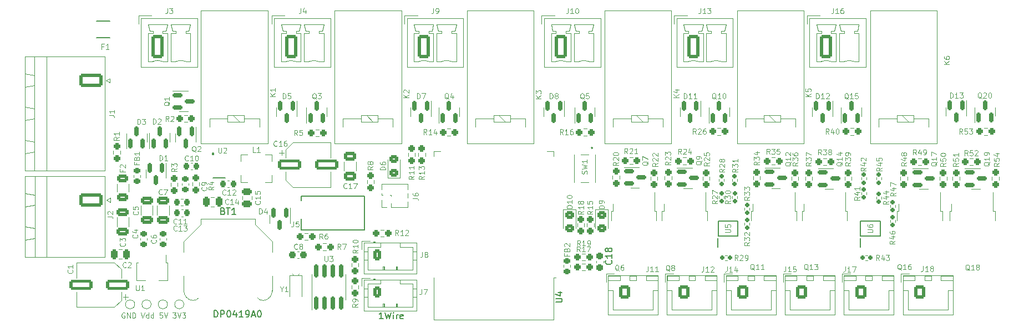
<source format=gbr>
%TF.GenerationSoftware,KiCad,Pcbnew,(6.0.7)*%
%TF.CreationDate,2023-04-19T22:26:27+02:00*%
%TF.ProjectId,mainboard,6d61696e-626f-4617-9264-2e6b69636164,rev?*%
%TF.SameCoordinates,Original*%
%TF.FileFunction,Legend,Top*%
%TF.FilePolarity,Positive*%
%FSLAX46Y46*%
G04 Gerber Fmt 4.6, Leading zero omitted, Abs format (unit mm)*
G04 Created by KiCad (PCBNEW (6.0.7)) date 2023-04-19 22:26:27*
%MOMM*%
%LPD*%
G01*
G04 APERTURE LIST*
G04 Aperture macros list*
%AMRoundRect*
0 Rectangle with rounded corners*
0 $1 Rounding radius*
0 $2 $3 $4 $5 $6 $7 $8 $9 X,Y pos of 4 corners*
0 Add a 4 corners polygon primitive as box body*
4,1,4,$2,$3,$4,$5,$6,$7,$8,$9,$2,$3,0*
0 Add four circle primitives for the rounded corners*
1,1,$1+$1,$2,$3*
1,1,$1+$1,$4,$5*
1,1,$1+$1,$6,$7*
1,1,$1+$1,$8,$9*
0 Add four rect primitives between the rounded corners*
20,1,$1+$1,$2,$3,$4,$5,0*
20,1,$1+$1,$4,$5,$6,$7,0*
20,1,$1+$1,$6,$7,$8,$9,0*
20,1,$1+$1,$8,$9,$2,$3,0*%
%AMFreePoly0*
4,1,9,3.862500,-0.866500,0.737500,-0.866500,0.737500,-0.450000,-0.737500,-0.450000,-0.737500,0.450000,0.737500,0.450000,0.737500,0.866500,3.862500,0.866500,3.862500,-0.866500,3.862500,-0.866500,$1*%
G04 Aperture macros list end*
%ADD10C,0.150000*%
%ADD11C,0.100000*%
%ADD12C,0.120000*%
%ADD13C,0.200000*%
%ADD14C,0.127000*%
%ADD15RoundRect,0.250000X-0.650000X-1.550000X0.650000X-1.550000X0.650000X1.550000X-0.650000X1.550000X0*%
%ADD16O,1.800000X3.600000*%
%ADD17C,1.000000*%
%ADD18RoundRect,0.160000X-0.197500X-0.160000X0.197500X-0.160000X0.197500X0.160000X-0.197500X0.160000X0*%
%ADD19RoundRect,0.160000X-0.160000X0.197500X-0.160000X-0.197500X0.160000X-0.197500X0.160000X0.197500X0*%
%ADD20RoundRect,0.150000X-0.150000X0.587500X-0.150000X-0.587500X0.150000X-0.587500X0.150000X0.587500X0*%
%ADD21RoundRect,0.237500X-0.250000X-0.237500X0.250000X-0.237500X0.250000X0.237500X-0.250000X0.237500X0*%
%ADD22RoundRect,0.250000X-0.650000X0.412500X-0.650000X-0.412500X0.650000X-0.412500X0.650000X0.412500X0*%
%ADD23RoundRect,0.250000X-0.450000X0.325000X-0.450000X-0.325000X0.450000X-0.325000X0.450000X0.325000X0*%
%ADD24RoundRect,0.249999X-1.550001X0.790001X-1.550001X-0.790001X1.550001X-0.790001X1.550001X0.790001X0*%
%ADD25O,3.600000X2.080000*%
%ADD26RoundRect,0.250000X0.450000X-0.325000X0.450000X0.325000X-0.450000X0.325000X-0.450000X-0.325000X0*%
%ADD27RoundRect,0.225000X0.225000X0.250000X-0.225000X0.250000X-0.225000X-0.250000X0.225000X-0.250000X0*%
%ADD28RoundRect,0.150000X-0.587500X-0.150000X0.587500X-0.150000X0.587500X0.150000X-0.587500X0.150000X0*%
%ADD29R,1.520000X1.520000*%
%ADD30C,2.000000*%
%ADD31C,1.520000*%
%ADD32RoundRect,0.250000X-0.475000X0.250000X-0.475000X-0.250000X0.475000X-0.250000X0.475000X0.250000X0*%
%ADD33RoundRect,0.225000X0.250000X-0.225000X0.250000X0.225000X-0.250000X0.225000X-0.250000X-0.225000X0*%
%ADD34RoundRect,0.237500X0.237500X-0.250000X0.237500X0.250000X-0.237500X0.250000X-0.237500X-0.250000X0*%
%ADD35RoundRect,0.250000X-0.600000X-0.750000X0.600000X-0.750000X0.600000X0.750000X-0.600000X0.750000X0*%
%ADD36O,1.700000X2.000000*%
%ADD37C,6.400000*%
%ADD38RoundRect,0.250000X-0.350000X-0.625000X0.350000X-0.625000X0.350000X0.625000X-0.350000X0.625000X0*%
%ADD39O,1.200000X1.750000*%
%ADD40RoundRect,0.250000X0.250000X0.475000X-0.250000X0.475000X-0.250000X-0.475000X0.250000X-0.475000X0*%
%ADD41RoundRect,0.250000X1.500000X0.550000X-1.500000X0.550000X-1.500000X-0.550000X1.500000X-0.550000X0*%
%ADD42R,1.000000X1.000000*%
%ADD43O,1.000000X1.000000*%
%ADD44RoundRect,0.250000X-0.250000X-0.475000X0.250000X-0.475000X0.250000X0.475000X-0.250000X0.475000X0*%
%ADD45R,0.450000X1.400000*%
%ADD46RoundRect,0.150000X0.150000X-0.587500X0.150000X0.587500X-0.150000X0.587500X-0.150000X-0.587500X0*%
%ADD47RoundRect,0.218750X-0.256250X0.218750X-0.256250X-0.218750X0.256250X-0.218750X0.256250X0.218750X0*%
%ADD48R,1.200000X2.200000*%
%ADD49R,5.800000X6.400000*%
%ADD50RoundRect,0.150000X0.150000X-0.825000X0.150000X0.825000X-0.150000X0.825000X-0.150000X-0.825000X0*%
%ADD51R,0.700000X1.000000*%
%ADD52C,3.000000*%
%ADD53C,9.000000*%
%ADD54R,0.800000X1.500000*%
%ADD55R,0.600000X0.300000*%
%ADD56R,0.400000X1.730000*%
%ADD57RoundRect,0.237500X-0.237500X0.250000X-0.237500X-0.250000X0.237500X-0.250000X0.237500X0.250000X0*%
%ADD58RoundRect,0.250000X0.625000X-0.375000X0.625000X0.375000X-0.625000X0.375000X-0.625000X-0.375000X0*%
%ADD59R,1.500000X3.600000*%
%ADD60RoundRect,0.250000X-1.500000X-0.550000X1.500000X-0.550000X1.500000X0.550000X-1.500000X0.550000X0*%
%ADD61RoundRect,0.225000X-0.225000X-0.250000X0.225000X-0.250000X0.225000X0.250000X-0.225000X0.250000X0*%
%ADD62RoundRect,0.237500X0.250000X0.237500X-0.250000X0.237500X-0.250000X-0.237500X0.250000X-0.237500X0*%
%ADD63R,0.900000X1.300000*%
%ADD64FreePoly0,270.000000*%
%ADD65RoundRect,0.250000X-0.650000X0.325000X-0.650000X-0.325000X0.650000X-0.325000X0.650000X0.325000X0*%
%ADD66R,2.150000X2.800000*%
%ADD67R,0.600000X1.100000*%
%ADD68R,1.500000X2.400000*%
%ADD69RoundRect,0.237500X0.237500X-0.300000X0.237500X0.300000X-0.237500X0.300000X-0.237500X-0.300000X0*%
%ADD70R,2.000000X0.900000*%
%ADD71R,0.900000X2.000000*%
%ADD72R,5.000000X5.000000*%
%ADD73RoundRect,0.237500X-0.300000X-0.237500X0.300000X-0.237500X0.300000X0.237500X-0.300000X0.237500X0*%
%ADD74C,1.350000*%
%ADD75C,2.350000*%
G04 APERTURE END LIST*
D10*
X106338571Y-116152380D02*
X106338571Y-115152380D01*
X106576666Y-115152380D01*
X106719523Y-115200000D01*
X106814761Y-115295238D01*
X106862380Y-115390476D01*
X106910000Y-115580952D01*
X106910000Y-115723809D01*
X106862380Y-115914285D01*
X106814761Y-116009523D01*
X106719523Y-116104761D01*
X106576666Y-116152380D01*
X106338571Y-116152380D01*
X107338571Y-116152380D02*
X107338571Y-115152380D01*
X107719523Y-115152380D01*
X107814761Y-115200000D01*
X107862380Y-115247619D01*
X107910000Y-115342857D01*
X107910000Y-115485714D01*
X107862380Y-115580952D01*
X107814761Y-115628571D01*
X107719523Y-115676190D01*
X107338571Y-115676190D01*
X108529047Y-115152380D02*
X108624285Y-115152380D01*
X108719523Y-115200000D01*
X108767142Y-115247619D01*
X108814761Y-115342857D01*
X108862380Y-115533333D01*
X108862380Y-115771428D01*
X108814761Y-115961904D01*
X108767142Y-116057142D01*
X108719523Y-116104761D01*
X108624285Y-116152380D01*
X108529047Y-116152380D01*
X108433809Y-116104761D01*
X108386190Y-116057142D01*
X108338571Y-115961904D01*
X108290952Y-115771428D01*
X108290952Y-115533333D01*
X108338571Y-115342857D01*
X108386190Y-115247619D01*
X108433809Y-115200000D01*
X108529047Y-115152380D01*
X109719523Y-115485714D02*
X109719523Y-116152380D01*
X109481428Y-115104761D02*
X109243333Y-115819047D01*
X109862380Y-115819047D01*
X110767142Y-116152380D02*
X110195714Y-116152380D01*
X110481428Y-116152380D02*
X110481428Y-115152380D01*
X110386190Y-115295238D01*
X110290952Y-115390476D01*
X110195714Y-115438095D01*
X111243333Y-116152380D02*
X111433809Y-116152380D01*
X111529047Y-116104761D01*
X111576666Y-116057142D01*
X111671904Y-115914285D01*
X111719523Y-115723809D01*
X111719523Y-115342857D01*
X111671904Y-115247619D01*
X111624285Y-115200000D01*
X111529047Y-115152380D01*
X111338571Y-115152380D01*
X111243333Y-115200000D01*
X111195714Y-115247619D01*
X111148095Y-115342857D01*
X111148095Y-115580952D01*
X111195714Y-115676190D01*
X111243333Y-115723809D01*
X111338571Y-115771428D01*
X111529047Y-115771428D01*
X111624285Y-115723809D01*
X111671904Y-115676190D01*
X111719523Y-115580952D01*
X112100476Y-115866666D02*
X112576666Y-115866666D01*
X112005238Y-116152380D02*
X112338571Y-115152380D01*
X112671904Y-116152380D01*
X113195714Y-115152380D02*
X113290952Y-115152380D01*
X113386190Y-115200000D01*
X113433809Y-115247619D01*
X113481428Y-115342857D01*
X113529047Y-115533333D01*
X113529047Y-115771428D01*
X113481428Y-115961904D01*
X113433809Y-116057142D01*
X113386190Y-116104761D01*
X113290952Y-116152380D01*
X113195714Y-116152380D01*
X113100476Y-116104761D01*
X113052857Y-116057142D01*
X113005238Y-115961904D01*
X112957619Y-115771428D01*
X112957619Y-115533333D01*
X113005238Y-115342857D01*
X113052857Y-115247619D01*
X113100476Y-115200000D01*
X113195714Y-115152380D01*
D11*
X92680952Y-115525000D02*
X92604761Y-115486904D01*
X92490476Y-115486904D01*
X92376190Y-115525000D01*
X92300000Y-115601190D01*
X92261904Y-115677380D01*
X92223809Y-115829761D01*
X92223809Y-115944047D01*
X92261904Y-116096428D01*
X92300000Y-116172619D01*
X92376190Y-116248809D01*
X92490476Y-116286904D01*
X92566666Y-116286904D01*
X92680952Y-116248809D01*
X92719047Y-116210714D01*
X92719047Y-115944047D01*
X92566666Y-115944047D01*
X93061904Y-116286904D02*
X93061904Y-115486904D01*
X93519047Y-116286904D01*
X93519047Y-115486904D01*
X93900000Y-116286904D02*
X93900000Y-115486904D01*
X94090476Y-115486904D01*
X94204761Y-115525000D01*
X94280952Y-115601190D01*
X94319047Y-115677380D01*
X94357142Y-115829761D01*
X94357142Y-115944047D01*
X94319047Y-116096428D01*
X94280952Y-116172619D01*
X94204761Y-116248809D01*
X94090476Y-116286904D01*
X93900000Y-116286904D01*
X95195238Y-115486904D02*
X95461904Y-116286904D01*
X95728571Y-115486904D01*
X96338095Y-116286904D02*
X96338095Y-115486904D01*
X96338095Y-116248809D02*
X96261904Y-116286904D01*
X96109523Y-116286904D01*
X96033333Y-116248809D01*
X95995238Y-116210714D01*
X95957142Y-116134523D01*
X95957142Y-115905952D01*
X95995238Y-115829761D01*
X96033333Y-115791666D01*
X96109523Y-115753571D01*
X96261904Y-115753571D01*
X96338095Y-115791666D01*
X97061904Y-116286904D02*
X97061904Y-115486904D01*
X97061904Y-116248809D02*
X96985714Y-116286904D01*
X96833333Y-116286904D01*
X96757142Y-116248809D01*
X96719047Y-116210714D01*
X96680952Y-116134523D01*
X96680952Y-115905952D01*
X96719047Y-115829761D01*
X96757142Y-115791666D01*
X96833333Y-115753571D01*
X96985714Y-115753571D01*
X97061904Y-115791666D01*
X98433333Y-115486904D02*
X98052380Y-115486904D01*
X98014285Y-115867857D01*
X98052380Y-115829761D01*
X98128571Y-115791666D01*
X98319047Y-115791666D01*
X98395238Y-115829761D01*
X98433333Y-115867857D01*
X98471428Y-115944047D01*
X98471428Y-116134523D01*
X98433333Y-116210714D01*
X98395238Y-116248809D01*
X98319047Y-116286904D01*
X98128571Y-116286904D01*
X98052380Y-116248809D01*
X98014285Y-116210714D01*
X98700000Y-115486904D02*
X98966666Y-116286904D01*
X99233333Y-115486904D01*
X100033333Y-115486904D02*
X100528571Y-115486904D01*
X100261904Y-115791666D01*
X100376190Y-115791666D01*
X100452380Y-115829761D01*
X100490476Y-115867857D01*
X100528571Y-115944047D01*
X100528571Y-116134523D01*
X100490476Y-116210714D01*
X100452380Y-116248809D01*
X100376190Y-116286904D01*
X100147619Y-116286904D01*
X100071428Y-116248809D01*
X100033333Y-116210714D01*
X100757142Y-115486904D02*
X101023809Y-116286904D01*
X101290476Y-115486904D01*
X101480952Y-115486904D02*
X101976190Y-115486904D01*
X101709523Y-115791666D01*
X101823809Y-115791666D01*
X101900000Y-115829761D01*
X101938095Y-115867857D01*
X101976190Y-115944047D01*
X101976190Y-116134523D01*
X101938095Y-116210714D01*
X101900000Y-116248809D01*
X101823809Y-116286904D01*
X101595238Y-116286904D01*
X101519047Y-116248809D01*
X101480952Y-116210714D01*
D10*
X132128095Y-116412380D02*
X131556666Y-116412380D01*
X131842380Y-116412380D02*
X131842380Y-115412380D01*
X131747142Y-115555238D01*
X131651904Y-115650476D01*
X131556666Y-115698095D01*
X132461428Y-115412380D02*
X132699523Y-116412380D01*
X132890000Y-115698095D01*
X133080476Y-116412380D01*
X133318571Y-115412380D01*
X133699523Y-116412380D02*
X133699523Y-115745714D01*
X133699523Y-115412380D02*
X133651904Y-115460000D01*
X133699523Y-115507619D01*
X133747142Y-115460000D01*
X133699523Y-115412380D01*
X133699523Y-115507619D01*
X134175714Y-116412380D02*
X134175714Y-115745714D01*
X134175714Y-115936190D02*
X134223333Y-115840952D01*
X134270952Y-115793333D01*
X134366190Y-115745714D01*
X134461428Y-115745714D01*
X135175714Y-116364761D02*
X135080476Y-116412380D01*
X134890000Y-116412380D01*
X134794761Y-116364761D01*
X134747142Y-116269523D01*
X134747142Y-115888571D01*
X134794761Y-115793333D01*
X134890000Y-115745714D01*
X135080476Y-115745714D01*
X135175714Y-115793333D01*
X135223333Y-115888571D01*
X135223333Y-115983809D01*
X134747142Y-116079047D01*
D11*
%TO.C,J3*%
X99223333Y-68941904D02*
X99223333Y-69513333D01*
X99185238Y-69627619D01*
X99109047Y-69703809D01*
X98994761Y-69741904D01*
X98918571Y-69741904D01*
X99528095Y-68941904D02*
X100023333Y-68941904D01*
X99756666Y-69246666D01*
X99870952Y-69246666D01*
X99947142Y-69284761D01*
X99985238Y-69322857D01*
X100023333Y-69399047D01*
X100023333Y-69589523D01*
X99985238Y-69665714D01*
X99947142Y-69703809D01*
X99870952Y-69741904D01*
X99642380Y-69741904D01*
X99566190Y-69703809D01*
X99528095Y-69665714D01*
%TO.C,R29*%
X186290714Y-107461904D02*
X186024047Y-107080952D01*
X185833571Y-107461904D02*
X185833571Y-106661904D01*
X186138333Y-106661904D01*
X186214523Y-106700000D01*
X186252619Y-106738095D01*
X186290714Y-106814285D01*
X186290714Y-106928571D01*
X186252619Y-107004761D01*
X186214523Y-107042857D01*
X186138333Y-107080952D01*
X185833571Y-107080952D01*
X186595476Y-106738095D02*
X186633571Y-106700000D01*
X186709761Y-106661904D01*
X186900238Y-106661904D01*
X186976428Y-106700000D01*
X187014523Y-106738095D01*
X187052619Y-106814285D01*
X187052619Y-106890476D01*
X187014523Y-107004761D01*
X186557380Y-107461904D01*
X187052619Y-107461904D01*
X187433571Y-107461904D02*
X187585952Y-107461904D01*
X187662142Y-107423809D01*
X187700238Y-107385714D01*
X187776428Y-107271428D01*
X187814523Y-107119047D01*
X187814523Y-106814285D01*
X187776428Y-106738095D01*
X187738333Y-106700000D01*
X187662142Y-106661904D01*
X187509761Y-106661904D01*
X187433571Y-106700000D01*
X187395476Y-106738095D01*
X187357380Y-106814285D01*
X187357380Y-107004761D01*
X187395476Y-107080952D01*
X187433571Y-107119047D01*
X187509761Y-107157142D01*
X187662142Y-107157142D01*
X187738333Y-107119047D01*
X187776428Y-107080952D01*
X187814523Y-107004761D01*
%TO.C,R30*%
X185136904Y-98339285D02*
X184755952Y-98605952D01*
X185136904Y-98796428D02*
X184336904Y-98796428D01*
X184336904Y-98491666D01*
X184375000Y-98415476D01*
X184413095Y-98377380D01*
X184489285Y-98339285D01*
X184603571Y-98339285D01*
X184679761Y-98377380D01*
X184717857Y-98415476D01*
X184755952Y-98491666D01*
X184755952Y-98796428D01*
X184336904Y-98072619D02*
X184336904Y-97577380D01*
X184641666Y-97844047D01*
X184641666Y-97729761D01*
X184679761Y-97653571D01*
X184717857Y-97615476D01*
X184794047Y-97577380D01*
X184984523Y-97577380D01*
X185060714Y-97615476D01*
X185098809Y-97653571D01*
X185136904Y-97729761D01*
X185136904Y-97958333D01*
X185098809Y-98034523D01*
X185060714Y-98072619D01*
X184336904Y-97082142D02*
X184336904Y-97005952D01*
X184375000Y-96929761D01*
X184413095Y-96891666D01*
X184489285Y-96853571D01*
X184641666Y-96815476D01*
X184832142Y-96815476D01*
X184984523Y-96853571D01*
X185060714Y-96891666D01*
X185098809Y-96929761D01*
X185136904Y-97005952D01*
X185136904Y-97082142D01*
X185098809Y-97158333D01*
X185060714Y-97196428D01*
X184984523Y-97234523D01*
X184832142Y-97272619D01*
X184641666Y-97272619D01*
X184489285Y-97234523D01*
X184413095Y-97196428D01*
X184375000Y-97158333D01*
X184336904Y-97082142D01*
%TO.C,D13*%
X218678571Y-82661904D02*
X218678571Y-81861904D01*
X218869047Y-81861904D01*
X218983333Y-81900000D01*
X219059523Y-81976190D01*
X219097619Y-82052380D01*
X219135714Y-82204761D01*
X219135714Y-82319047D01*
X219097619Y-82471428D01*
X219059523Y-82547619D01*
X218983333Y-82623809D01*
X218869047Y-82661904D01*
X218678571Y-82661904D01*
X219897619Y-82661904D02*
X219440476Y-82661904D01*
X219669047Y-82661904D02*
X219669047Y-81861904D01*
X219592857Y-81976190D01*
X219516666Y-82052380D01*
X219440476Y-82090476D01*
X220164285Y-81861904D02*
X220659523Y-81861904D01*
X220392857Y-82166666D01*
X220507142Y-82166666D01*
X220583333Y-82204761D01*
X220621428Y-82242857D01*
X220659523Y-82319047D01*
X220659523Y-82509523D01*
X220621428Y-82585714D01*
X220583333Y-82623809D01*
X220507142Y-82661904D01*
X220278571Y-82661904D01*
X220202380Y-82623809D01*
X220164285Y-82585714D01*
%TO.C,R2*%
X99416666Y-86236904D02*
X99150000Y-85855952D01*
X98959523Y-86236904D02*
X98959523Y-85436904D01*
X99264285Y-85436904D01*
X99340476Y-85475000D01*
X99378571Y-85513095D01*
X99416666Y-85589285D01*
X99416666Y-85703571D01*
X99378571Y-85779761D01*
X99340476Y-85817857D01*
X99264285Y-85855952D01*
X98959523Y-85855952D01*
X99721428Y-85513095D02*
X99759523Y-85475000D01*
X99835714Y-85436904D01*
X100026190Y-85436904D01*
X100102380Y-85475000D01*
X100140476Y-85513095D01*
X100178571Y-85589285D01*
X100178571Y-85665476D01*
X100140476Y-85779761D01*
X99683333Y-86236904D01*
X100178571Y-86236904D01*
%TO.C,J10*%
X160385880Y-68954404D02*
X160385880Y-69525833D01*
X160347785Y-69640119D01*
X160271595Y-69716309D01*
X160157309Y-69754404D01*
X160081119Y-69754404D01*
X161185880Y-69754404D02*
X160728738Y-69754404D01*
X160957309Y-69754404D02*
X160957309Y-68954404D01*
X160881119Y-69068690D01*
X160804928Y-69144880D01*
X160728738Y-69182976D01*
X161681119Y-68954404D02*
X161757309Y-68954404D01*
X161833500Y-68992500D01*
X161871595Y-69030595D01*
X161909690Y-69106785D01*
X161947785Y-69259166D01*
X161947785Y-69449642D01*
X161909690Y-69602023D01*
X161871595Y-69678214D01*
X161833500Y-69716309D01*
X161757309Y-69754404D01*
X161681119Y-69754404D01*
X161604928Y-69716309D01*
X161566833Y-69678214D01*
X161528738Y-69602023D01*
X161490642Y-69449642D01*
X161490642Y-69259166D01*
X161528738Y-69106785D01*
X161566833Y-69030595D01*
X161604928Y-68992500D01*
X161681119Y-68954404D01*
%TO.C,C17*%
X126585714Y-96410714D02*
X126547619Y-96448809D01*
X126433333Y-96486904D01*
X126357142Y-96486904D01*
X126242857Y-96448809D01*
X126166666Y-96372619D01*
X126128571Y-96296428D01*
X126090476Y-96144047D01*
X126090476Y-96029761D01*
X126128571Y-95877380D01*
X126166666Y-95801190D01*
X126242857Y-95725000D01*
X126357142Y-95686904D01*
X126433333Y-95686904D01*
X126547619Y-95725000D01*
X126585714Y-95763095D01*
X127347619Y-96486904D02*
X126890476Y-96486904D01*
X127119047Y-96486904D02*
X127119047Y-95686904D01*
X127042857Y-95801190D01*
X126966666Y-95877380D01*
X126890476Y-95915476D01*
X127614285Y-95686904D02*
X128147619Y-95686904D01*
X127804761Y-96486904D01*
%TO.C,D10*%
X160971904Y-99506428D02*
X160171904Y-99506428D01*
X160171904Y-99315952D01*
X160210000Y-99201666D01*
X160286190Y-99125476D01*
X160362380Y-99087380D01*
X160514761Y-99049285D01*
X160629047Y-99049285D01*
X160781428Y-99087380D01*
X160857619Y-99125476D01*
X160933809Y-99201666D01*
X160971904Y-99315952D01*
X160971904Y-99506428D01*
X160971904Y-98287380D02*
X160971904Y-98744523D01*
X160971904Y-98515952D02*
X160171904Y-98515952D01*
X160286190Y-98592142D01*
X160362380Y-98668333D01*
X160400476Y-98744523D01*
X160171904Y-97792142D02*
X160171904Y-97715952D01*
X160210000Y-97639761D01*
X160248095Y-97601666D01*
X160324285Y-97563571D01*
X160476666Y-97525476D01*
X160667142Y-97525476D01*
X160819523Y-97563571D01*
X160895714Y-97601666D01*
X160933809Y-97639761D01*
X160971904Y-97715952D01*
X160971904Y-97792142D01*
X160933809Y-97868333D01*
X160895714Y-97906428D01*
X160819523Y-97944523D01*
X160667142Y-97982619D01*
X160476666Y-97982619D01*
X160324285Y-97944523D01*
X160248095Y-97906428D01*
X160210000Y-97868333D01*
X160171904Y-97792142D01*
%TO.C,R28*%
X184261904Y-93514285D02*
X183880952Y-93780952D01*
X184261904Y-93971428D02*
X183461904Y-93971428D01*
X183461904Y-93666666D01*
X183500000Y-93590476D01*
X183538095Y-93552380D01*
X183614285Y-93514285D01*
X183728571Y-93514285D01*
X183804761Y-93552380D01*
X183842857Y-93590476D01*
X183880952Y-93666666D01*
X183880952Y-93971428D01*
X183538095Y-93209523D02*
X183500000Y-93171428D01*
X183461904Y-93095238D01*
X183461904Y-92904761D01*
X183500000Y-92828571D01*
X183538095Y-92790476D01*
X183614285Y-92752380D01*
X183690476Y-92752380D01*
X183804761Y-92790476D01*
X184261904Y-93247619D01*
X184261904Y-92752380D01*
X183804761Y-92295238D02*
X183766666Y-92371428D01*
X183728571Y-92409523D01*
X183652380Y-92447619D01*
X183614285Y-92447619D01*
X183538095Y-92409523D01*
X183500000Y-92371428D01*
X183461904Y-92295238D01*
X183461904Y-92142857D01*
X183500000Y-92066666D01*
X183538095Y-92028571D01*
X183614285Y-91990476D01*
X183652380Y-91990476D01*
X183728571Y-92028571D01*
X183766666Y-92066666D01*
X183804761Y-92142857D01*
X183804761Y-92295238D01*
X183842857Y-92371428D01*
X183880952Y-92409523D01*
X183957142Y-92447619D01*
X184109523Y-92447619D01*
X184185714Y-92409523D01*
X184223809Y-92371428D01*
X184261904Y-92295238D01*
X184261904Y-92142857D01*
X184223809Y-92066666D01*
X184185714Y-92028571D01*
X184109523Y-91990476D01*
X183957142Y-91990476D01*
X183880952Y-92028571D01*
X183842857Y-92066666D01*
X183804761Y-92142857D01*
%TO.C,J1*%
X90316904Y-85326666D02*
X90888333Y-85326666D01*
X91002619Y-85364761D01*
X91078809Y-85440952D01*
X91116904Y-85555238D01*
X91116904Y-85631428D01*
X91116904Y-84526666D02*
X91116904Y-84983809D01*
X91116904Y-84755238D02*
X90316904Y-84755238D01*
X90431190Y-84831428D01*
X90507380Y-84907619D01*
X90545476Y-84983809D01*
%TO.C,D6*%
X132486904Y-93640476D02*
X131686904Y-93640476D01*
X131686904Y-93450000D01*
X131725000Y-93335714D01*
X131801190Y-93259523D01*
X131877380Y-93221428D01*
X132029761Y-93183333D01*
X132144047Y-93183333D01*
X132296428Y-93221428D01*
X132372619Y-93259523D01*
X132448809Y-93335714D01*
X132486904Y-93450000D01*
X132486904Y-93640476D01*
X131686904Y-92497619D02*
X131686904Y-92650000D01*
X131725000Y-92726190D01*
X131763095Y-92764285D01*
X131877380Y-92840476D01*
X132029761Y-92878571D01*
X132334523Y-92878571D01*
X132410714Y-92840476D01*
X132448809Y-92802380D01*
X132486904Y-92726190D01*
X132486904Y-92573809D01*
X132448809Y-92497619D01*
X132410714Y-92459523D01*
X132334523Y-92421428D01*
X132144047Y-92421428D01*
X132067857Y-92459523D01*
X132029761Y-92497619D01*
X131991666Y-92573809D01*
X131991666Y-92726190D01*
X132029761Y-92802380D01*
X132067857Y-92840476D01*
X132144047Y-92878571D01*
%TO.C,C11*%
X100660714Y-101835714D02*
X100622619Y-101873809D01*
X100508333Y-101911904D01*
X100432142Y-101911904D01*
X100317857Y-101873809D01*
X100241666Y-101797619D01*
X100203571Y-101721428D01*
X100165476Y-101569047D01*
X100165476Y-101454761D01*
X100203571Y-101302380D01*
X100241666Y-101226190D01*
X100317857Y-101150000D01*
X100432142Y-101111904D01*
X100508333Y-101111904D01*
X100622619Y-101150000D01*
X100660714Y-101188095D01*
X101422619Y-101911904D02*
X100965476Y-101911904D01*
X101194047Y-101911904D02*
X101194047Y-101111904D01*
X101117857Y-101226190D01*
X101041666Y-101302380D01*
X100965476Y-101340476D01*
X102184523Y-101911904D02*
X101727380Y-101911904D01*
X101955952Y-101911904D02*
X101955952Y-101111904D01*
X101879761Y-101226190D01*
X101803571Y-101302380D01*
X101727380Y-101340476D01*
%TO.C,Q12*%
X194413095Y-92457142D02*
X194375000Y-92533333D01*
X194298809Y-92609523D01*
X194184523Y-92723809D01*
X194146428Y-92800000D01*
X194146428Y-92876190D01*
X194336904Y-92838095D02*
X194298809Y-92914285D01*
X194222619Y-92990476D01*
X194070238Y-93028571D01*
X193803571Y-93028571D01*
X193651190Y-92990476D01*
X193575000Y-92914285D01*
X193536904Y-92838095D01*
X193536904Y-92685714D01*
X193575000Y-92609523D01*
X193651190Y-92533333D01*
X193803571Y-92495238D01*
X194070238Y-92495238D01*
X194222619Y-92533333D01*
X194298809Y-92609523D01*
X194336904Y-92685714D01*
X194336904Y-92838095D01*
X194336904Y-91733333D02*
X194336904Y-92190476D01*
X194336904Y-91961904D02*
X193536904Y-91961904D01*
X193651190Y-92038095D01*
X193727380Y-92114285D01*
X193765476Y-92190476D01*
X193613095Y-91428571D02*
X193575000Y-91390476D01*
X193536904Y-91314285D01*
X193536904Y-91123809D01*
X193575000Y-91047619D01*
X193613095Y-91009523D01*
X193689285Y-90971428D01*
X193765476Y-90971428D01*
X193879761Y-91009523D01*
X194336904Y-91466666D01*
X194336904Y-90971428D01*
%TO.C,R46*%
X210261904Y-104514285D02*
X209880952Y-104780952D01*
X210261904Y-104971428D02*
X209461904Y-104971428D01*
X209461904Y-104666666D01*
X209500000Y-104590476D01*
X209538095Y-104552380D01*
X209614285Y-104514285D01*
X209728571Y-104514285D01*
X209804761Y-104552380D01*
X209842857Y-104590476D01*
X209880952Y-104666666D01*
X209880952Y-104971428D01*
X209728571Y-103828571D02*
X210261904Y-103828571D01*
X209423809Y-104019047D02*
X209995238Y-104209523D01*
X209995238Y-103714285D01*
X209461904Y-103066666D02*
X209461904Y-103219047D01*
X209500000Y-103295238D01*
X209538095Y-103333333D01*
X209652380Y-103409523D01*
X209804761Y-103447619D01*
X210109523Y-103447619D01*
X210185714Y-103409523D01*
X210223809Y-103371428D01*
X210261904Y-103295238D01*
X210261904Y-103142857D01*
X210223809Y-103066666D01*
X210185714Y-103028571D01*
X210109523Y-102990476D01*
X209919047Y-102990476D01*
X209842857Y-103028571D01*
X209804761Y-103066666D01*
X209766666Y-103142857D01*
X209766666Y-103295238D01*
X209804761Y-103371428D01*
X209842857Y-103409523D01*
X209919047Y-103447619D01*
%TO.C,J13*%
X180585880Y-68954404D02*
X180585880Y-69525833D01*
X180547785Y-69640119D01*
X180471595Y-69716309D01*
X180357309Y-69754404D01*
X180281119Y-69754404D01*
X181385880Y-69754404D02*
X180928738Y-69754404D01*
X181157309Y-69754404D02*
X181157309Y-68954404D01*
X181081119Y-69068690D01*
X181004928Y-69144880D01*
X180928738Y-69182976D01*
X181652547Y-68954404D02*
X182147785Y-68954404D01*
X181881119Y-69259166D01*
X181995404Y-69259166D01*
X182071595Y-69297261D01*
X182109690Y-69335357D01*
X182147785Y-69411547D01*
X182147785Y-69602023D01*
X182109690Y-69678214D01*
X182071595Y-69716309D01*
X181995404Y-69754404D01*
X181766833Y-69754404D01*
X181690642Y-69716309D01*
X181652547Y-69678214D01*
%TO.C,K2*%
X136041904Y-82620476D02*
X135241904Y-82620476D01*
X136041904Y-82163333D02*
X135584761Y-82506190D01*
X135241904Y-82163333D02*
X135699047Y-82620476D01*
X135318095Y-81858571D02*
X135280000Y-81820476D01*
X135241904Y-81744285D01*
X135241904Y-81553809D01*
X135280000Y-81477619D01*
X135318095Y-81439523D01*
X135394285Y-81401428D01*
X135470476Y-81401428D01*
X135584761Y-81439523D01*
X136041904Y-81896666D01*
X136041904Y-81401428D01*
%TO.C,K4*%
X177261904Y-82580476D02*
X176461904Y-82580476D01*
X177261904Y-82123333D02*
X176804761Y-82466190D01*
X176461904Y-82123333D02*
X176919047Y-82580476D01*
X176728571Y-81437619D02*
X177261904Y-81437619D01*
X176423809Y-81628095D02*
X176995238Y-81818571D01*
X176995238Y-81323333D01*
%TO.C,C15*%
X113310714Y-98414285D02*
X113348809Y-98452380D01*
X113386904Y-98566666D01*
X113386904Y-98642857D01*
X113348809Y-98757142D01*
X113272619Y-98833333D01*
X113196428Y-98871428D01*
X113044047Y-98909523D01*
X112929761Y-98909523D01*
X112777380Y-98871428D01*
X112701190Y-98833333D01*
X112625000Y-98757142D01*
X112586904Y-98642857D01*
X112586904Y-98566666D01*
X112625000Y-98452380D01*
X112663095Y-98414285D01*
X113386904Y-97652380D02*
X113386904Y-98109523D01*
X113386904Y-97880952D02*
X112586904Y-97880952D01*
X112701190Y-97957142D01*
X112777380Y-98033333D01*
X112815476Y-98109523D01*
X112586904Y-96928571D02*
X112586904Y-97309523D01*
X112967857Y-97347619D01*
X112929761Y-97309523D01*
X112891666Y-97233333D01*
X112891666Y-97042857D01*
X112929761Y-96966666D01*
X112967857Y-96928571D01*
X113044047Y-96890476D01*
X113234523Y-96890476D01*
X113310714Y-96928571D01*
X113348809Y-96966666D01*
X113386904Y-97042857D01*
X113386904Y-97233333D01*
X113348809Y-97309523D01*
X113310714Y-97347619D01*
%TO.C,C4*%
X94610714Y-103558333D02*
X94648809Y-103596428D01*
X94686904Y-103710714D01*
X94686904Y-103786904D01*
X94648809Y-103901190D01*
X94572619Y-103977380D01*
X94496428Y-104015476D01*
X94344047Y-104053571D01*
X94229761Y-104053571D01*
X94077380Y-104015476D01*
X94001190Y-103977380D01*
X93925000Y-103901190D01*
X93886904Y-103786904D01*
X93886904Y-103710714D01*
X93925000Y-103596428D01*
X93963095Y-103558333D01*
X94153571Y-102872619D02*
X94686904Y-102872619D01*
X93848809Y-103063095D02*
X94420238Y-103253571D01*
X94420238Y-102758333D01*
%TO.C,R20*%
X168061904Y-92504285D02*
X167680952Y-92770952D01*
X168061904Y-92961428D02*
X167261904Y-92961428D01*
X167261904Y-92656666D01*
X167300000Y-92580476D01*
X167338095Y-92542380D01*
X167414285Y-92504285D01*
X167528571Y-92504285D01*
X167604761Y-92542380D01*
X167642857Y-92580476D01*
X167680952Y-92656666D01*
X167680952Y-92961428D01*
X167338095Y-92199523D02*
X167300000Y-92161428D01*
X167261904Y-92085238D01*
X167261904Y-91894761D01*
X167300000Y-91818571D01*
X167338095Y-91780476D01*
X167414285Y-91742380D01*
X167490476Y-91742380D01*
X167604761Y-91780476D01*
X168061904Y-92237619D01*
X168061904Y-91742380D01*
X167261904Y-91247142D02*
X167261904Y-91170952D01*
X167300000Y-91094761D01*
X167338095Y-91056666D01*
X167414285Y-91018571D01*
X167566666Y-90980476D01*
X167757142Y-90980476D01*
X167909523Y-91018571D01*
X167985714Y-91056666D01*
X168023809Y-91094761D01*
X168061904Y-91170952D01*
X168061904Y-91247142D01*
X168023809Y-91323333D01*
X167985714Y-91361428D01*
X167909523Y-91399523D01*
X167757142Y-91437619D01*
X167566666Y-91437619D01*
X167414285Y-91399523D01*
X167338095Y-91361428D01*
X167300000Y-91323333D01*
X167261904Y-91247142D01*
%TO.C,J12*%
X181032380Y-108441904D02*
X181032380Y-109013333D01*
X180994285Y-109127619D01*
X180918095Y-109203809D01*
X180803809Y-109241904D01*
X180727619Y-109241904D01*
X181832380Y-109241904D02*
X181375238Y-109241904D01*
X181603809Y-109241904D02*
X181603809Y-108441904D01*
X181527619Y-108556190D01*
X181451428Y-108632380D01*
X181375238Y-108670476D01*
X182137142Y-108518095D02*
X182175238Y-108480000D01*
X182251428Y-108441904D01*
X182441904Y-108441904D01*
X182518095Y-108480000D01*
X182556190Y-108518095D01*
X182594285Y-108594285D01*
X182594285Y-108670476D01*
X182556190Y-108784761D01*
X182099047Y-109241904D01*
X182594285Y-109241904D01*
%TO.C,K6*%
X218561904Y-77488476D02*
X217761904Y-77488476D01*
X218561904Y-77031333D02*
X218104761Y-77374190D01*
X217761904Y-77031333D02*
X218219047Y-77488476D01*
X217761904Y-76345619D02*
X217761904Y-76498000D01*
X217800000Y-76574190D01*
X217838095Y-76612285D01*
X217952380Y-76688476D01*
X218104761Y-76726571D01*
X218409523Y-76726571D01*
X218485714Y-76688476D01*
X218523809Y-76650380D01*
X218561904Y-76574190D01*
X218561904Y-76421809D01*
X218523809Y-76345619D01*
X218485714Y-76307523D01*
X218409523Y-76269428D01*
X218219047Y-76269428D01*
X218142857Y-76307523D01*
X218104761Y-76345619D01*
X218066666Y-76421809D01*
X218066666Y-76574190D01*
X218104761Y-76650380D01*
X218142857Y-76688476D01*
X218219047Y-76726571D01*
%TO.C,R37*%
X197461904Y-92514285D02*
X197080952Y-92780952D01*
X197461904Y-92971428D02*
X196661904Y-92971428D01*
X196661904Y-92666666D01*
X196700000Y-92590476D01*
X196738095Y-92552380D01*
X196814285Y-92514285D01*
X196928571Y-92514285D01*
X197004761Y-92552380D01*
X197042857Y-92590476D01*
X197080952Y-92666666D01*
X197080952Y-92971428D01*
X196661904Y-92247619D02*
X196661904Y-91752380D01*
X196966666Y-92019047D01*
X196966666Y-91904761D01*
X197004761Y-91828571D01*
X197042857Y-91790476D01*
X197119047Y-91752380D01*
X197309523Y-91752380D01*
X197385714Y-91790476D01*
X197423809Y-91828571D01*
X197461904Y-91904761D01*
X197461904Y-92133333D01*
X197423809Y-92209523D01*
X197385714Y-92247619D01*
X196661904Y-91485714D02*
X196661904Y-90952380D01*
X197461904Y-91295238D01*
%TO.C,J7*%
X138008333Y-111861904D02*
X138008333Y-112433333D01*
X137970238Y-112547619D01*
X137894047Y-112623809D01*
X137779761Y-112661904D01*
X137703571Y-112661904D01*
X138313095Y-111861904D02*
X138846428Y-111861904D01*
X138503571Y-112661904D01*
%TO.C,R34*%
X189536904Y-92414285D02*
X189155952Y-92680952D01*
X189536904Y-92871428D02*
X188736904Y-92871428D01*
X188736904Y-92566666D01*
X188775000Y-92490476D01*
X188813095Y-92452380D01*
X188889285Y-92414285D01*
X189003571Y-92414285D01*
X189079761Y-92452380D01*
X189117857Y-92490476D01*
X189155952Y-92566666D01*
X189155952Y-92871428D01*
X188736904Y-92147619D02*
X188736904Y-91652380D01*
X189041666Y-91919047D01*
X189041666Y-91804761D01*
X189079761Y-91728571D01*
X189117857Y-91690476D01*
X189194047Y-91652380D01*
X189384523Y-91652380D01*
X189460714Y-91690476D01*
X189498809Y-91728571D01*
X189536904Y-91804761D01*
X189536904Y-92033333D01*
X189498809Y-92109523D01*
X189460714Y-92147619D01*
X189003571Y-90966666D02*
X189536904Y-90966666D01*
X188698809Y-91157142D02*
X189270238Y-91347619D01*
X189270238Y-90852380D01*
%TO.C,C2*%
X92891666Y-108490714D02*
X92853571Y-108528809D01*
X92739285Y-108566904D01*
X92663095Y-108566904D01*
X92548809Y-108528809D01*
X92472619Y-108452619D01*
X92434523Y-108376428D01*
X92396428Y-108224047D01*
X92396428Y-108109761D01*
X92434523Y-107957380D01*
X92472619Y-107881190D01*
X92548809Y-107805000D01*
X92663095Y-107766904D01*
X92739285Y-107766904D01*
X92853571Y-107805000D01*
X92891666Y-107843095D01*
X93196428Y-107843095D02*
X93234523Y-107805000D01*
X93310714Y-107766904D01*
X93501190Y-107766904D01*
X93577380Y-107805000D01*
X93615476Y-107843095D01*
X93653571Y-107919285D01*
X93653571Y-107995476D01*
X93615476Y-108109761D01*
X93158333Y-108566904D01*
X93653571Y-108566904D01*
%TO.C,C1*%
X84675714Y-108963333D02*
X84713809Y-109001428D01*
X84751904Y-109115714D01*
X84751904Y-109191904D01*
X84713809Y-109306190D01*
X84637619Y-109382380D01*
X84561428Y-109420476D01*
X84409047Y-109458571D01*
X84294761Y-109458571D01*
X84142380Y-109420476D01*
X84066190Y-109382380D01*
X83990000Y-109306190D01*
X83951904Y-109191904D01*
X83951904Y-109115714D01*
X83990000Y-109001428D01*
X84028095Y-108963333D01*
X84751904Y-108201428D02*
X84751904Y-108658571D01*
X84751904Y-108430000D02*
X83951904Y-108430000D01*
X84066190Y-108506190D01*
X84142380Y-108582380D01*
X84180476Y-108658571D01*
%TO.C,Q9*%
X180788095Y-92276190D02*
X180750000Y-92352380D01*
X180673809Y-92428571D01*
X180559523Y-92542857D01*
X180521428Y-92619047D01*
X180521428Y-92695238D01*
X180711904Y-92657142D02*
X180673809Y-92733333D01*
X180597619Y-92809523D01*
X180445238Y-92847619D01*
X180178571Y-92847619D01*
X180026190Y-92809523D01*
X179950000Y-92733333D01*
X179911904Y-92657142D01*
X179911904Y-92504761D01*
X179950000Y-92428571D01*
X180026190Y-92352380D01*
X180178571Y-92314285D01*
X180445238Y-92314285D01*
X180597619Y-92352380D01*
X180673809Y-92428571D01*
X180711904Y-92504761D01*
X180711904Y-92657142D01*
X180711904Y-91933333D02*
X180711904Y-91780952D01*
X180673809Y-91704761D01*
X180635714Y-91666666D01*
X180521428Y-91590476D01*
X180369047Y-91552380D01*
X180064285Y-91552380D01*
X179988095Y-91590476D01*
X179950000Y-91628571D01*
X179911904Y-91704761D01*
X179911904Y-91857142D01*
X179950000Y-91933333D01*
X179988095Y-91971428D01*
X180064285Y-92009523D01*
X180254761Y-92009523D01*
X180330952Y-91971428D01*
X180369047Y-91933333D01*
X180407142Y-91857142D01*
X180407142Y-91704761D01*
X180369047Y-91628571D01*
X180330952Y-91590476D01*
X180254761Y-91552380D01*
%TO.C,R51*%
X219961904Y-92614285D02*
X219580952Y-92880952D01*
X219961904Y-93071428D02*
X219161904Y-93071428D01*
X219161904Y-92766666D01*
X219200000Y-92690476D01*
X219238095Y-92652380D01*
X219314285Y-92614285D01*
X219428571Y-92614285D01*
X219504761Y-92652380D01*
X219542857Y-92690476D01*
X219580952Y-92766666D01*
X219580952Y-93071428D01*
X219161904Y-91890476D02*
X219161904Y-92271428D01*
X219542857Y-92309523D01*
X219504761Y-92271428D01*
X219466666Y-92195238D01*
X219466666Y-92004761D01*
X219504761Y-91928571D01*
X219542857Y-91890476D01*
X219619047Y-91852380D01*
X219809523Y-91852380D01*
X219885714Y-91890476D01*
X219923809Y-91928571D01*
X219961904Y-92004761D01*
X219961904Y-92195238D01*
X219923809Y-92271428D01*
X219885714Y-92309523D01*
X219961904Y-91090476D02*
X219961904Y-91547619D01*
X219961904Y-91319047D02*
X219161904Y-91319047D01*
X219276190Y-91395238D01*
X219352380Y-91471428D01*
X219390476Y-91547619D01*
%TO.C,R47*%
X210361904Y-97141785D02*
X209980952Y-97408452D01*
X210361904Y-97598928D02*
X209561904Y-97598928D01*
X209561904Y-97294166D01*
X209600000Y-97217976D01*
X209638095Y-97179880D01*
X209714285Y-97141785D01*
X209828571Y-97141785D01*
X209904761Y-97179880D01*
X209942857Y-97217976D01*
X209980952Y-97294166D01*
X209980952Y-97598928D01*
X209828571Y-96456071D02*
X210361904Y-96456071D01*
X209523809Y-96646547D02*
X210095238Y-96837023D01*
X210095238Y-96341785D01*
X209561904Y-96113214D02*
X209561904Y-95579880D01*
X210361904Y-95922738D01*
%TO.C,J6*%
X136671904Y-97966666D02*
X137243333Y-97966666D01*
X137357619Y-98004761D01*
X137433809Y-98080952D01*
X137471904Y-98195238D01*
X137471904Y-98271428D01*
X136671904Y-97242857D02*
X136671904Y-97395238D01*
X136710000Y-97471428D01*
X136748095Y-97509523D01*
X136862380Y-97585714D01*
X137014761Y-97623809D01*
X137319523Y-97623809D01*
X137395714Y-97585714D01*
X137433809Y-97547619D01*
X137471904Y-97471428D01*
X137471904Y-97319047D01*
X137433809Y-97242857D01*
X137395714Y-97204761D01*
X137319523Y-97166666D01*
X137129047Y-97166666D01*
X137052857Y-97204761D01*
X137014761Y-97242857D01*
X136976666Y-97319047D01*
X136976666Y-97471428D01*
X137014761Y-97547619D01*
X137052857Y-97585714D01*
X137129047Y-97623809D01*
%TO.C,K3*%
X156241904Y-82740476D02*
X155441904Y-82740476D01*
X156241904Y-82283333D02*
X155784761Y-82626190D01*
X155441904Y-82283333D02*
X155899047Y-82740476D01*
X155441904Y-82016666D02*
X155441904Y-81521428D01*
X155746666Y-81788095D01*
X155746666Y-81673809D01*
X155784761Y-81597619D01*
X155822857Y-81559523D01*
X155899047Y-81521428D01*
X156089523Y-81521428D01*
X156165714Y-81559523D01*
X156203809Y-81597619D01*
X156241904Y-81673809D01*
X156241904Y-81902380D01*
X156203809Y-81978571D01*
X156165714Y-82016666D01*
%TO.C,C14*%
X108510714Y-98835714D02*
X108472619Y-98873809D01*
X108358333Y-98911904D01*
X108282142Y-98911904D01*
X108167857Y-98873809D01*
X108091666Y-98797619D01*
X108053571Y-98721428D01*
X108015476Y-98569047D01*
X108015476Y-98454761D01*
X108053571Y-98302380D01*
X108091666Y-98226190D01*
X108167857Y-98150000D01*
X108282142Y-98111904D01*
X108358333Y-98111904D01*
X108472619Y-98150000D01*
X108510714Y-98188095D01*
X109272619Y-98911904D02*
X108815476Y-98911904D01*
X109044047Y-98911904D02*
X109044047Y-98111904D01*
X108967857Y-98226190D01*
X108891666Y-98302380D01*
X108815476Y-98340476D01*
X109958333Y-98378571D02*
X109958333Y-98911904D01*
X109767857Y-98073809D02*
X109577380Y-98645238D01*
X110072619Y-98645238D01*
%TO.C,R23*%
X176011904Y-92414285D02*
X175630952Y-92680952D01*
X176011904Y-92871428D02*
X175211904Y-92871428D01*
X175211904Y-92566666D01*
X175250000Y-92490476D01*
X175288095Y-92452380D01*
X175364285Y-92414285D01*
X175478571Y-92414285D01*
X175554761Y-92452380D01*
X175592857Y-92490476D01*
X175630952Y-92566666D01*
X175630952Y-92871428D01*
X175288095Y-92109523D02*
X175250000Y-92071428D01*
X175211904Y-91995238D01*
X175211904Y-91804761D01*
X175250000Y-91728571D01*
X175288095Y-91690476D01*
X175364285Y-91652380D01*
X175440476Y-91652380D01*
X175554761Y-91690476D01*
X176011904Y-92147619D01*
X176011904Y-91652380D01*
X175211904Y-91385714D02*
X175211904Y-90890476D01*
X175516666Y-91157142D01*
X175516666Y-91042857D01*
X175554761Y-90966666D01*
X175592857Y-90928571D01*
X175669047Y-90890476D01*
X175859523Y-90890476D01*
X175935714Y-90928571D01*
X175973809Y-90966666D01*
X176011904Y-91042857D01*
X176011904Y-91271428D01*
X175973809Y-91347619D01*
X175935714Y-91385714D01*
%TO.C,U6*%
X206061904Y-103209523D02*
X206709523Y-103209523D01*
X206785714Y-103171428D01*
X206823809Y-103133333D01*
X206861904Y-103057142D01*
X206861904Y-102904761D01*
X206823809Y-102828571D01*
X206785714Y-102790476D01*
X206709523Y-102752380D01*
X206061904Y-102752380D01*
X206061904Y-102028571D02*
X206061904Y-102180952D01*
X206100000Y-102257142D01*
X206138095Y-102295238D01*
X206252380Y-102371428D01*
X206404761Y-102409523D01*
X206709523Y-102409523D01*
X206785714Y-102371428D01*
X206823809Y-102333333D01*
X206861904Y-102257142D01*
X206861904Y-102104761D01*
X206823809Y-102028571D01*
X206785714Y-101990476D01*
X206709523Y-101952380D01*
X206519047Y-101952380D01*
X206442857Y-101990476D01*
X206404761Y-102028571D01*
X206366666Y-102104761D01*
X206366666Y-102257142D01*
X206404761Y-102333333D01*
X206442857Y-102371428D01*
X206519047Y-102409523D01*
%TO.C,Q5*%
X162823809Y-82838095D02*
X162747619Y-82800000D01*
X162671428Y-82723809D01*
X162557142Y-82609523D01*
X162480952Y-82571428D01*
X162404761Y-82571428D01*
X162442857Y-82761904D02*
X162366666Y-82723809D01*
X162290476Y-82647619D01*
X162252380Y-82495238D01*
X162252380Y-82228571D01*
X162290476Y-82076190D01*
X162366666Y-82000000D01*
X162442857Y-81961904D01*
X162595238Y-81961904D01*
X162671428Y-82000000D01*
X162747619Y-82076190D01*
X162785714Y-82228571D01*
X162785714Y-82495238D01*
X162747619Y-82647619D01*
X162671428Y-82723809D01*
X162595238Y-82761904D01*
X162442857Y-82761904D01*
X163509523Y-81961904D02*
X163128571Y-81961904D01*
X163090476Y-82342857D01*
X163128571Y-82304761D01*
X163204761Y-82266666D01*
X163395238Y-82266666D01*
X163471428Y-82304761D01*
X163509523Y-82342857D01*
X163547619Y-82419047D01*
X163547619Y-82609523D01*
X163509523Y-82685714D01*
X163471428Y-82723809D01*
X163395238Y-82761904D01*
X163204761Y-82761904D01*
X163128571Y-82723809D01*
X163090476Y-82685714D01*
%TO.C,FB1*%
X94517857Y-92566666D02*
X94517857Y-92833333D01*
X94936904Y-92833333D02*
X94136904Y-92833333D01*
X94136904Y-92452380D01*
X94517857Y-91880952D02*
X94555952Y-91766666D01*
X94594047Y-91728571D01*
X94670238Y-91690476D01*
X94784523Y-91690476D01*
X94860714Y-91728571D01*
X94898809Y-91766666D01*
X94936904Y-91842857D01*
X94936904Y-92147619D01*
X94136904Y-92147619D01*
X94136904Y-91880952D01*
X94175000Y-91804761D01*
X94213095Y-91766666D01*
X94289285Y-91728571D01*
X94365476Y-91728571D01*
X94441666Y-91766666D01*
X94479761Y-91804761D01*
X94517857Y-91880952D01*
X94517857Y-92147619D01*
X94936904Y-90928571D02*
X94936904Y-91385714D01*
X94936904Y-91157142D02*
X94136904Y-91157142D01*
X94251190Y-91233333D01*
X94327380Y-91309523D01*
X94365476Y-91385714D01*
%TO.C,R25*%
X181911904Y-92514285D02*
X181530952Y-92780952D01*
X181911904Y-92971428D02*
X181111904Y-92971428D01*
X181111904Y-92666666D01*
X181150000Y-92590476D01*
X181188095Y-92552380D01*
X181264285Y-92514285D01*
X181378571Y-92514285D01*
X181454761Y-92552380D01*
X181492857Y-92590476D01*
X181530952Y-92666666D01*
X181530952Y-92971428D01*
X181188095Y-92209523D02*
X181150000Y-92171428D01*
X181111904Y-92095238D01*
X181111904Y-91904761D01*
X181150000Y-91828571D01*
X181188095Y-91790476D01*
X181264285Y-91752380D01*
X181340476Y-91752380D01*
X181454761Y-91790476D01*
X181911904Y-92247619D01*
X181911904Y-91752380D01*
X181111904Y-91028571D02*
X181111904Y-91409523D01*
X181492857Y-91447619D01*
X181454761Y-91409523D01*
X181416666Y-91333333D01*
X181416666Y-91142857D01*
X181454761Y-91066666D01*
X181492857Y-91028571D01*
X181569047Y-90990476D01*
X181759523Y-90990476D01*
X181835714Y-91028571D01*
X181873809Y-91066666D01*
X181911904Y-91142857D01*
X181911904Y-91333333D01*
X181873809Y-91409523D01*
X181835714Y-91447619D01*
%TO.C,Q2*%
X103563809Y-90928095D02*
X103487619Y-90890000D01*
X103411428Y-90813809D01*
X103297142Y-90699523D01*
X103220952Y-90661428D01*
X103144761Y-90661428D01*
X103182857Y-90851904D02*
X103106666Y-90813809D01*
X103030476Y-90737619D01*
X102992380Y-90585238D01*
X102992380Y-90318571D01*
X103030476Y-90166190D01*
X103106666Y-90090000D01*
X103182857Y-90051904D01*
X103335238Y-90051904D01*
X103411428Y-90090000D01*
X103487619Y-90166190D01*
X103525714Y-90318571D01*
X103525714Y-90585238D01*
X103487619Y-90737619D01*
X103411428Y-90813809D01*
X103335238Y-90851904D01*
X103182857Y-90851904D01*
X103830476Y-90128095D02*
X103868571Y-90090000D01*
X103944761Y-90051904D01*
X104135238Y-90051904D01*
X104211428Y-90090000D01*
X104249523Y-90128095D01*
X104287619Y-90204285D01*
X104287619Y-90280476D01*
X104249523Y-90394761D01*
X103792380Y-90851904D01*
X104287619Y-90851904D01*
%TO.C,R16*%
X159604714Y-88261904D02*
X159338047Y-87880952D01*
X159147571Y-88261904D02*
X159147571Y-87461904D01*
X159452333Y-87461904D01*
X159528523Y-87500000D01*
X159566619Y-87538095D01*
X159604714Y-87614285D01*
X159604714Y-87728571D01*
X159566619Y-87804761D01*
X159528523Y-87842857D01*
X159452333Y-87880952D01*
X159147571Y-87880952D01*
X160366619Y-88261904D02*
X159909476Y-88261904D01*
X160138047Y-88261904D02*
X160138047Y-87461904D01*
X160061857Y-87576190D01*
X159985666Y-87652380D01*
X159909476Y-87690476D01*
X161052333Y-87461904D02*
X160899952Y-87461904D01*
X160823761Y-87500000D01*
X160785666Y-87538095D01*
X160709476Y-87652380D01*
X160671380Y-87804761D01*
X160671380Y-88109523D01*
X160709476Y-88185714D01*
X160747571Y-88223809D01*
X160823761Y-88261904D01*
X160976142Y-88261904D01*
X161052333Y-88223809D01*
X161090428Y-88185714D01*
X161128523Y-88109523D01*
X161128523Y-87919047D01*
X161090428Y-87842857D01*
X161052333Y-87804761D01*
X160976142Y-87766666D01*
X160823761Y-87766666D01*
X160747571Y-87804761D01*
X160709476Y-87842857D01*
X160671380Y-87919047D01*
%TO.C,Q14*%
X202238095Y-92457142D02*
X202200000Y-92533333D01*
X202123809Y-92609523D01*
X202009523Y-92723809D01*
X201971428Y-92800000D01*
X201971428Y-92876190D01*
X202161904Y-92838095D02*
X202123809Y-92914285D01*
X202047619Y-92990476D01*
X201895238Y-93028571D01*
X201628571Y-93028571D01*
X201476190Y-92990476D01*
X201400000Y-92914285D01*
X201361904Y-92838095D01*
X201361904Y-92685714D01*
X201400000Y-92609523D01*
X201476190Y-92533333D01*
X201628571Y-92495238D01*
X201895238Y-92495238D01*
X202047619Y-92533333D01*
X202123809Y-92609523D01*
X202161904Y-92685714D01*
X202161904Y-92838095D01*
X202161904Y-91733333D02*
X202161904Y-92190476D01*
X202161904Y-91961904D02*
X201361904Y-91961904D01*
X201476190Y-92038095D01*
X201552380Y-92114285D01*
X201590476Y-92190476D01*
X201628571Y-91047619D02*
X202161904Y-91047619D01*
X201323809Y-91238095D02*
X201895238Y-91428571D01*
X201895238Y-90933333D01*
%TO.C,R36*%
X195436904Y-92514285D02*
X195055952Y-92780952D01*
X195436904Y-92971428D02*
X194636904Y-92971428D01*
X194636904Y-92666666D01*
X194675000Y-92590476D01*
X194713095Y-92552380D01*
X194789285Y-92514285D01*
X194903571Y-92514285D01*
X194979761Y-92552380D01*
X195017857Y-92590476D01*
X195055952Y-92666666D01*
X195055952Y-92971428D01*
X194636904Y-92247619D02*
X194636904Y-91752380D01*
X194941666Y-92019047D01*
X194941666Y-91904761D01*
X194979761Y-91828571D01*
X195017857Y-91790476D01*
X195094047Y-91752380D01*
X195284523Y-91752380D01*
X195360714Y-91790476D01*
X195398809Y-91828571D01*
X195436904Y-91904761D01*
X195436904Y-92133333D01*
X195398809Y-92209523D01*
X195360714Y-92247619D01*
X194636904Y-91066666D02*
X194636904Y-91219047D01*
X194675000Y-91295238D01*
X194713095Y-91333333D01*
X194827380Y-91409523D01*
X194979761Y-91447619D01*
X195284523Y-91447619D01*
X195360714Y-91409523D01*
X195398809Y-91371428D01*
X195436904Y-91295238D01*
X195436904Y-91142857D01*
X195398809Y-91066666D01*
X195360714Y-91028571D01*
X195284523Y-90990476D01*
X195094047Y-90990476D01*
X195017857Y-91028571D01*
X194979761Y-91066666D01*
X194941666Y-91142857D01*
X194941666Y-91295238D01*
X194979761Y-91371428D01*
X195017857Y-91409523D01*
X195094047Y-91447619D01*
%TO.C,Q8*%
X175883809Y-109098095D02*
X175807619Y-109060000D01*
X175731428Y-108983809D01*
X175617142Y-108869523D01*
X175540952Y-108831428D01*
X175464761Y-108831428D01*
X175502857Y-109021904D02*
X175426666Y-108983809D01*
X175350476Y-108907619D01*
X175312380Y-108755238D01*
X175312380Y-108488571D01*
X175350476Y-108336190D01*
X175426666Y-108260000D01*
X175502857Y-108221904D01*
X175655238Y-108221904D01*
X175731428Y-108260000D01*
X175807619Y-108336190D01*
X175845714Y-108488571D01*
X175845714Y-108755238D01*
X175807619Y-108907619D01*
X175731428Y-108983809D01*
X175655238Y-109021904D01*
X175502857Y-109021904D01*
X176302857Y-108564761D02*
X176226666Y-108526666D01*
X176188571Y-108488571D01*
X176150476Y-108412380D01*
X176150476Y-108374285D01*
X176188571Y-108298095D01*
X176226666Y-108260000D01*
X176302857Y-108221904D01*
X176455238Y-108221904D01*
X176531428Y-108260000D01*
X176569523Y-108298095D01*
X176607619Y-108374285D01*
X176607619Y-108412380D01*
X176569523Y-108488571D01*
X176531428Y-108526666D01*
X176455238Y-108564761D01*
X176302857Y-108564761D01*
X176226666Y-108602857D01*
X176188571Y-108640952D01*
X176150476Y-108717142D01*
X176150476Y-108869523D01*
X176188571Y-108945714D01*
X176226666Y-108983809D01*
X176302857Y-109021904D01*
X176455238Y-109021904D01*
X176531428Y-108983809D01*
X176569523Y-108945714D01*
X176607619Y-108869523D01*
X176607619Y-108717142D01*
X176569523Y-108640952D01*
X176531428Y-108602857D01*
X176455238Y-108564761D01*
%TO.C,D12*%
X198228571Y-82761904D02*
X198228571Y-81961904D01*
X198419047Y-81961904D01*
X198533333Y-82000000D01*
X198609523Y-82076190D01*
X198647619Y-82152380D01*
X198685714Y-82304761D01*
X198685714Y-82419047D01*
X198647619Y-82571428D01*
X198609523Y-82647619D01*
X198533333Y-82723809D01*
X198419047Y-82761904D01*
X198228571Y-82761904D01*
X199447619Y-82761904D02*
X198990476Y-82761904D01*
X199219047Y-82761904D02*
X199219047Y-81961904D01*
X199142857Y-82076190D01*
X199066666Y-82152380D01*
X198990476Y-82190476D01*
X199752380Y-82038095D02*
X199790476Y-82000000D01*
X199866666Y-81961904D01*
X200057142Y-81961904D01*
X200133333Y-82000000D01*
X200171428Y-82038095D01*
X200209523Y-82114285D01*
X200209523Y-82190476D01*
X200171428Y-82304761D01*
X199714285Y-82761904D01*
X200209523Y-82761904D01*
%TO.C,D1*%
X98009523Y-92236904D02*
X98009523Y-91436904D01*
X98200000Y-91436904D01*
X98314285Y-91475000D01*
X98390476Y-91551190D01*
X98428571Y-91627380D01*
X98466666Y-91779761D01*
X98466666Y-91894047D01*
X98428571Y-92046428D01*
X98390476Y-92122619D01*
X98314285Y-92198809D01*
X98200000Y-92236904D01*
X98009523Y-92236904D01*
X99228571Y-92236904D02*
X98771428Y-92236904D01*
X99000000Y-92236904D02*
X99000000Y-91436904D01*
X98923809Y-91551190D01*
X98847619Y-91627380D01*
X98771428Y-91665476D01*
%TO.C,U3*%
X123215476Y-106836904D02*
X123215476Y-107484523D01*
X123253571Y-107560714D01*
X123291666Y-107598809D01*
X123367857Y-107636904D01*
X123520238Y-107636904D01*
X123596428Y-107598809D01*
X123634523Y-107560714D01*
X123672619Y-107484523D01*
X123672619Y-106836904D01*
X123977380Y-106836904D02*
X124472619Y-106836904D01*
X124205952Y-107141666D01*
X124320238Y-107141666D01*
X124396428Y-107179761D01*
X124434523Y-107217857D01*
X124472619Y-107294047D01*
X124472619Y-107484523D01*
X124434523Y-107560714D01*
X124396428Y-107598809D01*
X124320238Y-107636904D01*
X124091666Y-107636904D01*
X124015476Y-107598809D01*
X123977380Y-107560714D01*
%TO.C,R44*%
X209261904Y-98414285D02*
X208880952Y-98680952D01*
X209261904Y-98871428D02*
X208461904Y-98871428D01*
X208461904Y-98566666D01*
X208500000Y-98490476D01*
X208538095Y-98452380D01*
X208614285Y-98414285D01*
X208728571Y-98414285D01*
X208804761Y-98452380D01*
X208842857Y-98490476D01*
X208880952Y-98566666D01*
X208880952Y-98871428D01*
X208728571Y-97728571D02*
X209261904Y-97728571D01*
X208423809Y-97919047D02*
X208995238Y-98109523D01*
X208995238Y-97614285D01*
X208728571Y-96966666D02*
X209261904Y-96966666D01*
X208423809Y-97157142D02*
X208995238Y-97347619D01*
X208995238Y-96852380D01*
%TO.C,SW1*%
X163228809Y-94241666D02*
X163266904Y-94127380D01*
X163266904Y-93936904D01*
X163228809Y-93860714D01*
X163190714Y-93822619D01*
X163114523Y-93784523D01*
X163038333Y-93784523D01*
X162962142Y-93822619D01*
X162924047Y-93860714D01*
X162885952Y-93936904D01*
X162847857Y-94089285D01*
X162809761Y-94165476D01*
X162771666Y-94203571D01*
X162695476Y-94241666D01*
X162619285Y-94241666D01*
X162543095Y-94203571D01*
X162505000Y-94165476D01*
X162466904Y-94089285D01*
X162466904Y-93898809D01*
X162505000Y-93784523D01*
X162466904Y-93517857D02*
X163266904Y-93327380D01*
X162695476Y-93175000D01*
X163266904Y-93022619D01*
X162466904Y-92832142D01*
X163266904Y-92108333D02*
X163266904Y-92565476D01*
X163266904Y-92336904D02*
X162466904Y-92336904D01*
X162581190Y-92413095D01*
X162657380Y-92489285D01*
X162695476Y-92565476D01*
%TO.C,D7*%
X137309523Y-82761904D02*
X137309523Y-81961904D01*
X137500000Y-81961904D01*
X137614285Y-82000000D01*
X137690476Y-82076190D01*
X137728571Y-82152380D01*
X137766666Y-82304761D01*
X137766666Y-82419047D01*
X137728571Y-82571428D01*
X137690476Y-82647619D01*
X137614285Y-82723809D01*
X137500000Y-82761904D01*
X137309523Y-82761904D01*
X138033333Y-81961904D02*
X138566666Y-81961904D01*
X138223809Y-82761904D01*
D10*
%TO.C,BT1*%
X107689285Y-99953571D02*
X107832142Y-100001190D01*
X107879761Y-100048809D01*
X107927380Y-100144047D01*
X107927380Y-100286904D01*
X107879761Y-100382142D01*
X107832142Y-100429761D01*
X107736904Y-100477380D01*
X107355952Y-100477380D01*
X107355952Y-99477380D01*
X107689285Y-99477380D01*
X107784523Y-99525000D01*
X107832142Y-99572619D01*
X107879761Y-99667857D01*
X107879761Y-99763095D01*
X107832142Y-99858333D01*
X107784523Y-99905952D01*
X107689285Y-99953571D01*
X107355952Y-99953571D01*
X108213095Y-99477380D02*
X108784523Y-99477380D01*
X108498809Y-100477380D02*
X108498809Y-99477380D01*
X109641666Y-100477380D02*
X109070238Y-100477380D01*
X109355952Y-100477380D02*
X109355952Y-99477380D01*
X109260714Y-99620238D01*
X109165476Y-99715476D01*
X109070238Y-99763095D01*
D11*
%TO.C,U5*%
X184361904Y-103209523D02*
X185009523Y-103209523D01*
X185085714Y-103171428D01*
X185123809Y-103133333D01*
X185161904Y-103057142D01*
X185161904Y-102904761D01*
X185123809Y-102828571D01*
X185085714Y-102790476D01*
X185009523Y-102752380D01*
X184361904Y-102752380D01*
X184361904Y-101990476D02*
X184361904Y-102371428D01*
X184742857Y-102409523D01*
X184704761Y-102371428D01*
X184666666Y-102295238D01*
X184666666Y-102104761D01*
X184704761Y-102028571D01*
X184742857Y-101990476D01*
X184819047Y-101952380D01*
X185009523Y-101952380D01*
X185085714Y-101990476D01*
X185123809Y-102028571D01*
X185161904Y-102104761D01*
X185161904Y-102295238D01*
X185123809Y-102371428D01*
X185085714Y-102409523D01*
%TO.C,D8*%
X157609523Y-82761904D02*
X157609523Y-81961904D01*
X157800000Y-81961904D01*
X157914285Y-82000000D01*
X157990476Y-82076190D01*
X158028571Y-82152380D01*
X158066666Y-82304761D01*
X158066666Y-82419047D01*
X158028571Y-82571428D01*
X157990476Y-82647619D01*
X157914285Y-82723809D01*
X157800000Y-82761904D01*
X157609523Y-82761904D01*
X158523809Y-82304761D02*
X158447619Y-82266666D01*
X158409523Y-82228571D01*
X158371428Y-82152380D01*
X158371428Y-82114285D01*
X158409523Y-82038095D01*
X158447619Y-82000000D01*
X158523809Y-81961904D01*
X158676190Y-81961904D01*
X158752380Y-82000000D01*
X158790476Y-82038095D01*
X158828571Y-82114285D01*
X158828571Y-82152380D01*
X158790476Y-82228571D01*
X158752380Y-82266666D01*
X158676190Y-82304761D01*
X158523809Y-82304761D01*
X158447619Y-82342857D01*
X158409523Y-82380952D01*
X158371428Y-82457142D01*
X158371428Y-82609523D01*
X158409523Y-82685714D01*
X158447619Y-82723809D01*
X158523809Y-82761904D01*
X158676190Y-82761904D01*
X158752380Y-82723809D01*
X158790476Y-82685714D01*
X158828571Y-82609523D01*
X158828571Y-82457142D01*
X158790476Y-82380952D01*
X158752380Y-82342857D01*
X158676190Y-82304761D01*
%TO.C,R49*%
X213510714Y-91356904D02*
X213244047Y-90975952D01*
X213053571Y-91356904D02*
X213053571Y-90556904D01*
X213358333Y-90556904D01*
X213434523Y-90595000D01*
X213472619Y-90633095D01*
X213510714Y-90709285D01*
X213510714Y-90823571D01*
X213472619Y-90899761D01*
X213434523Y-90937857D01*
X213358333Y-90975952D01*
X213053571Y-90975952D01*
X214196428Y-90823571D02*
X214196428Y-91356904D01*
X214005952Y-90518809D02*
X213815476Y-91090238D01*
X214310714Y-91090238D01*
X214653571Y-91356904D02*
X214805952Y-91356904D01*
X214882142Y-91318809D01*
X214920238Y-91280714D01*
X214996428Y-91166428D01*
X215034523Y-91014047D01*
X215034523Y-90709285D01*
X214996428Y-90633095D01*
X214958333Y-90595000D01*
X214882142Y-90556904D01*
X214729761Y-90556904D01*
X214653571Y-90595000D01*
X214615476Y-90633095D01*
X214577380Y-90709285D01*
X214577380Y-90899761D01*
X214615476Y-90975952D01*
X214653571Y-91014047D01*
X214729761Y-91052142D01*
X214882142Y-91052142D01*
X214958333Y-91014047D01*
X214996428Y-90975952D01*
X215034523Y-90899761D01*
%TO.C,J16*%
X200869880Y-68954404D02*
X200869880Y-69525833D01*
X200831785Y-69640119D01*
X200755595Y-69716309D01*
X200641309Y-69754404D01*
X200565119Y-69754404D01*
X201669880Y-69754404D02*
X201212738Y-69754404D01*
X201441309Y-69754404D02*
X201441309Y-68954404D01*
X201365119Y-69068690D01*
X201288928Y-69144880D01*
X201212738Y-69182976D01*
X202355595Y-68954404D02*
X202203214Y-68954404D01*
X202127023Y-68992500D01*
X202088928Y-69030595D01*
X202012738Y-69144880D01*
X201974642Y-69297261D01*
X201974642Y-69602023D01*
X202012738Y-69678214D01*
X202050833Y-69716309D01*
X202127023Y-69754404D01*
X202279404Y-69754404D01*
X202355595Y-69716309D01*
X202393690Y-69678214D01*
X202431785Y-69602023D01*
X202431785Y-69411547D01*
X202393690Y-69335357D01*
X202355595Y-69297261D01*
X202279404Y-69259166D01*
X202127023Y-69259166D01*
X202050833Y-69297261D01*
X202012738Y-69335357D01*
X201974642Y-69411547D01*
%TO.C,R14*%
X138804714Y-88261904D02*
X138538047Y-87880952D01*
X138347571Y-88261904D02*
X138347571Y-87461904D01*
X138652333Y-87461904D01*
X138728523Y-87500000D01*
X138766619Y-87538095D01*
X138804714Y-87614285D01*
X138804714Y-87728571D01*
X138766619Y-87804761D01*
X138728523Y-87842857D01*
X138652333Y-87880952D01*
X138347571Y-87880952D01*
X139566619Y-88261904D02*
X139109476Y-88261904D01*
X139338047Y-88261904D02*
X139338047Y-87461904D01*
X139261857Y-87576190D01*
X139185666Y-87652380D01*
X139109476Y-87690476D01*
X140252333Y-87728571D02*
X140252333Y-88261904D01*
X140061857Y-87423809D02*
X139871380Y-87995238D01*
X140366619Y-87995238D01*
%TO.C,U2*%
X106990476Y-90261904D02*
X106990476Y-90909523D01*
X107028571Y-90985714D01*
X107066666Y-91023809D01*
X107142857Y-91061904D01*
X107295238Y-91061904D01*
X107371428Y-91023809D01*
X107409523Y-90985714D01*
X107447619Y-90909523D01*
X107447619Y-90261904D01*
X107790476Y-90338095D02*
X107828571Y-90300000D01*
X107904761Y-90261904D01*
X108095238Y-90261904D01*
X108171428Y-90300000D01*
X108209523Y-90338095D01*
X108247619Y-90414285D01*
X108247619Y-90490476D01*
X108209523Y-90604761D01*
X107752380Y-91061904D01*
X108247619Y-91061904D01*
%TO.C,R39*%
X203461904Y-92514285D02*
X203080952Y-92780952D01*
X203461904Y-92971428D02*
X202661904Y-92971428D01*
X202661904Y-92666666D01*
X202700000Y-92590476D01*
X202738095Y-92552380D01*
X202814285Y-92514285D01*
X202928571Y-92514285D01*
X203004761Y-92552380D01*
X203042857Y-92590476D01*
X203080952Y-92666666D01*
X203080952Y-92971428D01*
X202661904Y-92247619D02*
X202661904Y-91752380D01*
X202966666Y-92019047D01*
X202966666Y-91904761D01*
X203004761Y-91828571D01*
X203042857Y-91790476D01*
X203119047Y-91752380D01*
X203309523Y-91752380D01*
X203385714Y-91790476D01*
X203423809Y-91828571D01*
X203461904Y-91904761D01*
X203461904Y-92133333D01*
X203423809Y-92209523D01*
X203385714Y-92247619D01*
X203461904Y-91371428D02*
X203461904Y-91219047D01*
X203423809Y-91142857D01*
X203385714Y-91104761D01*
X203271428Y-91028571D01*
X203119047Y-90990476D01*
X202814285Y-90990476D01*
X202738095Y-91028571D01*
X202700000Y-91066666D01*
X202661904Y-91142857D01*
X202661904Y-91295238D01*
X202700000Y-91371428D01*
X202738095Y-91409523D01*
X202814285Y-91447619D01*
X203004761Y-91447619D01*
X203080952Y-91409523D01*
X203119047Y-91371428D01*
X203157142Y-91295238D01*
X203157142Y-91142857D01*
X203119047Y-91066666D01*
X203080952Y-91028571D01*
X203004761Y-90990476D01*
%TO.C,R53*%
X220585714Y-88161904D02*
X220319047Y-87780952D01*
X220128571Y-88161904D02*
X220128571Y-87361904D01*
X220433333Y-87361904D01*
X220509523Y-87400000D01*
X220547619Y-87438095D01*
X220585714Y-87514285D01*
X220585714Y-87628571D01*
X220547619Y-87704761D01*
X220509523Y-87742857D01*
X220433333Y-87780952D01*
X220128571Y-87780952D01*
X221309523Y-87361904D02*
X220928571Y-87361904D01*
X220890476Y-87742857D01*
X220928571Y-87704761D01*
X221004761Y-87666666D01*
X221195238Y-87666666D01*
X221271428Y-87704761D01*
X221309523Y-87742857D01*
X221347619Y-87819047D01*
X221347619Y-88009523D01*
X221309523Y-88085714D01*
X221271428Y-88123809D01*
X221195238Y-88161904D01*
X221004761Y-88161904D01*
X220928571Y-88123809D01*
X220890476Y-88085714D01*
X221614285Y-87361904D02*
X222109523Y-87361904D01*
X221842857Y-87666666D01*
X221957142Y-87666666D01*
X222033333Y-87704761D01*
X222071428Y-87742857D01*
X222109523Y-87819047D01*
X222109523Y-88009523D01*
X222071428Y-88085714D01*
X222033333Y-88123809D01*
X221957142Y-88161904D01*
X221728571Y-88161904D01*
X221652380Y-88123809D01*
X221614285Y-88085714D01*
%TO.C,R15*%
X164111904Y-99921785D02*
X163730952Y-100188452D01*
X164111904Y-100378928D02*
X163311904Y-100378928D01*
X163311904Y-100074166D01*
X163350000Y-99997976D01*
X163388095Y-99959880D01*
X163464285Y-99921785D01*
X163578571Y-99921785D01*
X163654761Y-99959880D01*
X163692857Y-99997976D01*
X163730952Y-100074166D01*
X163730952Y-100378928D01*
X164111904Y-99159880D02*
X164111904Y-99617023D01*
X164111904Y-99388452D02*
X163311904Y-99388452D01*
X163426190Y-99464642D01*
X163502380Y-99540833D01*
X163540476Y-99617023D01*
X163311904Y-98436071D02*
X163311904Y-98817023D01*
X163692857Y-98855119D01*
X163654761Y-98817023D01*
X163616666Y-98740833D01*
X163616666Y-98550357D01*
X163654761Y-98474166D01*
X163692857Y-98436071D01*
X163769047Y-98397976D01*
X163959523Y-98397976D01*
X164035714Y-98436071D01*
X164073809Y-98474166D01*
X164111904Y-98550357D01*
X164111904Y-98740833D01*
X164073809Y-98817023D01*
X164035714Y-98855119D01*
%TO.C,R3*%
X100636904Y-93408333D02*
X100255952Y-93675000D01*
X100636904Y-93865476D02*
X99836904Y-93865476D01*
X99836904Y-93560714D01*
X99875000Y-93484523D01*
X99913095Y-93446428D01*
X99989285Y-93408333D01*
X100103571Y-93408333D01*
X100179761Y-93446428D01*
X100217857Y-93484523D01*
X100255952Y-93560714D01*
X100255952Y-93865476D01*
X99836904Y-93141666D02*
X99836904Y-92646428D01*
X100141666Y-92913095D01*
X100141666Y-92798809D01*
X100179761Y-92722619D01*
X100217857Y-92684523D01*
X100294047Y-92646428D01*
X100484523Y-92646428D01*
X100560714Y-92684523D01*
X100598809Y-92722619D01*
X100636904Y-92798809D01*
X100636904Y-93027380D01*
X100598809Y-93103571D01*
X100560714Y-93141666D01*
%TO.C,R27*%
X183161904Y-98339285D02*
X182780952Y-98605952D01*
X183161904Y-98796428D02*
X182361904Y-98796428D01*
X182361904Y-98491666D01*
X182400000Y-98415476D01*
X182438095Y-98377380D01*
X182514285Y-98339285D01*
X182628571Y-98339285D01*
X182704761Y-98377380D01*
X182742857Y-98415476D01*
X182780952Y-98491666D01*
X182780952Y-98796428D01*
X182438095Y-98034523D02*
X182400000Y-97996428D01*
X182361904Y-97920238D01*
X182361904Y-97729761D01*
X182400000Y-97653571D01*
X182438095Y-97615476D01*
X182514285Y-97577380D01*
X182590476Y-97577380D01*
X182704761Y-97615476D01*
X183161904Y-98072619D01*
X183161904Y-97577380D01*
X182361904Y-97310714D02*
X182361904Y-96777380D01*
X183161904Y-97120238D01*
%TO.C,F2*%
X92342857Y-93666666D02*
X92342857Y-93933333D01*
X92761904Y-93933333D02*
X91961904Y-93933333D01*
X91961904Y-93552380D01*
X92038095Y-93285714D02*
X92000000Y-93247619D01*
X91961904Y-93171428D01*
X91961904Y-92980952D01*
X92000000Y-92904761D01*
X92038095Y-92866666D01*
X92114285Y-92828571D01*
X92190476Y-92828571D01*
X92304761Y-92866666D01*
X92761904Y-93323809D01*
X92761904Y-92828571D01*
%TO.C,R54*%
X226161904Y-92614285D02*
X225780952Y-92880952D01*
X226161904Y-93071428D02*
X225361904Y-93071428D01*
X225361904Y-92766666D01*
X225400000Y-92690476D01*
X225438095Y-92652380D01*
X225514285Y-92614285D01*
X225628571Y-92614285D01*
X225704761Y-92652380D01*
X225742857Y-92690476D01*
X225780952Y-92766666D01*
X225780952Y-93071428D01*
X225361904Y-91890476D02*
X225361904Y-92271428D01*
X225742857Y-92309523D01*
X225704761Y-92271428D01*
X225666666Y-92195238D01*
X225666666Y-92004761D01*
X225704761Y-91928571D01*
X225742857Y-91890476D01*
X225819047Y-91852380D01*
X226009523Y-91852380D01*
X226085714Y-91890476D01*
X226123809Y-91928571D01*
X226161904Y-92004761D01*
X226161904Y-92195238D01*
X226123809Y-92271428D01*
X226085714Y-92309523D01*
X225628571Y-91166666D02*
X226161904Y-91166666D01*
X225323809Y-91357142D02*
X225895238Y-91547619D01*
X225895238Y-91052380D01*
%TO.C,R9*%
X128236904Y-114133333D02*
X127855952Y-114400000D01*
X128236904Y-114590476D02*
X127436904Y-114590476D01*
X127436904Y-114285714D01*
X127475000Y-114209523D01*
X127513095Y-114171428D01*
X127589285Y-114133333D01*
X127703571Y-114133333D01*
X127779761Y-114171428D01*
X127817857Y-114209523D01*
X127855952Y-114285714D01*
X127855952Y-114590476D01*
X128236904Y-113752380D02*
X128236904Y-113600000D01*
X128198809Y-113523809D01*
X128160714Y-113485714D01*
X128046428Y-113409523D01*
X127894047Y-113371428D01*
X127589285Y-113371428D01*
X127513095Y-113409523D01*
X127475000Y-113447619D01*
X127436904Y-113523809D01*
X127436904Y-113676190D01*
X127475000Y-113752380D01*
X127513095Y-113790476D01*
X127589285Y-113828571D01*
X127779761Y-113828571D01*
X127855952Y-113790476D01*
X127894047Y-113752380D01*
X127932142Y-113676190D01*
X127932142Y-113523809D01*
X127894047Y-113447619D01*
X127855952Y-113409523D01*
X127779761Y-113371428D01*
%TO.C,R6*%
X122916666Y-104211904D02*
X122650000Y-103830952D01*
X122459523Y-104211904D02*
X122459523Y-103411904D01*
X122764285Y-103411904D01*
X122840476Y-103450000D01*
X122878571Y-103488095D01*
X122916666Y-103564285D01*
X122916666Y-103678571D01*
X122878571Y-103754761D01*
X122840476Y-103792857D01*
X122764285Y-103830952D01*
X122459523Y-103830952D01*
X123602380Y-103411904D02*
X123450000Y-103411904D01*
X123373809Y-103450000D01*
X123335714Y-103488095D01*
X123259523Y-103602380D01*
X123221428Y-103754761D01*
X123221428Y-104059523D01*
X123259523Y-104135714D01*
X123297619Y-104173809D01*
X123373809Y-104211904D01*
X123526190Y-104211904D01*
X123602380Y-104173809D01*
X123640476Y-104135714D01*
X123678571Y-104059523D01*
X123678571Y-103869047D01*
X123640476Y-103792857D01*
X123602380Y-103754761D01*
X123526190Y-103716666D01*
X123373809Y-103716666D01*
X123297619Y-103754761D01*
X123259523Y-103792857D01*
X123221428Y-103869047D01*
%TO.C,Q19*%
X224738095Y-92457142D02*
X224700000Y-92533333D01*
X224623809Y-92609523D01*
X224509523Y-92723809D01*
X224471428Y-92800000D01*
X224471428Y-92876190D01*
X224661904Y-92838095D02*
X224623809Y-92914285D01*
X224547619Y-92990476D01*
X224395238Y-93028571D01*
X224128571Y-93028571D01*
X223976190Y-92990476D01*
X223900000Y-92914285D01*
X223861904Y-92838095D01*
X223861904Y-92685714D01*
X223900000Y-92609523D01*
X223976190Y-92533333D01*
X224128571Y-92495238D01*
X224395238Y-92495238D01*
X224547619Y-92533333D01*
X224623809Y-92609523D01*
X224661904Y-92685714D01*
X224661904Y-92838095D01*
X224661904Y-91733333D02*
X224661904Y-92190476D01*
X224661904Y-91961904D02*
X223861904Y-91961904D01*
X223976190Y-92038095D01*
X224052380Y-92114285D01*
X224090476Y-92190476D01*
X224661904Y-91352380D02*
X224661904Y-91200000D01*
X224623809Y-91123809D01*
X224585714Y-91085714D01*
X224471428Y-91009523D01*
X224319047Y-90971428D01*
X224014285Y-90971428D01*
X223938095Y-91009523D01*
X223900000Y-91047619D01*
X223861904Y-91123809D01*
X223861904Y-91276190D01*
X223900000Y-91352380D01*
X223938095Y-91390476D01*
X224014285Y-91428571D01*
X224204761Y-91428571D01*
X224280952Y-91390476D01*
X224319047Y-91352380D01*
X224357142Y-91276190D01*
X224357142Y-91123809D01*
X224319047Y-91047619D01*
X224280952Y-91009523D01*
X224204761Y-90971428D01*
%TO.C,K1*%
X115681904Y-82390476D02*
X114881904Y-82390476D01*
X115681904Y-81933333D02*
X115224761Y-82276190D01*
X114881904Y-81933333D02*
X115339047Y-82390476D01*
X115681904Y-81171428D02*
X115681904Y-81628571D01*
X115681904Y-81400000D02*
X114881904Y-81400000D01*
X114996190Y-81476190D01*
X115072380Y-81552380D01*
X115110476Y-81628571D01*
%TO.C,R22*%
X174036904Y-92614285D02*
X173655952Y-92880952D01*
X174036904Y-93071428D02*
X173236904Y-93071428D01*
X173236904Y-92766666D01*
X173275000Y-92690476D01*
X173313095Y-92652380D01*
X173389285Y-92614285D01*
X173503571Y-92614285D01*
X173579761Y-92652380D01*
X173617857Y-92690476D01*
X173655952Y-92766666D01*
X173655952Y-93071428D01*
X173313095Y-92309523D02*
X173275000Y-92271428D01*
X173236904Y-92195238D01*
X173236904Y-92004761D01*
X173275000Y-91928571D01*
X173313095Y-91890476D01*
X173389285Y-91852380D01*
X173465476Y-91852380D01*
X173579761Y-91890476D01*
X174036904Y-92347619D01*
X174036904Y-91852380D01*
X173313095Y-91547619D02*
X173275000Y-91509523D01*
X173236904Y-91433333D01*
X173236904Y-91242857D01*
X173275000Y-91166666D01*
X173313095Y-91128571D01*
X173389285Y-91090476D01*
X173465476Y-91090476D01*
X173579761Y-91128571D01*
X174036904Y-91585714D01*
X174036904Y-91090476D01*
%TO.C,D2*%
X97009523Y-86636904D02*
X97009523Y-85836904D01*
X97200000Y-85836904D01*
X97314285Y-85875000D01*
X97390476Y-85951190D01*
X97428571Y-86027380D01*
X97466666Y-86179761D01*
X97466666Y-86294047D01*
X97428571Y-86446428D01*
X97390476Y-86522619D01*
X97314285Y-86598809D01*
X97200000Y-86636904D01*
X97009523Y-86636904D01*
X97771428Y-85913095D02*
X97809523Y-85875000D01*
X97885714Y-85836904D01*
X98076190Y-85836904D01*
X98152380Y-85875000D01*
X98190476Y-85913095D01*
X98228571Y-85989285D01*
X98228571Y-86065476D01*
X98190476Y-86179761D01*
X97733333Y-86636904D01*
X98228571Y-86636904D01*
%TO.C,Q11*%
X188782857Y-108938095D02*
X188706666Y-108900000D01*
X188630476Y-108823809D01*
X188516190Y-108709523D01*
X188440000Y-108671428D01*
X188363809Y-108671428D01*
X188401904Y-108861904D02*
X188325714Y-108823809D01*
X188249523Y-108747619D01*
X188211428Y-108595238D01*
X188211428Y-108328571D01*
X188249523Y-108176190D01*
X188325714Y-108100000D01*
X188401904Y-108061904D01*
X188554285Y-108061904D01*
X188630476Y-108100000D01*
X188706666Y-108176190D01*
X188744761Y-108328571D01*
X188744761Y-108595238D01*
X188706666Y-108747619D01*
X188630476Y-108823809D01*
X188554285Y-108861904D01*
X188401904Y-108861904D01*
X189506666Y-108861904D02*
X189049523Y-108861904D01*
X189278095Y-108861904D02*
X189278095Y-108061904D01*
X189201904Y-108176190D01*
X189125714Y-108252380D01*
X189049523Y-108290476D01*
X190268571Y-108861904D02*
X189811428Y-108861904D01*
X190040000Y-108861904D02*
X190040000Y-108061904D01*
X189963809Y-108176190D01*
X189887619Y-108252380D01*
X189811428Y-108290476D01*
%TO.C,Q10*%
X182942857Y-82838095D02*
X182866666Y-82800000D01*
X182790476Y-82723809D01*
X182676190Y-82609523D01*
X182600000Y-82571428D01*
X182523809Y-82571428D01*
X182561904Y-82761904D02*
X182485714Y-82723809D01*
X182409523Y-82647619D01*
X182371428Y-82495238D01*
X182371428Y-82228571D01*
X182409523Y-82076190D01*
X182485714Y-82000000D01*
X182561904Y-81961904D01*
X182714285Y-81961904D01*
X182790476Y-82000000D01*
X182866666Y-82076190D01*
X182904761Y-82228571D01*
X182904761Y-82495238D01*
X182866666Y-82647619D01*
X182790476Y-82723809D01*
X182714285Y-82761904D01*
X182561904Y-82761904D01*
X183666666Y-82761904D02*
X183209523Y-82761904D01*
X183438095Y-82761904D02*
X183438095Y-81961904D01*
X183361904Y-82076190D01*
X183285714Y-82152380D01*
X183209523Y-82190476D01*
X184161904Y-81961904D02*
X184238095Y-81961904D01*
X184314285Y-82000000D01*
X184352380Y-82038095D01*
X184390476Y-82114285D01*
X184428571Y-82266666D01*
X184428571Y-82457142D01*
X184390476Y-82609523D01*
X184352380Y-82685714D01*
X184314285Y-82723809D01*
X184238095Y-82761904D01*
X184161904Y-82761904D01*
X184085714Y-82723809D01*
X184047619Y-82685714D01*
X184009523Y-82609523D01*
X183971428Y-82457142D01*
X183971428Y-82266666D01*
X184009523Y-82114285D01*
X184047619Y-82038095D01*
X184085714Y-82000000D01*
X184161904Y-81961904D01*
%TO.C,L1*%
X112666666Y-90961904D02*
X112285714Y-90961904D01*
X112285714Y-90161904D01*
X113352380Y-90961904D02*
X112895238Y-90961904D01*
X113123809Y-90961904D02*
X113123809Y-90161904D01*
X113047619Y-90276190D01*
X112971428Y-90352380D01*
X112895238Y-90390476D01*
%TO.C,C16*%
X115935714Y-89960714D02*
X115897619Y-89998809D01*
X115783333Y-90036904D01*
X115707142Y-90036904D01*
X115592857Y-89998809D01*
X115516666Y-89922619D01*
X115478571Y-89846428D01*
X115440476Y-89694047D01*
X115440476Y-89579761D01*
X115478571Y-89427380D01*
X115516666Y-89351190D01*
X115592857Y-89275000D01*
X115707142Y-89236904D01*
X115783333Y-89236904D01*
X115897619Y-89275000D01*
X115935714Y-89313095D01*
X116697619Y-90036904D02*
X116240476Y-90036904D01*
X116469047Y-90036904D02*
X116469047Y-89236904D01*
X116392857Y-89351190D01*
X116316666Y-89427380D01*
X116240476Y-89465476D01*
X117383333Y-89236904D02*
X117230952Y-89236904D01*
X117154761Y-89275000D01*
X117116666Y-89313095D01*
X117040476Y-89427380D01*
X117002380Y-89579761D01*
X117002380Y-89884523D01*
X117040476Y-89960714D01*
X117078571Y-89998809D01*
X117154761Y-90036904D01*
X117307142Y-90036904D01*
X117383333Y-89998809D01*
X117421428Y-89960714D01*
X117459523Y-89884523D01*
X117459523Y-89694047D01*
X117421428Y-89617857D01*
X117383333Y-89579761D01*
X117307142Y-89541666D01*
X117154761Y-89541666D01*
X117078571Y-89579761D01*
X117040476Y-89617857D01*
X117002380Y-89694047D01*
%TO.C,R38*%
X199035714Y-91331904D02*
X198769047Y-90950952D01*
X198578571Y-91331904D02*
X198578571Y-90531904D01*
X198883333Y-90531904D01*
X198959523Y-90570000D01*
X198997619Y-90608095D01*
X199035714Y-90684285D01*
X199035714Y-90798571D01*
X198997619Y-90874761D01*
X198959523Y-90912857D01*
X198883333Y-90950952D01*
X198578571Y-90950952D01*
X199302380Y-90531904D02*
X199797619Y-90531904D01*
X199530952Y-90836666D01*
X199645238Y-90836666D01*
X199721428Y-90874761D01*
X199759523Y-90912857D01*
X199797619Y-90989047D01*
X199797619Y-91179523D01*
X199759523Y-91255714D01*
X199721428Y-91293809D01*
X199645238Y-91331904D01*
X199416666Y-91331904D01*
X199340476Y-91293809D01*
X199302380Y-91255714D01*
X200254761Y-90874761D02*
X200178571Y-90836666D01*
X200140476Y-90798571D01*
X200102380Y-90722380D01*
X200102380Y-90684285D01*
X200140476Y-90608095D01*
X200178571Y-90570000D01*
X200254761Y-90531904D01*
X200407142Y-90531904D01*
X200483333Y-90570000D01*
X200521428Y-90608095D01*
X200559523Y-90684285D01*
X200559523Y-90722380D01*
X200521428Y-90798571D01*
X200483333Y-90836666D01*
X200407142Y-90874761D01*
X200254761Y-90874761D01*
X200178571Y-90912857D01*
X200140476Y-90950952D01*
X200102380Y-91027142D01*
X200102380Y-91179523D01*
X200140476Y-91255714D01*
X200178571Y-91293809D01*
X200254761Y-91331904D01*
X200407142Y-91331904D01*
X200483333Y-91293809D01*
X200521428Y-91255714D01*
X200559523Y-91179523D01*
X200559523Y-91027142D01*
X200521428Y-90950952D01*
X200483333Y-90912857D01*
X200407142Y-90874761D01*
%TO.C,J17*%
X202672380Y-108451904D02*
X202672380Y-109023333D01*
X202634285Y-109137619D01*
X202558095Y-109213809D01*
X202443809Y-109251904D01*
X202367619Y-109251904D01*
X203472380Y-109251904D02*
X203015238Y-109251904D01*
X203243809Y-109251904D02*
X203243809Y-108451904D01*
X203167619Y-108566190D01*
X203091428Y-108642380D01*
X203015238Y-108680476D01*
X203739047Y-108451904D02*
X204272380Y-108451904D01*
X203929523Y-109251904D01*
%TO.C,C10*%
X102385714Y-92185714D02*
X102347619Y-92223809D01*
X102233333Y-92261904D01*
X102157142Y-92261904D01*
X102042857Y-92223809D01*
X101966666Y-92147619D01*
X101928571Y-92071428D01*
X101890476Y-91919047D01*
X101890476Y-91804761D01*
X101928571Y-91652380D01*
X101966666Y-91576190D01*
X102042857Y-91500000D01*
X102157142Y-91461904D01*
X102233333Y-91461904D01*
X102347619Y-91500000D01*
X102385714Y-91538095D01*
X103147619Y-92261904D02*
X102690476Y-92261904D01*
X102919047Y-92261904D02*
X102919047Y-91461904D01*
X102842857Y-91576190D01*
X102766666Y-91652380D01*
X102690476Y-91690476D01*
X103642857Y-91461904D02*
X103719047Y-91461904D01*
X103795238Y-91500000D01*
X103833333Y-91538095D01*
X103871428Y-91614285D01*
X103909523Y-91766666D01*
X103909523Y-91957142D01*
X103871428Y-92109523D01*
X103833333Y-92185714D01*
X103795238Y-92223809D01*
X103719047Y-92261904D01*
X103642857Y-92261904D01*
X103566666Y-92223809D01*
X103528571Y-92185714D01*
X103490476Y-92109523D01*
X103452380Y-91957142D01*
X103452380Y-91766666D01*
X103490476Y-91614285D01*
X103528571Y-91538095D01*
X103566666Y-91500000D01*
X103642857Y-91461904D01*
%TO.C,C12*%
X108110714Y-97410714D02*
X108072619Y-97448809D01*
X107958333Y-97486904D01*
X107882142Y-97486904D01*
X107767857Y-97448809D01*
X107691666Y-97372619D01*
X107653571Y-97296428D01*
X107615476Y-97144047D01*
X107615476Y-97029761D01*
X107653571Y-96877380D01*
X107691666Y-96801190D01*
X107767857Y-96725000D01*
X107882142Y-96686904D01*
X107958333Y-96686904D01*
X108072619Y-96725000D01*
X108110714Y-96763095D01*
X108872619Y-97486904D02*
X108415476Y-97486904D01*
X108644047Y-97486904D02*
X108644047Y-96686904D01*
X108567857Y-96801190D01*
X108491666Y-96877380D01*
X108415476Y-96915476D01*
X109177380Y-96763095D02*
X109215476Y-96725000D01*
X109291666Y-96686904D01*
X109482142Y-96686904D01*
X109558333Y-96725000D01*
X109596428Y-96763095D01*
X109634523Y-96839285D01*
X109634523Y-96915476D01*
X109596428Y-97029761D01*
X109139285Y-97486904D01*
X109634523Y-97486904D01*
%TO.C,R7*%
X125666666Y-105786904D02*
X125400000Y-105405952D01*
X125209523Y-105786904D02*
X125209523Y-104986904D01*
X125514285Y-104986904D01*
X125590476Y-105025000D01*
X125628571Y-105063095D01*
X125666666Y-105139285D01*
X125666666Y-105253571D01*
X125628571Y-105329761D01*
X125590476Y-105367857D01*
X125514285Y-105405952D01*
X125209523Y-105405952D01*
X125933333Y-104986904D02*
X126466666Y-104986904D01*
X126123809Y-105786904D01*
%TO.C,R17*%
X162215714Y-106161904D02*
X161949047Y-105780952D01*
X161758571Y-106161904D02*
X161758571Y-105361904D01*
X162063333Y-105361904D01*
X162139523Y-105400000D01*
X162177619Y-105438095D01*
X162215714Y-105514285D01*
X162215714Y-105628571D01*
X162177619Y-105704761D01*
X162139523Y-105742857D01*
X162063333Y-105780952D01*
X161758571Y-105780952D01*
X162977619Y-106161904D02*
X162520476Y-106161904D01*
X162749047Y-106161904D02*
X162749047Y-105361904D01*
X162672857Y-105476190D01*
X162596666Y-105552380D01*
X162520476Y-105590476D01*
X163244285Y-105361904D02*
X163777619Y-105361904D01*
X163434761Y-106161904D01*
%TO.C,R43*%
X207885714Y-107461904D02*
X207619047Y-107080952D01*
X207428571Y-107461904D02*
X207428571Y-106661904D01*
X207733333Y-106661904D01*
X207809523Y-106700000D01*
X207847619Y-106738095D01*
X207885714Y-106814285D01*
X207885714Y-106928571D01*
X207847619Y-107004761D01*
X207809523Y-107042857D01*
X207733333Y-107080952D01*
X207428571Y-107080952D01*
X208571428Y-106928571D02*
X208571428Y-107461904D01*
X208380952Y-106623809D02*
X208190476Y-107195238D01*
X208685714Y-107195238D01*
X208914285Y-106661904D02*
X209409523Y-106661904D01*
X209142857Y-106966666D01*
X209257142Y-106966666D01*
X209333333Y-107004761D01*
X209371428Y-107042857D01*
X209409523Y-107119047D01*
X209409523Y-107309523D01*
X209371428Y-107385714D01*
X209333333Y-107423809D01*
X209257142Y-107461904D01*
X209028571Y-107461904D01*
X208952380Y-107423809D01*
X208914285Y-107385714D01*
%TO.C,R12*%
X134475714Y-103661904D02*
X134209047Y-103280952D01*
X134018571Y-103661904D02*
X134018571Y-102861904D01*
X134323333Y-102861904D01*
X134399523Y-102900000D01*
X134437619Y-102938095D01*
X134475714Y-103014285D01*
X134475714Y-103128571D01*
X134437619Y-103204761D01*
X134399523Y-103242857D01*
X134323333Y-103280952D01*
X134018571Y-103280952D01*
X135237619Y-103661904D02*
X134780476Y-103661904D01*
X135009047Y-103661904D02*
X135009047Y-102861904D01*
X134932857Y-102976190D01*
X134856666Y-103052380D01*
X134780476Y-103090476D01*
X135542380Y-102938095D02*
X135580476Y-102900000D01*
X135656666Y-102861904D01*
X135847142Y-102861904D01*
X135923333Y-102900000D01*
X135961428Y-102938095D01*
X135999523Y-103014285D01*
X135999523Y-103090476D01*
X135961428Y-103204761D01*
X135504285Y-103661904D01*
X135999523Y-103661904D01*
%TO.C,Q18*%
X221642857Y-109008095D02*
X221566666Y-108970000D01*
X221490476Y-108893809D01*
X221376190Y-108779523D01*
X221300000Y-108741428D01*
X221223809Y-108741428D01*
X221261904Y-108931904D02*
X221185714Y-108893809D01*
X221109523Y-108817619D01*
X221071428Y-108665238D01*
X221071428Y-108398571D01*
X221109523Y-108246190D01*
X221185714Y-108170000D01*
X221261904Y-108131904D01*
X221414285Y-108131904D01*
X221490476Y-108170000D01*
X221566666Y-108246190D01*
X221604761Y-108398571D01*
X221604761Y-108665238D01*
X221566666Y-108817619D01*
X221490476Y-108893809D01*
X221414285Y-108931904D01*
X221261904Y-108931904D01*
X222366666Y-108931904D02*
X221909523Y-108931904D01*
X222138095Y-108931904D02*
X222138095Y-108131904D01*
X222061904Y-108246190D01*
X221985714Y-108322380D01*
X221909523Y-108360476D01*
X222823809Y-108474761D02*
X222747619Y-108436666D01*
X222709523Y-108398571D01*
X222671428Y-108322380D01*
X222671428Y-108284285D01*
X222709523Y-108208095D01*
X222747619Y-108170000D01*
X222823809Y-108131904D01*
X222976190Y-108131904D01*
X223052380Y-108170000D01*
X223090476Y-108208095D01*
X223128571Y-108284285D01*
X223128571Y-108322380D01*
X223090476Y-108398571D01*
X223052380Y-108436666D01*
X222976190Y-108474761D01*
X222823809Y-108474761D01*
X222747619Y-108512857D01*
X222709523Y-108550952D01*
X222671428Y-108627142D01*
X222671428Y-108779523D01*
X222709523Y-108855714D01*
X222747619Y-108893809D01*
X222823809Y-108931904D01*
X222976190Y-108931904D01*
X223052380Y-108893809D01*
X223090476Y-108855714D01*
X223128571Y-108779523D01*
X223128571Y-108627142D01*
X223090476Y-108550952D01*
X223052380Y-108512857D01*
X222976190Y-108474761D01*
%TO.C,R33*%
X188061904Y-97764285D02*
X187680952Y-98030952D01*
X188061904Y-98221428D02*
X187261904Y-98221428D01*
X187261904Y-97916666D01*
X187300000Y-97840476D01*
X187338095Y-97802380D01*
X187414285Y-97764285D01*
X187528571Y-97764285D01*
X187604761Y-97802380D01*
X187642857Y-97840476D01*
X187680952Y-97916666D01*
X187680952Y-98221428D01*
X187261904Y-97497619D02*
X187261904Y-97002380D01*
X187566666Y-97269047D01*
X187566666Y-97154761D01*
X187604761Y-97078571D01*
X187642857Y-97040476D01*
X187719047Y-97002380D01*
X187909523Y-97002380D01*
X187985714Y-97040476D01*
X188023809Y-97078571D01*
X188061904Y-97154761D01*
X188061904Y-97383333D01*
X188023809Y-97459523D01*
X187985714Y-97497619D01*
X187261904Y-96735714D02*
X187261904Y-96240476D01*
X187566666Y-96507142D01*
X187566666Y-96392857D01*
X187604761Y-96316666D01*
X187642857Y-96278571D01*
X187719047Y-96240476D01*
X187909523Y-96240476D01*
X187985714Y-96278571D01*
X188023809Y-96316666D01*
X188061904Y-96392857D01*
X188061904Y-96621428D01*
X188023809Y-96697619D01*
X187985714Y-96735714D01*
%TO.C,R19*%
X162225714Y-105231904D02*
X161959047Y-104850952D01*
X161768571Y-105231904D02*
X161768571Y-104431904D01*
X162073333Y-104431904D01*
X162149523Y-104470000D01*
X162187619Y-104508095D01*
X162225714Y-104584285D01*
X162225714Y-104698571D01*
X162187619Y-104774761D01*
X162149523Y-104812857D01*
X162073333Y-104850952D01*
X161768571Y-104850952D01*
X162987619Y-105231904D02*
X162530476Y-105231904D01*
X162759047Y-105231904D02*
X162759047Y-104431904D01*
X162682857Y-104546190D01*
X162606666Y-104622380D01*
X162530476Y-104660476D01*
X163368571Y-105231904D02*
X163520952Y-105231904D01*
X163597142Y-105193809D01*
X163635238Y-105155714D01*
X163711428Y-105041428D01*
X163749523Y-104889047D01*
X163749523Y-104584285D01*
X163711428Y-104508095D01*
X163673333Y-104470000D01*
X163597142Y-104431904D01*
X163444761Y-104431904D01*
X163368571Y-104470000D01*
X163330476Y-104508095D01*
X163292380Y-104584285D01*
X163292380Y-104774761D01*
X163330476Y-104850952D01*
X163368571Y-104889047D01*
X163444761Y-104927142D01*
X163597142Y-104927142D01*
X163673333Y-104889047D01*
X163711428Y-104850952D01*
X163749523Y-104774761D01*
%TO.C,U1*%
X94425476Y-111291904D02*
X94425476Y-111939523D01*
X94463571Y-112015714D01*
X94501666Y-112053809D01*
X94577857Y-112091904D01*
X94730238Y-112091904D01*
X94806428Y-112053809D01*
X94844523Y-112015714D01*
X94882619Y-111939523D01*
X94882619Y-111291904D01*
X95682619Y-112091904D02*
X95225476Y-112091904D01*
X95454047Y-112091904D02*
X95454047Y-111291904D01*
X95377857Y-111406190D01*
X95301666Y-111482380D01*
X95225476Y-111520476D01*
%TO.C,J4*%
X119566833Y-68962404D02*
X119566833Y-69533833D01*
X119528738Y-69648119D01*
X119452547Y-69724309D01*
X119338261Y-69762404D01*
X119262071Y-69762404D01*
X120290642Y-69229071D02*
X120290642Y-69762404D01*
X120100166Y-68924309D02*
X119909690Y-69495738D01*
X120404928Y-69495738D01*
%TO.C,R31*%
X186261904Y-93514285D02*
X185880952Y-93780952D01*
X186261904Y-93971428D02*
X185461904Y-93971428D01*
X185461904Y-93666666D01*
X185500000Y-93590476D01*
X185538095Y-93552380D01*
X185614285Y-93514285D01*
X185728571Y-93514285D01*
X185804761Y-93552380D01*
X185842857Y-93590476D01*
X185880952Y-93666666D01*
X185880952Y-93971428D01*
X185461904Y-93247619D02*
X185461904Y-92752380D01*
X185766666Y-93019047D01*
X185766666Y-92904761D01*
X185804761Y-92828571D01*
X185842857Y-92790476D01*
X185919047Y-92752380D01*
X186109523Y-92752380D01*
X186185714Y-92790476D01*
X186223809Y-92828571D01*
X186261904Y-92904761D01*
X186261904Y-93133333D01*
X186223809Y-93209523D01*
X186185714Y-93247619D01*
X186261904Y-91990476D02*
X186261904Y-92447619D01*
X186261904Y-92219047D02*
X185461904Y-92219047D01*
X185576190Y-92295238D01*
X185652380Y-92371428D01*
X185690476Y-92447619D01*
%TO.C,Q13*%
X196982857Y-108958095D02*
X196906666Y-108920000D01*
X196830476Y-108843809D01*
X196716190Y-108729523D01*
X196640000Y-108691428D01*
X196563809Y-108691428D01*
X196601904Y-108881904D02*
X196525714Y-108843809D01*
X196449523Y-108767619D01*
X196411428Y-108615238D01*
X196411428Y-108348571D01*
X196449523Y-108196190D01*
X196525714Y-108120000D01*
X196601904Y-108081904D01*
X196754285Y-108081904D01*
X196830476Y-108120000D01*
X196906666Y-108196190D01*
X196944761Y-108348571D01*
X196944761Y-108615238D01*
X196906666Y-108767619D01*
X196830476Y-108843809D01*
X196754285Y-108881904D01*
X196601904Y-108881904D01*
X197706666Y-108881904D02*
X197249523Y-108881904D01*
X197478095Y-108881904D02*
X197478095Y-108081904D01*
X197401904Y-108196190D01*
X197325714Y-108272380D01*
X197249523Y-108310476D01*
X197973333Y-108081904D02*
X198468571Y-108081904D01*
X198201904Y-108386666D01*
X198316190Y-108386666D01*
X198392380Y-108424761D01*
X198430476Y-108462857D01*
X198468571Y-108539047D01*
X198468571Y-108729523D01*
X198430476Y-108805714D01*
X198392380Y-108843809D01*
X198316190Y-108881904D01*
X198087619Y-108881904D01*
X198011428Y-108843809D01*
X197973333Y-108805714D01*
%TO.C,R24*%
X177635714Y-91231904D02*
X177369047Y-90850952D01*
X177178571Y-91231904D02*
X177178571Y-90431904D01*
X177483333Y-90431904D01*
X177559523Y-90470000D01*
X177597619Y-90508095D01*
X177635714Y-90584285D01*
X177635714Y-90698571D01*
X177597619Y-90774761D01*
X177559523Y-90812857D01*
X177483333Y-90850952D01*
X177178571Y-90850952D01*
X177940476Y-90508095D02*
X177978571Y-90470000D01*
X178054761Y-90431904D01*
X178245238Y-90431904D01*
X178321428Y-90470000D01*
X178359523Y-90508095D01*
X178397619Y-90584285D01*
X178397619Y-90660476D01*
X178359523Y-90774761D01*
X177902380Y-91231904D01*
X178397619Y-91231904D01*
X179083333Y-90698571D02*
X179083333Y-91231904D01*
X178892857Y-90393809D02*
X178702380Y-90965238D01*
X179197619Y-90965238D01*
%TO.C,R40*%
X200185714Y-88161904D02*
X199919047Y-87780952D01*
X199728571Y-88161904D02*
X199728571Y-87361904D01*
X200033333Y-87361904D01*
X200109523Y-87400000D01*
X200147619Y-87438095D01*
X200185714Y-87514285D01*
X200185714Y-87628571D01*
X200147619Y-87704761D01*
X200109523Y-87742857D01*
X200033333Y-87780952D01*
X199728571Y-87780952D01*
X200871428Y-87628571D02*
X200871428Y-88161904D01*
X200680952Y-87323809D02*
X200490476Y-87895238D01*
X200985714Y-87895238D01*
X201442857Y-87361904D02*
X201519047Y-87361904D01*
X201595238Y-87400000D01*
X201633333Y-87438095D01*
X201671428Y-87514285D01*
X201709523Y-87666666D01*
X201709523Y-87857142D01*
X201671428Y-88009523D01*
X201633333Y-88085714D01*
X201595238Y-88123809D01*
X201519047Y-88161904D01*
X201442857Y-88161904D01*
X201366666Y-88123809D01*
X201328571Y-88085714D01*
X201290476Y-88009523D01*
X201252380Y-87857142D01*
X201252380Y-87666666D01*
X201290476Y-87514285D01*
X201328571Y-87438095D01*
X201366666Y-87400000D01*
X201442857Y-87361904D01*
%TO.C,J15*%
X193592380Y-108421904D02*
X193592380Y-108993333D01*
X193554285Y-109107619D01*
X193478095Y-109183809D01*
X193363809Y-109221904D01*
X193287619Y-109221904D01*
X194392380Y-109221904D02*
X193935238Y-109221904D01*
X194163809Y-109221904D02*
X194163809Y-108421904D01*
X194087619Y-108536190D01*
X194011428Y-108612380D01*
X193935238Y-108650476D01*
X195116190Y-108421904D02*
X194735238Y-108421904D01*
X194697142Y-108802857D01*
X194735238Y-108764761D01*
X194811428Y-108726666D01*
X195001904Y-108726666D01*
X195078095Y-108764761D01*
X195116190Y-108802857D01*
X195154285Y-108879047D01*
X195154285Y-109069523D01*
X195116190Y-109145714D01*
X195078095Y-109183809D01*
X195001904Y-109221904D01*
X194811428Y-109221904D01*
X194735238Y-109183809D01*
X194697142Y-109145714D01*
%TO.C,Q7*%
X172613095Y-92376190D02*
X172575000Y-92452380D01*
X172498809Y-92528571D01*
X172384523Y-92642857D01*
X172346428Y-92719047D01*
X172346428Y-92795238D01*
X172536904Y-92757142D02*
X172498809Y-92833333D01*
X172422619Y-92909523D01*
X172270238Y-92947619D01*
X172003571Y-92947619D01*
X171851190Y-92909523D01*
X171775000Y-92833333D01*
X171736904Y-92757142D01*
X171736904Y-92604761D01*
X171775000Y-92528571D01*
X171851190Y-92452380D01*
X172003571Y-92414285D01*
X172270238Y-92414285D01*
X172422619Y-92452380D01*
X172498809Y-92528571D01*
X172536904Y-92604761D01*
X172536904Y-92757142D01*
X171736904Y-92147619D02*
X171736904Y-91614285D01*
X172536904Y-91957142D01*
%TO.C,R35*%
X191160714Y-91231904D02*
X190894047Y-90850952D01*
X190703571Y-91231904D02*
X190703571Y-90431904D01*
X191008333Y-90431904D01*
X191084523Y-90470000D01*
X191122619Y-90508095D01*
X191160714Y-90584285D01*
X191160714Y-90698571D01*
X191122619Y-90774761D01*
X191084523Y-90812857D01*
X191008333Y-90850952D01*
X190703571Y-90850952D01*
X191427380Y-90431904D02*
X191922619Y-90431904D01*
X191655952Y-90736666D01*
X191770238Y-90736666D01*
X191846428Y-90774761D01*
X191884523Y-90812857D01*
X191922619Y-90889047D01*
X191922619Y-91079523D01*
X191884523Y-91155714D01*
X191846428Y-91193809D01*
X191770238Y-91231904D01*
X191541666Y-91231904D01*
X191465476Y-91193809D01*
X191427380Y-91155714D01*
X192646428Y-90431904D02*
X192265476Y-90431904D01*
X192227380Y-90812857D01*
X192265476Y-90774761D01*
X192341666Y-90736666D01*
X192532142Y-90736666D01*
X192608333Y-90774761D01*
X192646428Y-90812857D01*
X192684523Y-90889047D01*
X192684523Y-91079523D01*
X192646428Y-91155714D01*
X192608333Y-91193809D01*
X192532142Y-91231904D01*
X192341666Y-91231904D01*
X192265476Y-91193809D01*
X192227380Y-91155714D01*
%TO.C,R45*%
X208261904Y-93314285D02*
X207880952Y-93580952D01*
X208261904Y-93771428D02*
X207461904Y-93771428D01*
X207461904Y-93466666D01*
X207500000Y-93390476D01*
X207538095Y-93352380D01*
X207614285Y-93314285D01*
X207728571Y-93314285D01*
X207804761Y-93352380D01*
X207842857Y-93390476D01*
X207880952Y-93466666D01*
X207880952Y-93771428D01*
X207728571Y-92628571D02*
X208261904Y-92628571D01*
X207423809Y-92819047D02*
X207995238Y-93009523D01*
X207995238Y-92514285D01*
X207461904Y-91828571D02*
X207461904Y-92209523D01*
X207842857Y-92247619D01*
X207804761Y-92209523D01*
X207766666Y-92133333D01*
X207766666Y-91942857D01*
X207804761Y-91866666D01*
X207842857Y-91828571D01*
X207919047Y-91790476D01*
X208109523Y-91790476D01*
X208185714Y-91828571D01*
X208223809Y-91866666D01*
X208261904Y-91942857D01*
X208261904Y-92133333D01*
X208223809Y-92209523D01*
X208185714Y-92247619D01*
%TO.C,C9*%
X105135714Y-96308333D02*
X105173809Y-96346428D01*
X105211904Y-96460714D01*
X105211904Y-96536904D01*
X105173809Y-96651190D01*
X105097619Y-96727380D01*
X105021428Y-96765476D01*
X104869047Y-96803571D01*
X104754761Y-96803571D01*
X104602380Y-96765476D01*
X104526190Y-96727380D01*
X104450000Y-96651190D01*
X104411904Y-96536904D01*
X104411904Y-96460714D01*
X104450000Y-96346428D01*
X104488095Y-96308333D01*
X105211904Y-95927380D02*
X105211904Y-95775000D01*
X105173809Y-95698809D01*
X105135714Y-95660714D01*
X105021428Y-95584523D01*
X104869047Y-95546428D01*
X104564285Y-95546428D01*
X104488095Y-95584523D01*
X104450000Y-95622619D01*
X104411904Y-95698809D01*
X104411904Y-95851190D01*
X104450000Y-95927380D01*
X104488095Y-95965476D01*
X104564285Y-96003571D01*
X104754761Y-96003571D01*
X104830952Y-95965476D01*
X104869047Y-95927380D01*
X104907142Y-95851190D01*
X104907142Y-95698809D01*
X104869047Y-95622619D01*
X104830952Y-95584523D01*
X104754761Y-95546428D01*
%TO.C,C7*%
X98391666Y-97335714D02*
X98353571Y-97373809D01*
X98239285Y-97411904D01*
X98163095Y-97411904D01*
X98048809Y-97373809D01*
X97972619Y-97297619D01*
X97934523Y-97221428D01*
X97896428Y-97069047D01*
X97896428Y-96954761D01*
X97934523Y-96802380D01*
X97972619Y-96726190D01*
X98048809Y-96650000D01*
X98163095Y-96611904D01*
X98239285Y-96611904D01*
X98353571Y-96650000D01*
X98391666Y-96688095D01*
X98658333Y-96611904D02*
X99191666Y-96611904D01*
X98848809Y-97411904D01*
%TO.C,D5*%
X116809523Y-82761904D02*
X116809523Y-81961904D01*
X117000000Y-81961904D01*
X117114285Y-82000000D01*
X117190476Y-82076190D01*
X117228571Y-82152380D01*
X117266666Y-82304761D01*
X117266666Y-82419047D01*
X117228571Y-82571428D01*
X117190476Y-82647619D01*
X117114285Y-82723809D01*
X117000000Y-82761904D01*
X116809523Y-82761904D01*
X117990476Y-81961904D02*
X117609523Y-81961904D01*
X117571428Y-82342857D01*
X117609523Y-82304761D01*
X117685714Y-82266666D01*
X117876190Y-82266666D01*
X117952380Y-82304761D01*
X117990476Y-82342857D01*
X118028571Y-82419047D01*
X118028571Y-82609523D01*
X117990476Y-82685714D01*
X117952380Y-82723809D01*
X117876190Y-82761904D01*
X117685714Y-82761904D01*
X117609523Y-82723809D01*
X117571428Y-82685714D01*
%TO.C,D3*%
X94634523Y-86661904D02*
X94634523Y-85861904D01*
X94825000Y-85861904D01*
X94939285Y-85900000D01*
X95015476Y-85976190D01*
X95053571Y-86052380D01*
X95091666Y-86204761D01*
X95091666Y-86319047D01*
X95053571Y-86471428D01*
X95015476Y-86547619D01*
X94939285Y-86623809D01*
X94825000Y-86661904D01*
X94634523Y-86661904D01*
X95358333Y-85861904D02*
X95853571Y-85861904D01*
X95586904Y-86166666D01*
X95701190Y-86166666D01*
X95777380Y-86204761D01*
X95815476Y-86242857D01*
X95853571Y-86319047D01*
X95853571Y-86509523D01*
X95815476Y-86585714D01*
X95777380Y-86623809D01*
X95701190Y-86661904D01*
X95472619Y-86661904D01*
X95396428Y-86623809D01*
X95358333Y-86585714D01*
%TO.C,R10*%
X128291904Y-105854285D02*
X127910952Y-106120952D01*
X128291904Y-106311428D02*
X127491904Y-106311428D01*
X127491904Y-106006666D01*
X127530000Y-105930476D01*
X127568095Y-105892380D01*
X127644285Y-105854285D01*
X127758571Y-105854285D01*
X127834761Y-105892380D01*
X127872857Y-105930476D01*
X127910952Y-106006666D01*
X127910952Y-106311428D01*
X128291904Y-105092380D02*
X128291904Y-105549523D01*
X128291904Y-105320952D02*
X127491904Y-105320952D01*
X127606190Y-105397142D01*
X127682380Y-105473333D01*
X127720476Y-105549523D01*
X127491904Y-104597142D02*
X127491904Y-104520952D01*
X127530000Y-104444761D01*
X127568095Y-104406666D01*
X127644285Y-104368571D01*
X127796666Y-104330476D01*
X127987142Y-104330476D01*
X128139523Y-104368571D01*
X128215714Y-104406666D01*
X128253809Y-104444761D01*
X128291904Y-104520952D01*
X128291904Y-104597142D01*
X128253809Y-104673333D01*
X128215714Y-104711428D01*
X128139523Y-104749523D01*
X127987142Y-104787619D01*
X127796666Y-104787619D01*
X127644285Y-104749523D01*
X127568095Y-104711428D01*
X127530000Y-104673333D01*
X127491904Y-104597142D01*
%TO.C,F1*%
X89458333Y-74777857D02*
X89191666Y-74777857D01*
X89191666Y-75196904D02*
X89191666Y-74396904D01*
X89572619Y-74396904D01*
X90296428Y-75196904D02*
X89839285Y-75196904D01*
X90067857Y-75196904D02*
X90067857Y-74396904D01*
X89991666Y-74511190D01*
X89915476Y-74587380D01*
X89839285Y-74625476D01*
%TO.C,D4*%
X113244523Y-100371904D02*
X113244523Y-99571904D01*
X113435000Y-99571904D01*
X113549285Y-99610000D01*
X113625476Y-99686190D01*
X113663571Y-99762380D01*
X113701666Y-99914761D01*
X113701666Y-100029047D01*
X113663571Y-100181428D01*
X113625476Y-100257619D01*
X113549285Y-100333809D01*
X113435000Y-100371904D01*
X113244523Y-100371904D01*
X114387380Y-99838571D02*
X114387380Y-100371904D01*
X114196904Y-99533809D02*
X114006428Y-100105238D01*
X114501666Y-100105238D01*
%TO.C,J9*%
X139813333Y-68941904D02*
X139813333Y-69513333D01*
X139775238Y-69627619D01*
X139699047Y-69703809D01*
X139584761Y-69741904D01*
X139508571Y-69741904D01*
X140232380Y-69741904D02*
X140384761Y-69741904D01*
X140460952Y-69703809D01*
X140499047Y-69665714D01*
X140575238Y-69551428D01*
X140613333Y-69399047D01*
X140613333Y-69094285D01*
X140575238Y-69018095D01*
X140537142Y-68980000D01*
X140460952Y-68941904D01*
X140308571Y-68941904D01*
X140232380Y-68980000D01*
X140194285Y-69018095D01*
X140156190Y-69094285D01*
X140156190Y-69284761D01*
X140194285Y-69360952D01*
X140232380Y-69399047D01*
X140308571Y-69437142D01*
X140460952Y-69437142D01*
X140537142Y-69399047D01*
X140575238Y-69360952D01*
X140613333Y-69284761D01*
%TO.C,D9*%
X165861904Y-99550476D02*
X165061904Y-99550476D01*
X165061904Y-99360000D01*
X165100000Y-99245714D01*
X165176190Y-99169523D01*
X165252380Y-99131428D01*
X165404761Y-99093333D01*
X165519047Y-99093333D01*
X165671428Y-99131428D01*
X165747619Y-99169523D01*
X165823809Y-99245714D01*
X165861904Y-99360000D01*
X165861904Y-99550476D01*
X165861904Y-98712380D02*
X165861904Y-98560000D01*
X165823809Y-98483809D01*
X165785714Y-98445714D01*
X165671428Y-98369523D01*
X165519047Y-98331428D01*
X165214285Y-98331428D01*
X165138095Y-98369523D01*
X165100000Y-98407619D01*
X165061904Y-98483809D01*
X165061904Y-98636190D01*
X165100000Y-98712380D01*
X165138095Y-98750476D01*
X165214285Y-98788571D01*
X165404761Y-98788571D01*
X165480952Y-98750476D01*
X165519047Y-98712380D01*
X165557142Y-98636190D01*
X165557142Y-98483809D01*
X165519047Y-98407619D01*
X165480952Y-98369523D01*
X165404761Y-98331428D01*
%TO.C,Y1*%
X116669047Y-111880952D02*
X116669047Y-112261904D01*
X116402380Y-111461904D02*
X116669047Y-111880952D01*
X116935714Y-111461904D01*
X117621428Y-112261904D02*
X117164285Y-112261904D01*
X117392857Y-112261904D02*
X117392857Y-111461904D01*
X117316666Y-111576190D01*
X117240476Y-111652380D01*
X117164285Y-111690476D01*
%TO.C,R21*%
X169460714Y-91156904D02*
X169194047Y-90775952D01*
X169003571Y-91156904D02*
X169003571Y-90356904D01*
X169308333Y-90356904D01*
X169384523Y-90395000D01*
X169422619Y-90433095D01*
X169460714Y-90509285D01*
X169460714Y-90623571D01*
X169422619Y-90699761D01*
X169384523Y-90737857D01*
X169308333Y-90775952D01*
X169003571Y-90775952D01*
X169765476Y-90433095D02*
X169803571Y-90395000D01*
X169879761Y-90356904D01*
X170070238Y-90356904D01*
X170146428Y-90395000D01*
X170184523Y-90433095D01*
X170222619Y-90509285D01*
X170222619Y-90585476D01*
X170184523Y-90699761D01*
X169727380Y-91156904D01*
X170222619Y-91156904D01*
X170984523Y-91156904D02*
X170527380Y-91156904D01*
X170755952Y-91156904D02*
X170755952Y-90356904D01*
X170679761Y-90471190D01*
X170603571Y-90547380D01*
X170527380Y-90585476D01*
%TO.C,R32*%
X188061904Y-104714285D02*
X187680952Y-104980952D01*
X188061904Y-105171428D02*
X187261904Y-105171428D01*
X187261904Y-104866666D01*
X187300000Y-104790476D01*
X187338095Y-104752380D01*
X187414285Y-104714285D01*
X187528571Y-104714285D01*
X187604761Y-104752380D01*
X187642857Y-104790476D01*
X187680952Y-104866666D01*
X187680952Y-105171428D01*
X187261904Y-104447619D02*
X187261904Y-103952380D01*
X187566666Y-104219047D01*
X187566666Y-104104761D01*
X187604761Y-104028571D01*
X187642857Y-103990476D01*
X187719047Y-103952380D01*
X187909523Y-103952380D01*
X187985714Y-103990476D01*
X188023809Y-104028571D01*
X188061904Y-104104761D01*
X188061904Y-104333333D01*
X188023809Y-104409523D01*
X187985714Y-104447619D01*
X187338095Y-103647619D02*
X187300000Y-103609523D01*
X187261904Y-103533333D01*
X187261904Y-103342857D01*
X187300000Y-103266666D01*
X187338095Y-103228571D01*
X187414285Y-103190476D01*
X187490476Y-103190476D01*
X187604761Y-103228571D01*
X188061904Y-103685714D01*
X188061904Y-103190476D01*
D10*
%TO.C,C18*%
X166967142Y-107492857D02*
X167014761Y-107540476D01*
X167062380Y-107683333D01*
X167062380Y-107778571D01*
X167014761Y-107921428D01*
X166919523Y-108016666D01*
X166824285Y-108064285D01*
X166633809Y-108111904D01*
X166490952Y-108111904D01*
X166300476Y-108064285D01*
X166205238Y-108016666D01*
X166110000Y-107921428D01*
X166062380Y-107778571D01*
X166062380Y-107683333D01*
X166110000Y-107540476D01*
X166157619Y-107492857D01*
X167062380Y-106540476D02*
X167062380Y-107111904D01*
X167062380Y-106826190D02*
X166062380Y-106826190D01*
X166205238Y-106921428D01*
X166300476Y-107016666D01*
X166348095Y-107111904D01*
X166490952Y-105969047D02*
X166443333Y-106064285D01*
X166395714Y-106111904D01*
X166300476Y-106159523D01*
X166252857Y-106159523D01*
X166157619Y-106111904D01*
X166110000Y-106064285D01*
X166062380Y-105969047D01*
X166062380Y-105778571D01*
X166110000Y-105683333D01*
X166157619Y-105635714D01*
X166252857Y-105588095D01*
X166300476Y-105588095D01*
X166395714Y-105635714D01*
X166443333Y-105683333D01*
X166490952Y-105778571D01*
X166490952Y-105969047D01*
X166538571Y-106064285D01*
X166586190Y-106111904D01*
X166681428Y-106159523D01*
X166871904Y-106159523D01*
X166967142Y-106111904D01*
X167014761Y-106064285D01*
X167062380Y-105969047D01*
X167062380Y-105778571D01*
X167014761Y-105683333D01*
X166967142Y-105635714D01*
X166871904Y-105588095D01*
X166681428Y-105588095D01*
X166586190Y-105635714D01*
X166538571Y-105683333D01*
X166490952Y-105778571D01*
D11*
%TO.C,J18*%
X214552380Y-108361904D02*
X214552380Y-108933333D01*
X214514285Y-109047619D01*
X214438095Y-109123809D01*
X214323809Y-109161904D01*
X214247619Y-109161904D01*
X215352380Y-109161904D02*
X214895238Y-109161904D01*
X215123809Y-109161904D02*
X215123809Y-108361904D01*
X215047619Y-108476190D01*
X214971428Y-108552380D01*
X214895238Y-108590476D01*
X215809523Y-108704761D02*
X215733333Y-108666666D01*
X215695238Y-108628571D01*
X215657142Y-108552380D01*
X215657142Y-108514285D01*
X215695238Y-108438095D01*
X215733333Y-108400000D01*
X215809523Y-108361904D01*
X215961904Y-108361904D01*
X216038095Y-108400000D01*
X216076190Y-108438095D01*
X216114285Y-108514285D01*
X216114285Y-108552380D01*
X216076190Y-108628571D01*
X216038095Y-108666666D01*
X215961904Y-108704761D01*
X215809523Y-108704761D01*
X215733333Y-108742857D01*
X215695238Y-108780952D01*
X215657142Y-108857142D01*
X215657142Y-109009523D01*
X215695238Y-109085714D01*
X215733333Y-109123809D01*
X215809523Y-109161904D01*
X215961904Y-109161904D01*
X216038095Y-109123809D01*
X216076190Y-109085714D01*
X216114285Y-109009523D01*
X216114285Y-108857142D01*
X216076190Y-108780952D01*
X216038095Y-108742857D01*
X215961904Y-108704761D01*
%TO.C,R50*%
X218011904Y-92614285D02*
X217630952Y-92880952D01*
X218011904Y-93071428D02*
X217211904Y-93071428D01*
X217211904Y-92766666D01*
X217250000Y-92690476D01*
X217288095Y-92652380D01*
X217364285Y-92614285D01*
X217478571Y-92614285D01*
X217554761Y-92652380D01*
X217592857Y-92690476D01*
X217630952Y-92766666D01*
X217630952Y-93071428D01*
X217211904Y-91890476D02*
X217211904Y-92271428D01*
X217592857Y-92309523D01*
X217554761Y-92271428D01*
X217516666Y-92195238D01*
X217516666Y-92004761D01*
X217554761Y-91928571D01*
X217592857Y-91890476D01*
X217669047Y-91852380D01*
X217859523Y-91852380D01*
X217935714Y-91890476D01*
X217973809Y-91928571D01*
X218011904Y-92004761D01*
X218011904Y-92195238D01*
X217973809Y-92271428D01*
X217935714Y-92309523D01*
X217211904Y-91357142D02*
X217211904Y-91280952D01*
X217250000Y-91204761D01*
X217288095Y-91166666D01*
X217364285Y-91128571D01*
X217516666Y-91090476D01*
X217707142Y-91090476D01*
X217859523Y-91128571D01*
X217935714Y-91166666D01*
X217973809Y-91204761D01*
X218011904Y-91280952D01*
X218011904Y-91357142D01*
X217973809Y-91433333D01*
X217935714Y-91471428D01*
X217859523Y-91509523D01*
X217707142Y-91547619D01*
X217516666Y-91547619D01*
X217364285Y-91509523D01*
X217288095Y-91471428D01*
X217250000Y-91433333D01*
X217211904Y-91357142D01*
%TO.C,R4*%
X106286904Y-96233333D02*
X105905952Y-96500000D01*
X106286904Y-96690476D02*
X105486904Y-96690476D01*
X105486904Y-96385714D01*
X105525000Y-96309523D01*
X105563095Y-96271428D01*
X105639285Y-96233333D01*
X105753571Y-96233333D01*
X105829761Y-96271428D01*
X105867857Y-96309523D01*
X105905952Y-96385714D01*
X105905952Y-96690476D01*
X105753571Y-95547619D02*
X106286904Y-95547619D01*
X105448809Y-95738095D02*
X106020238Y-95928571D01*
X106020238Y-95433333D01*
%TO.C,R41*%
X204861904Y-97764285D02*
X204480952Y-98030952D01*
X204861904Y-98221428D02*
X204061904Y-98221428D01*
X204061904Y-97916666D01*
X204100000Y-97840476D01*
X204138095Y-97802380D01*
X204214285Y-97764285D01*
X204328571Y-97764285D01*
X204404761Y-97802380D01*
X204442857Y-97840476D01*
X204480952Y-97916666D01*
X204480952Y-98221428D01*
X204328571Y-97078571D02*
X204861904Y-97078571D01*
X204023809Y-97269047D02*
X204595238Y-97459523D01*
X204595238Y-96964285D01*
X204861904Y-96240476D02*
X204861904Y-96697619D01*
X204861904Y-96469047D02*
X204061904Y-96469047D01*
X204176190Y-96545238D01*
X204252380Y-96621428D01*
X204290476Y-96697619D01*
%TO.C,Q20*%
X223492857Y-82738095D02*
X223416666Y-82700000D01*
X223340476Y-82623809D01*
X223226190Y-82509523D01*
X223150000Y-82471428D01*
X223073809Y-82471428D01*
X223111904Y-82661904D02*
X223035714Y-82623809D01*
X222959523Y-82547619D01*
X222921428Y-82395238D01*
X222921428Y-82128571D01*
X222959523Y-81976190D01*
X223035714Y-81900000D01*
X223111904Y-81861904D01*
X223264285Y-81861904D01*
X223340476Y-81900000D01*
X223416666Y-81976190D01*
X223454761Y-82128571D01*
X223454761Y-82395238D01*
X223416666Y-82547619D01*
X223340476Y-82623809D01*
X223264285Y-82661904D01*
X223111904Y-82661904D01*
X223759523Y-81938095D02*
X223797619Y-81900000D01*
X223873809Y-81861904D01*
X224064285Y-81861904D01*
X224140476Y-81900000D01*
X224178571Y-81938095D01*
X224216666Y-82014285D01*
X224216666Y-82090476D01*
X224178571Y-82204761D01*
X223721428Y-82661904D01*
X224216666Y-82661904D01*
X224711904Y-81861904D02*
X224788095Y-81861904D01*
X224864285Y-81900000D01*
X224902380Y-81938095D01*
X224940476Y-82014285D01*
X224978571Y-82166666D01*
X224978571Y-82357142D01*
X224940476Y-82509523D01*
X224902380Y-82585714D01*
X224864285Y-82623809D01*
X224788095Y-82661904D01*
X224711904Y-82661904D01*
X224635714Y-82623809D01*
X224597619Y-82585714D01*
X224559523Y-82509523D01*
X224521428Y-82357142D01*
X224521428Y-82166666D01*
X224559523Y-82014285D01*
X224597619Y-81938095D01*
X224635714Y-81900000D01*
X224711904Y-81861904D01*
%TO.C,Q1*%
X99563095Y-83251190D02*
X99525000Y-83327380D01*
X99448809Y-83403571D01*
X99334523Y-83517857D01*
X99296428Y-83594047D01*
X99296428Y-83670238D01*
X99486904Y-83632142D02*
X99448809Y-83708333D01*
X99372619Y-83784523D01*
X99220238Y-83822619D01*
X98953571Y-83822619D01*
X98801190Y-83784523D01*
X98725000Y-83708333D01*
X98686904Y-83632142D01*
X98686904Y-83479761D01*
X98725000Y-83403571D01*
X98801190Y-83327380D01*
X98953571Y-83289285D01*
X99220238Y-83289285D01*
X99372619Y-83327380D01*
X99448809Y-83403571D01*
X99486904Y-83479761D01*
X99486904Y-83632142D01*
X99486904Y-82527380D02*
X99486904Y-82984523D01*
X99486904Y-82755952D02*
X98686904Y-82755952D01*
X98801190Y-82832142D01*
X98877380Y-82908333D01*
X98915476Y-82984523D01*
%TO.C,R42*%
X205861904Y-93314285D02*
X205480952Y-93580952D01*
X205861904Y-93771428D02*
X205061904Y-93771428D01*
X205061904Y-93466666D01*
X205100000Y-93390476D01*
X205138095Y-93352380D01*
X205214285Y-93314285D01*
X205328571Y-93314285D01*
X205404761Y-93352380D01*
X205442857Y-93390476D01*
X205480952Y-93466666D01*
X205480952Y-93771428D01*
X205328571Y-92628571D02*
X205861904Y-92628571D01*
X205023809Y-92819047D02*
X205595238Y-93009523D01*
X205595238Y-92514285D01*
X205138095Y-92247619D02*
X205100000Y-92209523D01*
X205061904Y-92133333D01*
X205061904Y-91942857D01*
X205100000Y-91866666D01*
X205138095Y-91828571D01*
X205214285Y-91790476D01*
X205290476Y-91790476D01*
X205404761Y-91828571D01*
X205861904Y-92285714D01*
X205861904Y-91790476D01*
%TO.C,J11*%
X172592380Y-108401904D02*
X172592380Y-108973333D01*
X172554285Y-109087619D01*
X172478095Y-109163809D01*
X172363809Y-109201904D01*
X172287619Y-109201904D01*
X173392380Y-109201904D02*
X172935238Y-109201904D01*
X173163809Y-109201904D02*
X173163809Y-108401904D01*
X173087619Y-108516190D01*
X173011428Y-108592380D01*
X172935238Y-108630476D01*
X174154285Y-109201904D02*
X173697142Y-109201904D01*
X173925714Y-109201904D02*
X173925714Y-108401904D01*
X173849523Y-108516190D01*
X173773333Y-108592380D01*
X173697142Y-108630476D01*
%TO.C,Q17*%
X216688095Y-92457142D02*
X216650000Y-92533333D01*
X216573809Y-92609523D01*
X216459523Y-92723809D01*
X216421428Y-92800000D01*
X216421428Y-92876190D01*
X216611904Y-92838095D02*
X216573809Y-92914285D01*
X216497619Y-92990476D01*
X216345238Y-93028571D01*
X216078571Y-93028571D01*
X215926190Y-92990476D01*
X215850000Y-92914285D01*
X215811904Y-92838095D01*
X215811904Y-92685714D01*
X215850000Y-92609523D01*
X215926190Y-92533333D01*
X216078571Y-92495238D01*
X216345238Y-92495238D01*
X216497619Y-92533333D01*
X216573809Y-92609523D01*
X216611904Y-92685714D01*
X216611904Y-92838095D01*
X216611904Y-91733333D02*
X216611904Y-92190476D01*
X216611904Y-91961904D02*
X215811904Y-91961904D01*
X215926190Y-92038095D01*
X216002380Y-92114285D01*
X216040476Y-92190476D01*
X215811904Y-91466666D02*
X215811904Y-90933333D01*
X216611904Y-91276190D01*
%TO.C,R13*%
X138411904Y-94614285D02*
X138030952Y-94880952D01*
X138411904Y-95071428D02*
X137611904Y-95071428D01*
X137611904Y-94766666D01*
X137650000Y-94690476D01*
X137688095Y-94652380D01*
X137764285Y-94614285D01*
X137878571Y-94614285D01*
X137954761Y-94652380D01*
X137992857Y-94690476D01*
X138030952Y-94766666D01*
X138030952Y-95071428D01*
X138411904Y-93852380D02*
X138411904Y-94309523D01*
X138411904Y-94080952D02*
X137611904Y-94080952D01*
X137726190Y-94157142D01*
X137802380Y-94233333D01*
X137840476Y-94309523D01*
X137611904Y-93585714D02*
X137611904Y-93090476D01*
X137916666Y-93357142D01*
X137916666Y-93242857D01*
X137954761Y-93166666D01*
X137992857Y-93128571D01*
X138069047Y-93090476D01*
X138259523Y-93090476D01*
X138335714Y-93128571D01*
X138373809Y-93166666D01*
X138411904Y-93242857D01*
X138411904Y-93471428D01*
X138373809Y-93547619D01*
X138335714Y-93585714D01*
%TO.C,Q6*%
X168143809Y-109058095D02*
X168067619Y-109020000D01*
X167991428Y-108943809D01*
X167877142Y-108829523D01*
X167800952Y-108791428D01*
X167724761Y-108791428D01*
X167762857Y-108981904D02*
X167686666Y-108943809D01*
X167610476Y-108867619D01*
X167572380Y-108715238D01*
X167572380Y-108448571D01*
X167610476Y-108296190D01*
X167686666Y-108220000D01*
X167762857Y-108181904D01*
X167915238Y-108181904D01*
X167991428Y-108220000D01*
X168067619Y-108296190D01*
X168105714Y-108448571D01*
X168105714Y-108715238D01*
X168067619Y-108867619D01*
X167991428Y-108943809D01*
X167915238Y-108981904D01*
X167762857Y-108981904D01*
X168791428Y-108181904D02*
X168639047Y-108181904D01*
X168562857Y-108220000D01*
X168524761Y-108258095D01*
X168448571Y-108372380D01*
X168410476Y-108524761D01*
X168410476Y-108829523D01*
X168448571Y-108905714D01*
X168486666Y-108943809D01*
X168562857Y-108981904D01*
X168715238Y-108981904D01*
X168791428Y-108943809D01*
X168829523Y-108905714D01*
X168867619Y-108829523D01*
X168867619Y-108639047D01*
X168829523Y-108562857D01*
X168791428Y-108524761D01*
X168715238Y-108486666D01*
X168562857Y-108486666D01*
X168486666Y-108524761D01*
X168448571Y-108562857D01*
X168410476Y-108639047D01*
%TO.C,R5*%
X119066666Y-88361904D02*
X118800000Y-87980952D01*
X118609523Y-88361904D02*
X118609523Y-87561904D01*
X118914285Y-87561904D01*
X118990476Y-87600000D01*
X119028571Y-87638095D01*
X119066666Y-87714285D01*
X119066666Y-87828571D01*
X119028571Y-87904761D01*
X118990476Y-87942857D01*
X118914285Y-87980952D01*
X118609523Y-87980952D01*
X119790476Y-87561904D02*
X119409523Y-87561904D01*
X119371428Y-87942857D01*
X119409523Y-87904761D01*
X119485714Y-87866666D01*
X119676190Y-87866666D01*
X119752380Y-87904761D01*
X119790476Y-87942857D01*
X119828571Y-88019047D01*
X119828571Y-88209523D01*
X119790476Y-88285714D01*
X119752380Y-88323809D01*
X119676190Y-88361904D01*
X119485714Y-88361904D01*
X119409523Y-88323809D01*
X119371428Y-88285714D01*
%TO.C,K5*%
X197421904Y-82430476D02*
X196621904Y-82430476D01*
X197421904Y-81973333D02*
X196964761Y-82316190D01*
X196621904Y-81973333D02*
X197079047Y-82430476D01*
X196621904Y-81249523D02*
X196621904Y-81630476D01*
X197002857Y-81668571D01*
X196964761Y-81630476D01*
X196926666Y-81554285D01*
X196926666Y-81363809D01*
X196964761Y-81287619D01*
X197002857Y-81249523D01*
X197079047Y-81211428D01*
X197269523Y-81211428D01*
X197345714Y-81249523D01*
X197383809Y-81287619D01*
X197421904Y-81363809D01*
X197421904Y-81554285D01*
X197383809Y-81630476D01*
X197345714Y-81668571D01*
%TO.C,R52*%
X221385714Y-91461904D02*
X221119047Y-91080952D01*
X220928571Y-91461904D02*
X220928571Y-90661904D01*
X221233333Y-90661904D01*
X221309523Y-90700000D01*
X221347619Y-90738095D01*
X221385714Y-90814285D01*
X221385714Y-90928571D01*
X221347619Y-91004761D01*
X221309523Y-91042857D01*
X221233333Y-91080952D01*
X220928571Y-91080952D01*
X222109523Y-90661904D02*
X221728571Y-90661904D01*
X221690476Y-91042857D01*
X221728571Y-91004761D01*
X221804761Y-90966666D01*
X221995238Y-90966666D01*
X222071428Y-91004761D01*
X222109523Y-91042857D01*
X222147619Y-91119047D01*
X222147619Y-91309523D01*
X222109523Y-91385714D01*
X222071428Y-91423809D01*
X221995238Y-91461904D01*
X221804761Y-91461904D01*
X221728571Y-91423809D01*
X221690476Y-91385714D01*
X222452380Y-90738095D02*
X222490476Y-90700000D01*
X222566666Y-90661904D01*
X222757142Y-90661904D01*
X222833333Y-90700000D01*
X222871428Y-90738095D01*
X222909523Y-90814285D01*
X222909523Y-90890476D01*
X222871428Y-91004761D01*
X222414285Y-91461904D01*
X222909523Y-91461904D01*
%TO.C,C5*%
X94685714Y-100008333D02*
X94723809Y-100046428D01*
X94761904Y-100160714D01*
X94761904Y-100236904D01*
X94723809Y-100351190D01*
X94647619Y-100427380D01*
X94571428Y-100465476D01*
X94419047Y-100503571D01*
X94304761Y-100503571D01*
X94152380Y-100465476D01*
X94076190Y-100427380D01*
X94000000Y-100351190D01*
X93961904Y-100236904D01*
X93961904Y-100160714D01*
X94000000Y-100046428D01*
X94038095Y-100008333D01*
X93961904Y-99284523D02*
X93961904Y-99665476D01*
X94342857Y-99703571D01*
X94304761Y-99665476D01*
X94266666Y-99589285D01*
X94266666Y-99398809D01*
X94304761Y-99322619D01*
X94342857Y-99284523D01*
X94419047Y-99246428D01*
X94609523Y-99246428D01*
X94685714Y-99284523D01*
X94723809Y-99322619D01*
X94761904Y-99398809D01*
X94761904Y-99589285D01*
X94723809Y-99665476D01*
X94685714Y-99703571D01*
%TO.C,R11*%
X136836904Y-94589285D02*
X136455952Y-94855952D01*
X136836904Y-95046428D02*
X136036904Y-95046428D01*
X136036904Y-94741666D01*
X136075000Y-94665476D01*
X136113095Y-94627380D01*
X136189285Y-94589285D01*
X136303571Y-94589285D01*
X136379761Y-94627380D01*
X136417857Y-94665476D01*
X136455952Y-94741666D01*
X136455952Y-95046428D01*
X136836904Y-93827380D02*
X136836904Y-94284523D01*
X136836904Y-94055952D02*
X136036904Y-94055952D01*
X136151190Y-94132142D01*
X136227380Y-94208333D01*
X136265476Y-94284523D01*
X136836904Y-93065476D02*
X136836904Y-93522619D01*
X136836904Y-93294047D02*
X136036904Y-93294047D01*
X136151190Y-93370238D01*
X136227380Y-93446428D01*
X136265476Y-93522619D01*
%TO.C,R26*%
X179904714Y-88161904D02*
X179638047Y-87780952D01*
X179447571Y-88161904D02*
X179447571Y-87361904D01*
X179752333Y-87361904D01*
X179828523Y-87400000D01*
X179866619Y-87438095D01*
X179904714Y-87514285D01*
X179904714Y-87628571D01*
X179866619Y-87704761D01*
X179828523Y-87742857D01*
X179752333Y-87780952D01*
X179447571Y-87780952D01*
X180209476Y-87438095D02*
X180247571Y-87400000D01*
X180323761Y-87361904D01*
X180514238Y-87361904D01*
X180590428Y-87400000D01*
X180628523Y-87438095D01*
X180666619Y-87514285D01*
X180666619Y-87590476D01*
X180628523Y-87704761D01*
X180171380Y-88161904D01*
X180666619Y-88161904D01*
X181352333Y-87361904D02*
X181199952Y-87361904D01*
X181123761Y-87400000D01*
X181085666Y-87438095D01*
X181009476Y-87552380D01*
X180971380Y-87704761D01*
X180971380Y-88009523D01*
X181009476Y-88085714D01*
X181047571Y-88123809D01*
X181123761Y-88161904D01*
X181276142Y-88161904D01*
X181352333Y-88123809D01*
X181390428Y-88085714D01*
X181428523Y-88009523D01*
X181428523Y-87819047D01*
X181390428Y-87742857D01*
X181352333Y-87704761D01*
X181276142Y-87666666D01*
X181123761Y-87666666D01*
X181047571Y-87704761D01*
X181009476Y-87742857D01*
X180971380Y-87819047D01*
%TO.C,J8*%
X138133333Y-106211904D02*
X138133333Y-106783333D01*
X138095238Y-106897619D01*
X138019047Y-106973809D01*
X137904761Y-107011904D01*
X137828571Y-107011904D01*
X138628571Y-106554761D02*
X138552380Y-106516666D01*
X138514285Y-106478571D01*
X138476190Y-106402380D01*
X138476190Y-106364285D01*
X138514285Y-106288095D01*
X138552380Y-106250000D01*
X138628571Y-106211904D01*
X138780952Y-106211904D01*
X138857142Y-106250000D01*
X138895238Y-106288095D01*
X138933333Y-106364285D01*
X138933333Y-106402380D01*
X138895238Y-106478571D01*
X138857142Y-106516666D01*
X138780952Y-106554761D01*
X138628571Y-106554761D01*
X138552380Y-106592857D01*
X138514285Y-106630952D01*
X138476190Y-106707142D01*
X138476190Y-106859523D01*
X138514285Y-106935714D01*
X138552380Y-106973809D01*
X138628571Y-107011904D01*
X138780952Y-107011904D01*
X138857142Y-106973809D01*
X138895238Y-106935714D01*
X138933333Y-106859523D01*
X138933333Y-106707142D01*
X138895238Y-106630952D01*
X138857142Y-106592857D01*
X138780952Y-106554761D01*
%TO.C,J2*%
X90086904Y-100791666D02*
X90658333Y-100791666D01*
X90772619Y-100829761D01*
X90848809Y-100905952D01*
X90886904Y-101020238D01*
X90886904Y-101096428D01*
X90163095Y-100448809D02*
X90125000Y-100410714D01*
X90086904Y-100334523D01*
X90086904Y-100144047D01*
X90125000Y-100067857D01*
X90163095Y-100029761D01*
X90239285Y-99991666D01*
X90315476Y-99991666D01*
X90429761Y-100029761D01*
X90886904Y-100486904D01*
X90886904Y-99991666D01*
%TO.C,R48*%
X212011904Y-92514285D02*
X211630952Y-92780952D01*
X212011904Y-92971428D02*
X211211904Y-92971428D01*
X211211904Y-92666666D01*
X211250000Y-92590476D01*
X211288095Y-92552380D01*
X211364285Y-92514285D01*
X211478571Y-92514285D01*
X211554761Y-92552380D01*
X211592857Y-92590476D01*
X211630952Y-92666666D01*
X211630952Y-92971428D01*
X211478571Y-91828571D02*
X212011904Y-91828571D01*
X211173809Y-92019047D02*
X211745238Y-92209523D01*
X211745238Y-91714285D01*
X211554761Y-91295238D02*
X211516666Y-91371428D01*
X211478571Y-91409523D01*
X211402380Y-91447619D01*
X211364285Y-91447619D01*
X211288095Y-91409523D01*
X211250000Y-91371428D01*
X211211904Y-91295238D01*
X211211904Y-91142857D01*
X211250000Y-91066666D01*
X211288095Y-91028571D01*
X211364285Y-90990476D01*
X211402380Y-90990476D01*
X211478571Y-91028571D01*
X211516666Y-91066666D01*
X211554761Y-91142857D01*
X211554761Y-91295238D01*
X211592857Y-91371428D01*
X211630952Y-91409523D01*
X211707142Y-91447619D01*
X211859523Y-91447619D01*
X211935714Y-91409523D01*
X211973809Y-91371428D01*
X212011904Y-91295238D01*
X212011904Y-91142857D01*
X211973809Y-91066666D01*
X211935714Y-91028571D01*
X211859523Y-90990476D01*
X211707142Y-90990476D01*
X211630952Y-91028571D01*
X211592857Y-91066666D01*
X211554761Y-91142857D01*
%TO.C,Q3*%
X121923809Y-82838095D02*
X121847619Y-82800000D01*
X121771428Y-82723809D01*
X121657142Y-82609523D01*
X121580952Y-82571428D01*
X121504761Y-82571428D01*
X121542857Y-82761904D02*
X121466666Y-82723809D01*
X121390476Y-82647619D01*
X121352380Y-82495238D01*
X121352380Y-82228571D01*
X121390476Y-82076190D01*
X121466666Y-82000000D01*
X121542857Y-81961904D01*
X121695238Y-81961904D01*
X121771428Y-82000000D01*
X121847619Y-82076190D01*
X121885714Y-82228571D01*
X121885714Y-82495238D01*
X121847619Y-82647619D01*
X121771428Y-82723809D01*
X121695238Y-82761904D01*
X121542857Y-82761904D01*
X122152380Y-81961904D02*
X122647619Y-81961904D01*
X122380952Y-82266666D01*
X122495238Y-82266666D01*
X122571428Y-82304761D01*
X122609523Y-82342857D01*
X122647619Y-82419047D01*
X122647619Y-82609523D01*
X122609523Y-82685714D01*
X122571428Y-82723809D01*
X122495238Y-82761904D01*
X122266666Y-82761904D01*
X122190476Y-82723809D01*
X122152380Y-82685714D01*
D10*
%TO.C,U4*%
X158472380Y-113881904D02*
X159281904Y-113881904D01*
X159377142Y-113834285D01*
X159424761Y-113786666D01*
X159472380Y-113691428D01*
X159472380Y-113500952D01*
X159424761Y-113405714D01*
X159377142Y-113358095D01*
X159281904Y-113310476D01*
X158472380Y-113310476D01*
X158805714Y-112405714D02*
X159472380Y-112405714D01*
X158424761Y-112643809D02*
X159139047Y-112881904D01*
X159139047Y-112262857D01*
D11*
%TO.C,R1*%
X91861904Y-88633333D02*
X91480952Y-88900000D01*
X91861904Y-89090476D02*
X91061904Y-89090476D01*
X91061904Y-88785714D01*
X91100000Y-88709523D01*
X91138095Y-88671428D01*
X91214285Y-88633333D01*
X91328571Y-88633333D01*
X91404761Y-88671428D01*
X91442857Y-88709523D01*
X91480952Y-88785714D01*
X91480952Y-89090476D01*
X91861904Y-87871428D02*
X91861904Y-88328571D01*
X91861904Y-88100000D02*
X91061904Y-88100000D01*
X91176190Y-88176190D01*
X91252380Y-88252380D01*
X91290476Y-88328571D01*
%TO.C,D11*%
X178028571Y-82761904D02*
X178028571Y-81961904D01*
X178219047Y-81961904D01*
X178333333Y-82000000D01*
X178409523Y-82076190D01*
X178447619Y-82152380D01*
X178485714Y-82304761D01*
X178485714Y-82419047D01*
X178447619Y-82571428D01*
X178409523Y-82647619D01*
X178333333Y-82723809D01*
X178219047Y-82761904D01*
X178028571Y-82761904D01*
X179247619Y-82761904D02*
X178790476Y-82761904D01*
X179019047Y-82761904D02*
X179019047Y-81961904D01*
X178942857Y-82076190D01*
X178866666Y-82152380D01*
X178790476Y-82190476D01*
X180009523Y-82761904D02*
X179552380Y-82761904D01*
X179780952Y-82761904D02*
X179780952Y-81961904D01*
X179704761Y-82076190D01*
X179628571Y-82152380D01*
X179552380Y-82190476D01*
%TO.C,Q15*%
X203142857Y-82838095D02*
X203066666Y-82800000D01*
X202990476Y-82723809D01*
X202876190Y-82609523D01*
X202800000Y-82571428D01*
X202723809Y-82571428D01*
X202761904Y-82761904D02*
X202685714Y-82723809D01*
X202609523Y-82647619D01*
X202571428Y-82495238D01*
X202571428Y-82228571D01*
X202609523Y-82076190D01*
X202685714Y-82000000D01*
X202761904Y-81961904D01*
X202914285Y-81961904D01*
X202990476Y-82000000D01*
X203066666Y-82076190D01*
X203104761Y-82228571D01*
X203104761Y-82495238D01*
X203066666Y-82647619D01*
X202990476Y-82723809D01*
X202914285Y-82761904D01*
X202761904Y-82761904D01*
X203866666Y-82761904D02*
X203409523Y-82761904D01*
X203638095Y-82761904D02*
X203638095Y-81961904D01*
X203561904Y-82076190D01*
X203485714Y-82152380D01*
X203409523Y-82190476D01*
X204590476Y-81961904D02*
X204209523Y-81961904D01*
X204171428Y-82342857D01*
X204209523Y-82304761D01*
X204285714Y-82266666D01*
X204476190Y-82266666D01*
X204552380Y-82304761D01*
X204590476Y-82342857D01*
X204628571Y-82419047D01*
X204628571Y-82609523D01*
X204590476Y-82685714D01*
X204552380Y-82723809D01*
X204476190Y-82761904D01*
X204285714Y-82761904D01*
X204209523Y-82723809D01*
X204171428Y-82685714D01*
%TO.C,J14*%
X184632380Y-108441904D02*
X184632380Y-109013333D01*
X184594285Y-109127619D01*
X184518095Y-109203809D01*
X184403809Y-109241904D01*
X184327619Y-109241904D01*
X185432380Y-109241904D02*
X184975238Y-109241904D01*
X185203809Y-109241904D02*
X185203809Y-108441904D01*
X185127619Y-108556190D01*
X185051428Y-108632380D01*
X184975238Y-108670476D01*
X186118095Y-108708571D02*
X186118095Y-109241904D01*
X185927619Y-108403809D02*
X185737142Y-108975238D01*
X186232380Y-108975238D01*
%TO.C,Q16*%
X211242857Y-108938095D02*
X211166666Y-108900000D01*
X211090476Y-108823809D01*
X210976190Y-108709523D01*
X210900000Y-108671428D01*
X210823809Y-108671428D01*
X210861904Y-108861904D02*
X210785714Y-108823809D01*
X210709523Y-108747619D01*
X210671428Y-108595238D01*
X210671428Y-108328571D01*
X210709523Y-108176190D01*
X210785714Y-108100000D01*
X210861904Y-108061904D01*
X211014285Y-108061904D01*
X211090476Y-108100000D01*
X211166666Y-108176190D01*
X211204761Y-108328571D01*
X211204761Y-108595238D01*
X211166666Y-108747619D01*
X211090476Y-108823809D01*
X211014285Y-108861904D01*
X210861904Y-108861904D01*
X211966666Y-108861904D02*
X211509523Y-108861904D01*
X211738095Y-108861904D02*
X211738095Y-108061904D01*
X211661904Y-108176190D01*
X211585714Y-108252380D01*
X211509523Y-108290476D01*
X212652380Y-108061904D02*
X212500000Y-108061904D01*
X212423809Y-108100000D01*
X212385714Y-108138095D01*
X212309523Y-108252380D01*
X212271428Y-108404761D01*
X212271428Y-108709523D01*
X212309523Y-108785714D01*
X212347619Y-108823809D01*
X212423809Y-108861904D01*
X212576190Y-108861904D01*
X212652380Y-108823809D01*
X212690476Y-108785714D01*
X212728571Y-108709523D01*
X212728571Y-108519047D01*
X212690476Y-108442857D01*
X212652380Y-108404761D01*
X212576190Y-108366666D01*
X212423809Y-108366666D01*
X212347619Y-108404761D01*
X212309523Y-108442857D01*
X212271428Y-108519047D01*
%TO.C,R8*%
X130561904Y-93108333D02*
X130180952Y-93375000D01*
X130561904Y-93565476D02*
X129761904Y-93565476D01*
X129761904Y-93260714D01*
X129800000Y-93184523D01*
X129838095Y-93146428D01*
X129914285Y-93108333D01*
X130028571Y-93108333D01*
X130104761Y-93146428D01*
X130142857Y-93184523D01*
X130180952Y-93260714D01*
X130180952Y-93565476D01*
X130104761Y-92651190D02*
X130066666Y-92727380D01*
X130028571Y-92765476D01*
X129952380Y-92803571D01*
X129914285Y-92803571D01*
X129838095Y-92765476D01*
X129800000Y-92727380D01*
X129761904Y-92651190D01*
X129761904Y-92498809D01*
X129800000Y-92422619D01*
X129838095Y-92384523D01*
X129914285Y-92346428D01*
X129952380Y-92346428D01*
X130028571Y-92384523D01*
X130066666Y-92422619D01*
X130104761Y-92498809D01*
X130104761Y-92651190D01*
X130142857Y-92727380D01*
X130180952Y-92765476D01*
X130257142Y-92803571D01*
X130409523Y-92803571D01*
X130485714Y-92765476D01*
X130523809Y-92727380D01*
X130561904Y-92651190D01*
X130561904Y-92498809D01*
X130523809Y-92422619D01*
X130485714Y-92384523D01*
X130409523Y-92346428D01*
X130257142Y-92346428D01*
X130180952Y-92384523D01*
X130142857Y-92422619D01*
X130104761Y-92498809D01*
%TO.C,C13*%
X100660714Y-102885714D02*
X100622619Y-102923809D01*
X100508333Y-102961904D01*
X100432142Y-102961904D01*
X100317857Y-102923809D01*
X100241666Y-102847619D01*
X100203571Y-102771428D01*
X100165476Y-102619047D01*
X100165476Y-102504761D01*
X100203571Y-102352380D01*
X100241666Y-102276190D01*
X100317857Y-102200000D01*
X100432142Y-102161904D01*
X100508333Y-102161904D01*
X100622619Y-102200000D01*
X100660714Y-102238095D01*
X101422619Y-102961904D02*
X100965476Y-102961904D01*
X101194047Y-102961904D02*
X101194047Y-102161904D01*
X101117857Y-102276190D01*
X101041666Y-102352380D01*
X100965476Y-102390476D01*
X101689285Y-102161904D02*
X102184523Y-102161904D01*
X101917857Y-102466666D01*
X102032142Y-102466666D01*
X102108333Y-102504761D01*
X102146428Y-102542857D01*
X102184523Y-102619047D01*
X102184523Y-102809523D01*
X102146428Y-102885714D01*
X102108333Y-102923809D01*
X102032142Y-102961904D01*
X101803571Y-102961904D01*
X101727380Y-102923809D01*
X101689285Y-102885714D01*
%TO.C,C8*%
X119066666Y-105685714D02*
X119028571Y-105723809D01*
X118914285Y-105761904D01*
X118838095Y-105761904D01*
X118723809Y-105723809D01*
X118647619Y-105647619D01*
X118609523Y-105571428D01*
X118571428Y-105419047D01*
X118571428Y-105304761D01*
X118609523Y-105152380D01*
X118647619Y-105076190D01*
X118723809Y-105000000D01*
X118838095Y-104961904D01*
X118914285Y-104961904D01*
X119028571Y-105000000D01*
X119066666Y-105038095D01*
X119523809Y-105304761D02*
X119447619Y-105266666D01*
X119409523Y-105228571D01*
X119371428Y-105152380D01*
X119371428Y-105114285D01*
X119409523Y-105038095D01*
X119447619Y-105000000D01*
X119523809Y-104961904D01*
X119676190Y-104961904D01*
X119752380Y-105000000D01*
X119790476Y-105038095D01*
X119828571Y-105114285D01*
X119828571Y-105152380D01*
X119790476Y-105228571D01*
X119752380Y-105266666D01*
X119676190Y-105304761D01*
X119523809Y-105304761D01*
X119447619Y-105342857D01*
X119409523Y-105380952D01*
X119371428Y-105457142D01*
X119371428Y-105609523D01*
X119409523Y-105685714D01*
X119447619Y-105723809D01*
X119523809Y-105761904D01*
X119676190Y-105761904D01*
X119752380Y-105723809D01*
X119790476Y-105685714D01*
X119828571Y-105609523D01*
X119828571Y-105457142D01*
X119790476Y-105380952D01*
X119752380Y-105342857D01*
X119676190Y-105304761D01*
%TO.C,FB2*%
X160192857Y-106516666D02*
X160192857Y-106783333D01*
X160611904Y-106783333D02*
X159811904Y-106783333D01*
X159811904Y-106402380D01*
X160192857Y-105830952D02*
X160230952Y-105716666D01*
X160269047Y-105678571D01*
X160345238Y-105640476D01*
X160459523Y-105640476D01*
X160535714Y-105678571D01*
X160573809Y-105716666D01*
X160611904Y-105792857D01*
X160611904Y-106097619D01*
X159811904Y-106097619D01*
X159811904Y-105830952D01*
X159850000Y-105754761D01*
X159888095Y-105716666D01*
X159964285Y-105678571D01*
X160040476Y-105678571D01*
X160116666Y-105716666D01*
X160154761Y-105754761D01*
X160192857Y-105830952D01*
X160192857Y-106097619D01*
X159888095Y-105335714D02*
X159850000Y-105297619D01*
X159811904Y-105221428D01*
X159811904Y-105030952D01*
X159850000Y-104954761D01*
X159888095Y-104916666D01*
X159964285Y-104878571D01*
X160040476Y-104878571D01*
X160154761Y-104916666D01*
X160611904Y-105373809D01*
X160611904Y-104878571D01*
%TO.C,J5*%
X118458333Y-101536904D02*
X118458333Y-102108333D01*
X118420238Y-102222619D01*
X118344047Y-102298809D01*
X118229761Y-102336904D01*
X118153571Y-102336904D01*
X119220238Y-101536904D02*
X118839285Y-101536904D01*
X118801190Y-101917857D01*
X118839285Y-101879761D01*
X118915476Y-101841666D01*
X119105952Y-101841666D01*
X119182142Y-101879761D01*
X119220238Y-101917857D01*
X119258333Y-101994047D01*
X119258333Y-102184523D01*
X119220238Y-102260714D01*
X119182142Y-102298809D01*
X119105952Y-102336904D01*
X118915476Y-102336904D01*
X118839285Y-102298809D01*
X118801190Y-102260714D01*
%TO.C,Q4*%
X142123809Y-82838095D02*
X142047619Y-82800000D01*
X141971428Y-82723809D01*
X141857142Y-82609523D01*
X141780952Y-82571428D01*
X141704761Y-82571428D01*
X141742857Y-82761904D02*
X141666666Y-82723809D01*
X141590476Y-82647619D01*
X141552380Y-82495238D01*
X141552380Y-82228571D01*
X141590476Y-82076190D01*
X141666666Y-82000000D01*
X141742857Y-81961904D01*
X141895238Y-81961904D01*
X141971428Y-82000000D01*
X142047619Y-82076190D01*
X142085714Y-82228571D01*
X142085714Y-82495238D01*
X142047619Y-82647619D01*
X141971428Y-82723809D01*
X141895238Y-82761904D01*
X141742857Y-82761904D01*
X142771428Y-82228571D02*
X142771428Y-82761904D01*
X142580952Y-81923809D02*
X142390476Y-82495238D01*
X142885714Y-82495238D01*
%TO.C,C6*%
X97430714Y-104358333D02*
X97468809Y-104396428D01*
X97506904Y-104510714D01*
X97506904Y-104586904D01*
X97468809Y-104701190D01*
X97392619Y-104777380D01*
X97316428Y-104815476D01*
X97164047Y-104853571D01*
X97049761Y-104853571D01*
X96897380Y-104815476D01*
X96821190Y-104777380D01*
X96745000Y-104701190D01*
X96706904Y-104586904D01*
X96706904Y-104510714D01*
X96745000Y-104396428D01*
X96783095Y-104358333D01*
X96706904Y-103672619D02*
X96706904Y-103825000D01*
X96745000Y-103901190D01*
X96783095Y-103939285D01*
X96897380Y-104015476D01*
X97049761Y-104053571D01*
X97354523Y-104053571D01*
X97430714Y-104015476D01*
X97468809Y-103977380D01*
X97506904Y-103901190D01*
X97506904Y-103748809D01*
X97468809Y-103672619D01*
X97430714Y-103634523D01*
X97354523Y-103596428D01*
X97164047Y-103596428D01*
X97087857Y-103634523D01*
X97049761Y-103672619D01*
X97011666Y-103748809D01*
X97011666Y-103901190D01*
X97049761Y-103977380D01*
X97087857Y-104015476D01*
X97164047Y-104053571D01*
%TO.C,R18*%
X162711904Y-99921785D02*
X162330952Y-100188452D01*
X162711904Y-100378928D02*
X161911904Y-100378928D01*
X161911904Y-100074166D01*
X161950000Y-99997976D01*
X161988095Y-99959880D01*
X162064285Y-99921785D01*
X162178571Y-99921785D01*
X162254761Y-99959880D01*
X162292857Y-99997976D01*
X162330952Y-100074166D01*
X162330952Y-100378928D01*
X162711904Y-99159880D02*
X162711904Y-99617023D01*
X162711904Y-99388452D02*
X161911904Y-99388452D01*
X162026190Y-99464642D01*
X162102380Y-99540833D01*
X162140476Y-99617023D01*
X162254761Y-98702738D02*
X162216666Y-98778928D01*
X162178571Y-98817023D01*
X162102380Y-98855119D01*
X162064285Y-98855119D01*
X161988095Y-98817023D01*
X161950000Y-98778928D01*
X161911904Y-98702738D01*
X161911904Y-98550357D01*
X161950000Y-98474166D01*
X161988095Y-98436071D01*
X162064285Y-98397976D01*
X162102380Y-98397976D01*
X162178571Y-98436071D01*
X162216666Y-98474166D01*
X162254761Y-98550357D01*
X162254761Y-98702738D01*
X162292857Y-98778928D01*
X162330952Y-98817023D01*
X162407142Y-98855119D01*
X162559523Y-98855119D01*
X162635714Y-98817023D01*
X162673809Y-98778928D01*
X162711904Y-98702738D01*
X162711904Y-98550357D01*
X162673809Y-98474166D01*
X162635714Y-98436071D01*
X162559523Y-98397976D01*
X162407142Y-98397976D01*
X162330952Y-98436071D01*
X162292857Y-98474166D01*
X162254761Y-98550357D01*
%TO.C,C3*%
X92685714Y-104833333D02*
X92723809Y-104871428D01*
X92761904Y-104985714D01*
X92761904Y-105061904D01*
X92723809Y-105176190D01*
X92647619Y-105252380D01*
X92571428Y-105290476D01*
X92419047Y-105328571D01*
X92304761Y-105328571D01*
X92152380Y-105290476D01*
X92076190Y-105252380D01*
X92000000Y-105176190D01*
X91961904Y-105061904D01*
X91961904Y-104985714D01*
X92000000Y-104871428D01*
X92038095Y-104833333D01*
X91961904Y-104566666D02*
X91961904Y-104071428D01*
X92266666Y-104338095D01*
X92266666Y-104223809D01*
X92304761Y-104147619D01*
X92342857Y-104109523D01*
X92419047Y-104071428D01*
X92609523Y-104071428D01*
X92685714Y-104109523D01*
X92723809Y-104147619D01*
X92761904Y-104223809D01*
X92761904Y-104452380D01*
X92723809Y-104528571D01*
X92685714Y-104566666D01*
D12*
%TO.C,J3*%
X99240000Y-72780000D02*
X99240000Y-77080000D01*
X95180000Y-77940000D02*
X103800000Y-77940000D01*
X98490000Y-72780000D02*
X99240000Y-72780000D01*
X96990000Y-77080000D02*
X96240000Y-77080000D01*
X99990000Y-72430000D02*
X99740000Y-71430000D01*
X101990000Y-72430000D02*
X101990000Y-72780000D01*
X102740000Y-72780000D02*
X102740000Y-77080000D01*
X99240000Y-71430000D02*
X98990000Y-72430000D01*
X103800000Y-77940000D02*
X103800000Y-70470000D01*
X96240000Y-71430000D02*
X99240000Y-71430000D01*
X103800000Y-70470000D02*
X95180000Y-70470000D01*
X102490000Y-72430000D02*
X101990000Y-72430000D01*
X96490000Y-72430000D02*
X96240000Y-71430000D01*
X94790000Y-70080000D02*
X96790000Y-70080000D01*
X98990000Y-72430000D02*
X98490000Y-72430000D01*
X95180000Y-70470000D02*
X95180000Y-77940000D01*
X94790000Y-71330000D02*
X94790000Y-70080000D01*
X102740000Y-77080000D02*
X101990000Y-77080000D01*
X99240000Y-77080000D02*
X98490000Y-77080000D01*
X96240000Y-72780000D02*
X96990000Y-72780000D01*
X96990000Y-72780000D02*
X96990000Y-72430000D01*
X102740000Y-71430000D02*
X102490000Y-72430000D01*
X96990000Y-72430000D02*
X96490000Y-72430000D01*
X100490000Y-77080000D02*
X99740000Y-77080000D01*
X96240000Y-77080000D02*
X96240000Y-72780000D01*
X99740000Y-77080000D02*
X99740000Y-72780000D01*
X100490000Y-72430000D02*
X99990000Y-72430000D01*
X98490000Y-72430000D02*
X98490000Y-72780000D01*
X99740000Y-72780000D02*
X100490000Y-72780000D01*
X99740000Y-71430000D02*
X102740000Y-71430000D01*
X101990000Y-72780000D02*
X102740000Y-72780000D01*
X100490000Y-72780000D02*
X100490000Y-72430000D01*
X101989647Y-77079845D02*
G75*
G03*
X100490000Y-77080000I-749647J-1700155D01*
G01*
X98489647Y-77079845D02*
G75*
G03*
X96990000Y-77080000I-749647J-1700155D01*
G01*
%TO.C,TP2*%
X96725000Y-114200000D02*
G75*
G03*
X96725000Y-114200000I-700000J0D01*
G01*
%TO.C,R29*%
X184334879Y-106720000D02*
X184670121Y-106720000D01*
X184334879Y-107480000D02*
X184670121Y-107480000D01*
%TO.C,R30*%
X186205000Y-97657379D02*
X186205000Y-97992621D01*
X185445000Y-97657379D02*
X185445000Y-97992621D01*
%TO.C,D13*%
X218040000Y-84737500D02*
X218040000Y-84087500D01*
X221160000Y-84737500D02*
X221160000Y-85387500D01*
X218040000Y-84737500D02*
X218040000Y-85387500D01*
X221160000Y-84737500D02*
X221160000Y-83062500D01*
%TO.C,R2*%
X101732776Y-85315000D02*
X102242224Y-85315000D01*
X101732776Y-86360000D02*
X102242224Y-86360000D01*
%TO.C,J10*%
X160533500Y-72442500D02*
X160033500Y-72442500D01*
X163533500Y-72792500D02*
X164283500Y-72792500D01*
X165343500Y-77952500D02*
X165343500Y-70482500D01*
X160783500Y-77092500D02*
X160033500Y-77092500D01*
X158533500Y-72442500D02*
X158033500Y-72442500D01*
X162033500Y-72442500D02*
X161533500Y-72442500D01*
X160783500Y-72792500D02*
X160783500Y-77092500D01*
X165343500Y-70482500D02*
X156723500Y-70482500D01*
X160033500Y-72442500D02*
X160033500Y-72792500D01*
X158033500Y-72442500D02*
X157783500Y-71442500D01*
X162033500Y-77092500D02*
X161283500Y-77092500D01*
X157783500Y-72792500D02*
X158533500Y-72792500D01*
X163533500Y-72442500D02*
X163533500Y-72792500D01*
X161533500Y-72442500D02*
X161283500Y-71442500D01*
X156723500Y-77952500D02*
X165343500Y-77952500D01*
X156333500Y-71342500D02*
X156333500Y-70092500D01*
X164283500Y-72792500D02*
X164283500Y-77092500D01*
X160783500Y-71442500D02*
X160533500Y-72442500D01*
X164033500Y-72442500D02*
X163533500Y-72442500D01*
X164283500Y-71442500D02*
X164033500Y-72442500D01*
X157783500Y-77092500D02*
X157783500Y-72792500D01*
X156333500Y-70092500D02*
X158333500Y-70092500D01*
X164283500Y-77092500D02*
X163533500Y-77092500D01*
X158533500Y-72792500D02*
X158533500Y-72442500D01*
X161283500Y-77092500D02*
X161283500Y-72792500D01*
X157783500Y-71442500D02*
X160783500Y-71442500D01*
X156723500Y-70482500D02*
X156723500Y-77952500D01*
X161283500Y-71442500D02*
X164283500Y-71442500D01*
X158533500Y-77092500D02*
X157783500Y-77092500D01*
X162033500Y-72792500D02*
X162033500Y-72442500D01*
X160033500Y-72792500D02*
X160783500Y-72792500D01*
X161283500Y-72792500D02*
X162033500Y-72792500D01*
X160033147Y-77092345D02*
G75*
G03*
X158533500Y-77092500I-749647J-1700155D01*
G01*
X163533147Y-77092345D02*
G75*
G03*
X162033500Y-77092500I-749647J-1700155D01*
G01*
%TO.C,C17*%
X127985000Y-92388748D02*
X127985000Y-93811252D01*
X126165000Y-92388748D02*
X126165000Y-93811252D01*
%TO.C,D10*%
X161550000Y-99687500D02*
X159630000Y-99687500D01*
X161550000Y-102547500D02*
X161550000Y-99687500D01*
X159630000Y-99687500D02*
X159630000Y-102547500D01*
%TO.C,R28*%
X184180000Y-95032379D02*
X184180000Y-95367621D01*
X183420000Y-95032379D02*
X183420000Y-95367621D01*
%TO.C,J1*%
X89665000Y-93790000D02*
X89665000Y-76330000D01*
X90465000Y-79680000D02*
X90465000Y-80280000D01*
X78945000Y-76330000D02*
X80745000Y-76330000D01*
X77445000Y-86060000D02*
X78945000Y-85810000D01*
X77445000Y-93790000D02*
X89665000Y-93790000D01*
X77445000Y-80980000D02*
X78945000Y-80730000D01*
X78945000Y-85810000D02*
X78945000Y-84310000D01*
X78945000Y-84310000D02*
X77445000Y-84060000D01*
X78945000Y-93790000D02*
X78945000Y-76330000D01*
X77445000Y-76330000D02*
X77445000Y-93790000D01*
X80745000Y-76330000D02*
X80745000Y-93790000D01*
X80745000Y-93790000D02*
X78945000Y-93790000D01*
X77445000Y-89140000D02*
X77445000Y-91140000D01*
X77445000Y-91140000D02*
X78945000Y-90890000D01*
X89665000Y-76330000D02*
X77445000Y-76330000D01*
X89865000Y-79980000D02*
X90465000Y-79680000D01*
X78945000Y-80730000D02*
X78945000Y-79230000D01*
X90465000Y-80280000D02*
X89865000Y-79980000D01*
X77445000Y-84060000D02*
X77445000Y-86060000D01*
X78945000Y-79230000D02*
X77445000Y-78980000D01*
X78945000Y-90890000D02*
X78945000Y-89390000D01*
X78945000Y-89390000D02*
X77445000Y-89140000D01*
X77445000Y-78980000D02*
X77445000Y-80980000D01*
%TO.C,D6*%
X132815000Y-94910000D02*
X134735000Y-94910000D01*
X134735000Y-94910000D02*
X134735000Y-92050000D01*
X132815000Y-92050000D02*
X132815000Y-94910000D01*
%TO.C,C11*%
X101565580Y-98115000D02*
X101284420Y-98115000D01*
X101565580Y-99135000D02*
X101284420Y-99135000D01*
%TO.C,Q12*%
X192075000Y-96460000D02*
X192725000Y-96460000D01*
X192075000Y-96460000D02*
X191425000Y-96460000D01*
X192075000Y-93340000D02*
X192725000Y-93340000D01*
X192075000Y-93340000D02*
X190400000Y-93340000D01*
%TO.C,R46*%
X210280000Y-101332379D02*
X210280000Y-101667621D01*
X209520000Y-101332379D02*
X209520000Y-101667621D01*
%TO.C,J13*%
X176533500Y-71342500D02*
X176533500Y-70092500D01*
X178733500Y-72442500D02*
X178233500Y-72442500D01*
X182233500Y-72792500D02*
X182233500Y-72442500D01*
X177983500Y-72792500D02*
X178733500Y-72792500D01*
X176923500Y-77952500D02*
X185543500Y-77952500D01*
X184483500Y-77092500D02*
X183733500Y-77092500D01*
X184483500Y-71442500D02*
X184233500Y-72442500D01*
X183733500Y-72442500D02*
X183733500Y-72792500D01*
X181483500Y-72792500D02*
X182233500Y-72792500D01*
X180233500Y-72442500D02*
X180233500Y-72792500D01*
X178733500Y-77092500D02*
X177983500Y-77092500D01*
X182233500Y-77092500D02*
X181483500Y-77092500D01*
X176923500Y-70482500D02*
X176923500Y-77952500D01*
X180983500Y-71442500D02*
X180733500Y-72442500D01*
X178233500Y-72442500D02*
X177983500Y-71442500D01*
X180983500Y-77092500D02*
X180233500Y-77092500D01*
X182233500Y-72442500D02*
X181733500Y-72442500D01*
X184233500Y-72442500D02*
X183733500Y-72442500D01*
X183733500Y-72792500D02*
X184483500Y-72792500D01*
X185543500Y-70482500D02*
X176923500Y-70482500D01*
X184483500Y-72792500D02*
X184483500Y-77092500D01*
X180983500Y-72792500D02*
X180983500Y-77092500D01*
X178733500Y-72792500D02*
X178733500Y-72442500D01*
X181733500Y-72442500D02*
X181483500Y-71442500D01*
X181483500Y-71442500D02*
X184483500Y-71442500D01*
X180233500Y-72792500D02*
X180983500Y-72792500D01*
X180733500Y-72442500D02*
X180233500Y-72442500D01*
X181483500Y-77092500D02*
X181483500Y-72792500D01*
X177983500Y-77092500D02*
X177983500Y-72792500D01*
X185543500Y-77952500D02*
X185543500Y-70482500D01*
X176533500Y-70092500D02*
X178533500Y-70092500D01*
X177983500Y-71442500D02*
X180983500Y-71442500D01*
X183733147Y-77092345D02*
G75*
G03*
X182233500Y-77092500I-749647J-1700155D01*
G01*
X180233147Y-77092345D02*
G75*
G03*
X178733500Y-77092500I-749647J-1700155D01*
G01*
%TO.C,K2*%
X134948500Y-89598000D02*
X124748500Y-89598000D01*
X128818500Y-85298000D02*
X131358500Y-85298000D01*
X134948500Y-89598000D02*
X134948500Y-69298000D01*
X126028500Y-85808000D02*
X126028500Y-87078000D01*
X131358500Y-86318000D02*
X128818500Y-86318000D01*
X124748500Y-89598000D02*
X124748500Y-69298000D01*
X130598500Y-86318000D02*
X129588500Y-85298000D01*
X128818500Y-85808000D02*
X126028500Y-85808000D01*
X131358500Y-85298000D02*
X131358500Y-85808000D01*
X128818500Y-85808000D02*
X128818500Y-85298000D01*
X134948500Y-69298000D02*
X124748500Y-69298000D01*
X131358500Y-85808000D02*
X131358500Y-86318000D01*
X128818500Y-86318000D02*
X128818500Y-85808000D01*
X133648500Y-85808000D02*
X131358500Y-85808000D01*
X133648500Y-87078000D02*
X133648500Y-85808000D01*
%TO.C,K4*%
X174848500Y-85808000D02*
X172558500Y-85808000D01*
X172558500Y-85298000D02*
X172558500Y-85808000D01*
X176148500Y-69298000D02*
X165948500Y-69298000D01*
X172558500Y-86318000D02*
X170018500Y-86318000D01*
X170018500Y-85808000D02*
X170018500Y-85298000D01*
X170018500Y-86318000D02*
X170018500Y-85808000D01*
X174848500Y-87078000D02*
X174848500Y-85808000D01*
X176148500Y-89598000D02*
X165948500Y-89598000D01*
X171798500Y-86318000D02*
X170788500Y-85298000D01*
X165948500Y-89598000D02*
X165948500Y-69298000D01*
X172558500Y-85808000D02*
X172558500Y-86318000D01*
X170018500Y-85808000D02*
X167228500Y-85808000D01*
X167228500Y-85808000D02*
X167228500Y-87078000D01*
X170018500Y-85298000D02*
X172558500Y-85298000D01*
X176148500Y-89598000D02*
X176148500Y-69298000D01*
%TO.C,C15*%
X110640000Y-97638748D02*
X110640000Y-98161252D01*
X112110000Y-97638748D02*
X112110000Y-98161252D01*
%TO.C,C4*%
X95115000Y-104365580D02*
X95115000Y-104084420D01*
X96135000Y-104365580D02*
X96135000Y-104084420D01*
%TO.C,R20*%
X168222500Y-95054724D02*
X168222500Y-94545276D01*
X167177500Y-95054724D02*
X167177500Y-94545276D01*
%TO.C,J12*%
X181282000Y-110575000D02*
X183082000Y-110575000D01*
X175472000Y-115785000D02*
X183092000Y-115785000D01*
X177282000Y-110575000D02*
X177282000Y-109825000D01*
X175472000Y-109815000D02*
X175472000Y-115785000D01*
X175482000Y-109825000D02*
X175482000Y-110575000D01*
X176232000Y-115025000D02*
X179282000Y-115025000D01*
X183092000Y-109815000D02*
X175472000Y-109815000D01*
X183082000Y-109825000D02*
X181282000Y-109825000D01*
X183082000Y-112075000D02*
X182332000Y-112075000D01*
X183082000Y-110575000D02*
X183082000Y-109825000D01*
X178782000Y-110575000D02*
X179782000Y-110575000D01*
X183092000Y-115785000D02*
X183092000Y-109815000D01*
X175482000Y-112075000D02*
X176232000Y-112075000D01*
X175182000Y-109525000D02*
X175182000Y-110775000D01*
X181282000Y-109825000D02*
X181282000Y-110575000D01*
X179782000Y-110575000D02*
X179782000Y-109825000D01*
X176432000Y-109525000D02*
X175182000Y-109525000D01*
X176232000Y-112075000D02*
X176232000Y-115025000D01*
X182332000Y-112075000D02*
X182332000Y-115025000D01*
X179782000Y-109825000D02*
X178782000Y-109825000D01*
X182332000Y-115025000D02*
X179282000Y-115025000D01*
X177282000Y-109825000D02*
X175482000Y-109825000D01*
X175482000Y-110575000D02*
X177282000Y-110575000D01*
X178782000Y-109825000D02*
X178782000Y-110575000D01*
%TO.C,K6*%
X213110000Y-85808000D02*
X213110000Y-86318000D01*
X215400000Y-85808000D02*
X213110000Y-85808000D01*
X210570000Y-85298000D02*
X213110000Y-85298000D01*
X210570000Y-85808000D02*
X207780000Y-85808000D01*
X216700000Y-89598000D02*
X216700000Y-69298000D01*
X212350000Y-86318000D02*
X211340000Y-85298000D01*
X210570000Y-86318000D02*
X210570000Y-85808000D01*
X216700000Y-69298000D02*
X206500000Y-69298000D01*
X216700000Y-89598000D02*
X206500000Y-89598000D01*
X213110000Y-85298000D02*
X213110000Y-85808000D01*
X210570000Y-85808000D02*
X210570000Y-85298000D01*
X213110000Y-86318000D02*
X210570000Y-86318000D01*
X206500000Y-89598000D02*
X206500000Y-69298000D01*
X215400000Y-87078000D02*
X215400000Y-85808000D01*
X207780000Y-85808000D02*
X207780000Y-87078000D01*
%TO.C,R37*%
X197622500Y-95254724D02*
X197622500Y-94745276D01*
X196577500Y-95254724D02*
X196577500Y-94745276D01*
%TO.C,TP1*%
X94225000Y-114200000D02*
G75*
G03*
X94225000Y-114200000I-700000J0D01*
G01*
%TO.C,J7*%
X137285000Y-113075000D02*
X136675000Y-113075000D01*
X129165000Y-110465000D02*
X129165000Y-115185000D01*
X129165000Y-115185000D02*
X137285000Y-115185000D01*
X130625000Y-110265000D02*
X130625000Y-110465000D01*
X130925000Y-110265000D02*
X130625000Y-110265000D01*
X134125000Y-114075000D02*
X134325000Y-114075000D01*
X130925000Y-110365000D02*
X130625000Y-110365000D01*
X132125000Y-114075000D02*
X132325000Y-114075000D01*
X134225000Y-114575000D02*
X134225000Y-114075000D01*
X137285000Y-111775000D02*
X136675000Y-111775000D01*
X137285000Y-110465000D02*
X129165000Y-110465000D01*
X129165000Y-113075000D02*
X129775000Y-113075000D01*
X130115000Y-110165000D02*
X128865000Y-110165000D01*
X137285000Y-115185000D02*
X137285000Y-110465000D01*
X132125000Y-114575000D02*
X132125000Y-114075000D01*
X129165000Y-111775000D02*
X129775000Y-111775000D01*
X128865000Y-110165000D02*
X128865000Y-111415000D01*
X132225000Y-114575000D02*
X132225000Y-114075000D01*
X136675000Y-114575000D02*
X136675000Y-111075000D01*
X130925000Y-110465000D02*
X130925000Y-110265000D01*
X131725000Y-110465000D02*
X131725000Y-111075000D01*
X129775000Y-114575000D02*
X136675000Y-114575000D01*
X134325000Y-114075000D02*
X134325000Y-114575000D01*
X129775000Y-111075000D02*
X129775000Y-114575000D01*
X134125000Y-114575000D02*
X134125000Y-114075000D01*
X132325000Y-114075000D02*
X132325000Y-114575000D01*
X136675000Y-111075000D02*
X134725000Y-111075000D01*
X131725000Y-111075000D02*
X129775000Y-111075000D01*
X134725000Y-111075000D02*
X134725000Y-110465000D01*
%TO.C,R34*%
X189697500Y-95154724D02*
X189697500Y-94645276D01*
X188652500Y-95154724D02*
X188652500Y-94645276D01*
%TO.C,C2*%
X92286252Y-105790000D02*
X91763748Y-105790000D01*
X92286252Y-107260000D02*
X91763748Y-107260000D01*
%TO.C,C1*%
X92833750Y-113471250D02*
X92833750Y-112683750D01*
X93227500Y-113077500D02*
X92440000Y-113077500D01*
X92200000Y-113575563D02*
X92200000Y-112290000D01*
X91135563Y-114640000D02*
X85380000Y-114640000D01*
X91135563Y-107820000D02*
X85380000Y-107820000D01*
X92200000Y-108884437D02*
X92200000Y-110170000D01*
X92200000Y-108884437D02*
X91135563Y-107820000D01*
X85380000Y-107820000D02*
X85380000Y-110170000D01*
X85380000Y-114640000D02*
X85380000Y-112290000D01*
X92200000Y-113575563D02*
X91135563Y-114640000D01*
%TO.C,Q9*%
X178650000Y-93340000D02*
X179300000Y-93340000D01*
X178650000Y-93340000D02*
X176975000Y-93340000D01*
X178650000Y-96460000D02*
X178000000Y-96460000D01*
X178650000Y-96460000D02*
X179300000Y-96460000D01*
%TO.C,R51*%
X220122500Y-95254724D02*
X220122500Y-94745276D01*
X219077500Y-95254724D02*
X219077500Y-94745276D01*
%TO.C,R47*%
X210280000Y-99057379D02*
X210280000Y-99392621D01*
X209520000Y-99057379D02*
X209520000Y-99392621D01*
%TO.C,J6*%
X132071529Y-97465000D02*
X131940000Y-97465000D01*
X135870000Y-96647470D02*
X135870000Y-95825000D01*
X133395000Y-97661529D02*
X133395000Y-97518471D01*
X132635000Y-99355000D02*
X131875000Y-99355000D01*
X133341529Y-97465000D02*
X133198471Y-97465000D01*
X133395000Y-99355000D02*
X133395000Y-98788471D01*
X135870000Y-99355000D02*
X135870000Y-98532530D01*
X131940000Y-97465000D02*
X131940000Y-97262530D01*
X133395000Y-99355000D02*
X135870000Y-99355000D01*
X135870000Y-97917470D02*
X135870000Y-97262530D01*
X131875000Y-99355000D02*
X131875000Y-98225000D01*
X131940000Y-96647470D02*
X131940000Y-95825000D01*
X131940000Y-95825000D02*
X135870000Y-95825000D01*
%TO.C,K3*%
X151558500Y-86318000D02*
X149018500Y-86318000D01*
X155148500Y-89598000D02*
X144948500Y-89598000D01*
X155148500Y-89598000D02*
X155148500Y-69298000D01*
X144948500Y-89598000D02*
X144948500Y-69298000D01*
X153848500Y-87078000D02*
X153848500Y-85808000D01*
X151558500Y-85808000D02*
X151558500Y-86318000D01*
X146228500Y-85808000D02*
X146228500Y-87078000D01*
X149018500Y-85808000D02*
X149018500Y-85298000D01*
X149018500Y-86318000D02*
X149018500Y-85808000D01*
X151558500Y-85298000D02*
X151558500Y-85808000D01*
X155148500Y-69298000D02*
X144948500Y-69298000D01*
X150798500Y-86318000D02*
X149788500Y-85298000D01*
X149018500Y-85298000D02*
X151558500Y-85298000D01*
X149018500Y-85808000D02*
X146228500Y-85808000D01*
X153848500Y-85808000D02*
X151558500Y-85808000D01*
%TO.C,C14*%
X105863748Y-97815000D02*
X106386252Y-97815000D01*
X105863748Y-99285000D02*
X106386252Y-99285000D01*
%TO.C,TP4*%
X101725000Y-114200000D02*
G75*
G03*
X101725000Y-114200000I-700000J0D01*
G01*
%TO.C,R23*%
X176172500Y-95154724D02*
X176172500Y-94645276D01*
X175127500Y-95154724D02*
X175127500Y-94645276D01*
D13*
%TO.C,U6*%
X204950000Y-105500000D02*
X204950000Y-104100000D01*
X205000000Y-101450000D02*
X208000000Y-101450000D01*
X205000000Y-103750000D02*
X205000000Y-101450000D01*
X208000000Y-103750000D02*
X205000000Y-103750000D01*
X208000000Y-101450000D02*
X208000000Y-103750000D01*
D12*
%TO.C,Q5*%
X164460000Y-84800000D02*
X164460000Y-84150000D01*
X164460000Y-84800000D02*
X164460000Y-85450000D01*
X161340000Y-84800000D02*
X161340000Y-86475000D01*
X161340000Y-84800000D02*
X161340000Y-84150000D01*
%TO.C,FB1*%
X95085000Y-94437221D02*
X95085000Y-94762779D01*
X94065000Y-94437221D02*
X94065000Y-94762779D01*
%TO.C,R25*%
X180927500Y-95254724D02*
X180927500Y-94745276D01*
X181972500Y-95254724D02*
X181972500Y-94745276D01*
%TO.C,Q2*%
X103547500Y-88725000D02*
X103547500Y-89375000D01*
X100427500Y-88725000D02*
X100427500Y-88075000D01*
X103547500Y-88725000D02*
X103547500Y-87050000D01*
X100427500Y-88725000D02*
X100427500Y-89375000D01*
%TO.C,R16*%
X162745276Y-88422500D02*
X163254724Y-88422500D01*
X162745276Y-87377500D02*
X163254724Y-87377500D01*
%TO.C,Q14*%
X200200000Y-96560000D02*
X199550000Y-96560000D01*
X200200000Y-96560000D02*
X200850000Y-96560000D01*
X200200000Y-93440000D02*
X198525000Y-93440000D01*
X200200000Y-93440000D02*
X200850000Y-93440000D01*
%TO.C,R36*%
X195497500Y-95254724D02*
X195497500Y-94745276D01*
X194452500Y-95254724D02*
X194452500Y-94745276D01*
%TO.C,Q8*%
X174700000Y-101430000D02*
X174700000Y-99930000D01*
X181600000Y-101430000D02*
X181600000Y-99930000D01*
X181330000Y-99930000D02*
X181330000Y-97100000D01*
X181600000Y-99930000D02*
X181330000Y-99930000D01*
X174970000Y-99930000D02*
X174970000Y-98830000D01*
X174700000Y-99930000D02*
X174970000Y-99930000D01*
%TO.C,D12*%
X197640000Y-84800000D02*
X197640000Y-84150000D01*
X197640000Y-84800000D02*
X197640000Y-85450000D01*
X200760000Y-84800000D02*
X200760000Y-83125000D01*
X200760000Y-84800000D02*
X200760000Y-85450000D01*
%TO.C,D1*%
X95890000Y-94250000D02*
X95890000Y-93600000D01*
X99010000Y-94250000D02*
X99010000Y-94900000D01*
X99010000Y-94250000D02*
X99010000Y-92575000D01*
X95890000Y-94250000D02*
X95890000Y-94900000D01*
%TO.C,U3*%
X126385000Y-111550000D02*
X126385000Y-113500000D01*
X126385000Y-111550000D02*
X126385000Y-109600000D01*
X121265000Y-111550000D02*
X121265000Y-109600000D01*
X121265000Y-111550000D02*
X121265000Y-115000000D01*
%TO.C,R44*%
X207420000Y-97732379D02*
X207420000Y-98067621D01*
X208180000Y-97732379D02*
X208180000Y-98067621D01*
D11*
%TO.C,SW1*%
X161300000Y-91310000D02*
X161300000Y-95510000D01*
D13*
X164020000Y-90190000D02*
X164020000Y-90190000D01*
D11*
X164510000Y-91310000D02*
X164510000Y-95510000D01*
X162340000Y-95510000D02*
X163460000Y-95510000D01*
D13*
X164020000Y-90390000D02*
X164020000Y-90390000D01*
D11*
X162340000Y-91310000D02*
X163460000Y-91310000D01*
D13*
X164020000Y-90390000D02*
G75*
G03*
X164020000Y-90190000I0J100000D01*
G01*
X164020000Y-90190000D02*
G75*
G03*
X164020000Y-90390000I0J-100000D01*
G01*
D12*
%TO.C,D7*%
X139460000Y-84800000D02*
X139460000Y-83125000D01*
X136340000Y-84800000D02*
X136340000Y-85450000D01*
X136340000Y-84800000D02*
X136340000Y-84150000D01*
X139460000Y-84800000D02*
X139460000Y-85450000D01*
%TO.C,BT1*%
X112625000Y-101975000D02*
X115225000Y-104575000D01*
X101725000Y-109825000D02*
X101725000Y-112125000D01*
X112625000Y-101175000D02*
X112625000Y-101975000D01*
X115225000Y-109825000D02*
X115225000Y-112125000D01*
X101725000Y-104575000D02*
X104325000Y-101975000D01*
X101725000Y-106225000D02*
X101725000Y-104575000D01*
X104325000Y-101975000D02*
X104325000Y-101175000D01*
X104325000Y-101175000D02*
X112625000Y-101175000D01*
X115225000Y-104575000D02*
X115225000Y-106225000D01*
X113775000Y-113625000D02*
G75*
G03*
X115225000Y-112075000I-50000J1500000D01*
G01*
X101725000Y-112075000D02*
G75*
G03*
X103175000Y-113625000I1499999J-50001D01*
G01*
X103060385Y-113609160D02*
G75*
G03*
X103975000Y-113225000I124615J984161D01*
G01*
X112975000Y-113225000D02*
G75*
G03*
X113889615Y-113609160I790000J600000D01*
G01*
D13*
%TO.C,U5*%
X183300000Y-103750000D02*
X183300000Y-101450000D01*
X186300000Y-103750000D02*
X183300000Y-103750000D01*
X183300000Y-101450000D02*
X186300000Y-101450000D01*
X183250000Y-105500000D02*
X183250000Y-104100000D01*
X186300000Y-101450000D02*
X186300000Y-103750000D01*
D12*
%TO.C,D8*%
X156640000Y-84800000D02*
X156640000Y-84150000D01*
X156640000Y-84800000D02*
X156640000Y-85450000D01*
X159760000Y-84800000D02*
X159760000Y-83125000D01*
X159760000Y-84800000D02*
X159760000Y-85450000D01*
%TO.C,R49*%
X213770276Y-91902500D02*
X214279724Y-91902500D01*
X213770276Y-92947500D02*
X214279724Y-92947500D01*
%TO.C,J16*%
X197207500Y-77952500D02*
X205827500Y-77952500D01*
X202517500Y-77092500D02*
X201767500Y-77092500D01*
X198267500Y-72792500D02*
X199017500Y-72792500D01*
X198267500Y-71442500D02*
X201267500Y-71442500D01*
X199017500Y-72442500D02*
X198517500Y-72442500D01*
X205827500Y-70482500D02*
X197207500Y-70482500D01*
X202517500Y-72792500D02*
X202517500Y-72442500D01*
X201267500Y-72792500D02*
X201267500Y-77092500D01*
X202017500Y-72442500D02*
X201767500Y-71442500D01*
X197207500Y-70482500D02*
X197207500Y-77952500D01*
X200517500Y-72792500D02*
X201267500Y-72792500D01*
X204517500Y-72442500D02*
X204017500Y-72442500D01*
X201767500Y-71442500D02*
X204767500Y-71442500D01*
X199017500Y-72792500D02*
X199017500Y-72442500D01*
X204767500Y-71442500D02*
X204517500Y-72442500D01*
X205827500Y-77952500D02*
X205827500Y-70482500D01*
X200517500Y-72442500D02*
X200517500Y-72792500D01*
X204767500Y-72792500D02*
X204767500Y-77092500D01*
X198267500Y-77092500D02*
X198267500Y-72792500D01*
X201017500Y-72442500D02*
X200517500Y-72442500D01*
X204017500Y-72792500D02*
X204767500Y-72792500D01*
X198517500Y-72442500D02*
X198267500Y-71442500D01*
X201267500Y-77092500D02*
X200517500Y-77092500D01*
X196817500Y-71342500D02*
X196817500Y-70092500D01*
X202517500Y-72442500D02*
X202017500Y-72442500D01*
X196817500Y-70092500D02*
X198817500Y-70092500D01*
X199017500Y-77092500D02*
X198267500Y-77092500D01*
X204767500Y-77092500D02*
X204017500Y-77092500D01*
X204017500Y-72442500D02*
X204017500Y-72792500D01*
X201767500Y-77092500D02*
X201767500Y-72792500D01*
X201267500Y-71442500D02*
X201017500Y-72442500D01*
X201767500Y-72792500D02*
X202517500Y-72792500D01*
X200517147Y-77092345D02*
G75*
G03*
X199017500Y-77092500I-749647J-1700155D01*
G01*
X204017147Y-77092345D02*
G75*
G03*
X202517500Y-77092500I-749647J-1700155D01*
G01*
%TO.C,R14*%
X141945276Y-87377500D02*
X142454724Y-87377500D01*
X141945276Y-88422500D02*
X142454724Y-88422500D01*
D13*
%TO.C,U2*%
X106100000Y-91300000D02*
X106300000Y-91300000D01*
X106300000Y-91100000D02*
X106100000Y-91100000D01*
X106300000Y-91300000D02*
X106300000Y-91100000D01*
D10*
X106200000Y-94900000D02*
X108000000Y-94900000D01*
D13*
X106100000Y-91100000D02*
X106100000Y-91300000D01*
D12*
%TO.C,R39*%
X203622500Y-95254724D02*
X203622500Y-94745276D01*
X202577500Y-95254724D02*
X202577500Y-94745276D01*
%TO.C,R53*%
X223845276Y-87277500D02*
X224354724Y-87277500D01*
X223845276Y-88322500D02*
X224354724Y-88322500D01*
%TO.C,R15*%
X163257500Y-102362224D02*
X163257500Y-101852776D01*
X164302500Y-102362224D02*
X164302500Y-101852776D01*
%TO.C,R3*%
X99752500Y-95620276D02*
X99752500Y-96129724D01*
X100797500Y-95620276D02*
X100797500Y-96129724D01*
%TO.C,R27*%
X184180000Y-97657379D02*
X184180000Y-97992621D01*
X183420000Y-97657379D02*
X183420000Y-97992621D01*
%TO.C,F2*%
X91490000Y-97002064D02*
X91490000Y-95797936D01*
X93310000Y-97002064D02*
X93310000Y-95797936D01*
%TO.C,R54*%
X225077500Y-95229724D02*
X225077500Y-94720276D01*
X226122500Y-95229724D02*
X226122500Y-94720276D01*
%TO.C,R9*%
X128397500Y-111307776D02*
X128397500Y-111817224D01*
X127352500Y-111307776D02*
X127352500Y-111817224D01*
%TO.C,R6*%
X120145276Y-104372500D02*
X120654724Y-104372500D01*
X120145276Y-103327500D02*
X120654724Y-103327500D01*
%TO.C,Q19*%
X222600000Y-93440000D02*
X220925000Y-93440000D01*
X222600000Y-96560000D02*
X221950000Y-96560000D01*
X222600000Y-93440000D02*
X223250000Y-93440000D01*
X222600000Y-96560000D02*
X223250000Y-96560000D01*
%TO.C,K1*%
X114548500Y-69298000D02*
X104348500Y-69298000D01*
X113248500Y-87078000D02*
X113248500Y-85808000D01*
X113248500Y-85808000D02*
X110958500Y-85808000D01*
X108418500Y-85298000D02*
X110958500Y-85298000D01*
X114548500Y-89598000D02*
X114548500Y-69298000D01*
X104348500Y-89598000D02*
X104348500Y-69298000D01*
X110958500Y-85298000D02*
X110958500Y-85808000D01*
X105628500Y-85808000D02*
X105628500Y-87078000D01*
X110958500Y-86318000D02*
X108418500Y-86318000D01*
X110958500Y-85808000D02*
X110958500Y-86318000D01*
X114548500Y-89598000D02*
X104348500Y-89598000D01*
X108418500Y-86318000D02*
X108418500Y-85808000D01*
X110198500Y-86318000D02*
X109188500Y-85298000D01*
X108418500Y-85808000D02*
X105628500Y-85808000D01*
X108418500Y-85808000D02*
X108418500Y-85298000D01*
%TO.C,R22*%
X172952500Y-95254724D02*
X172952500Y-94745276D01*
X173997500Y-95254724D02*
X173997500Y-94745276D01*
%TO.C,D2*%
X99585000Y-88700000D02*
X99585000Y-89350000D01*
X96465000Y-88700000D02*
X96465000Y-90375000D01*
X96465000Y-88700000D02*
X96465000Y-88050000D01*
X99585000Y-88700000D02*
X99585000Y-88050000D01*
%TO.C,Q11*%
X188325000Y-101430000D02*
X188325000Y-99930000D01*
X194955000Y-99930000D02*
X194955000Y-97100000D01*
X188595000Y-99930000D02*
X188595000Y-98830000D01*
X195225000Y-99930000D02*
X194955000Y-99930000D01*
X195225000Y-101430000D02*
X195225000Y-99930000D01*
X188325000Y-99930000D02*
X188595000Y-99930000D01*
%TO.C,Q10*%
X181840000Y-84800000D02*
X181840000Y-84150000D01*
X181840000Y-84800000D02*
X181840000Y-86475000D01*
X184960000Y-84800000D02*
X184960000Y-84150000D01*
X184960000Y-84800000D02*
X184960000Y-85450000D01*
%TO.C,L1*%
X110415000Y-95510000D02*
X110415000Y-94485000D01*
X115185000Y-91290000D02*
X115185000Y-92315000D01*
X110415000Y-95510000D02*
X111440000Y-95510000D01*
X115185000Y-91290000D02*
X114160000Y-91290000D01*
X110415000Y-91290000D02*
X110415000Y-92315000D01*
X110415000Y-91290000D02*
X111440000Y-91290000D01*
X115185000Y-95510000D02*
X115185000Y-94485000D01*
X115185000Y-95510000D02*
X114160000Y-95510000D01*
%TO.C,C16*%
X117290000Y-95220563D02*
X118354437Y-96285000D01*
X117290000Y-90529437D02*
X117290000Y-91815000D01*
X116656250Y-90633750D02*
X116656250Y-91421250D01*
X117290000Y-95220563D02*
X117290000Y-93935000D01*
X116262500Y-91027500D02*
X117050000Y-91027500D01*
X124110000Y-89465000D02*
X124110000Y-91815000D01*
X118354437Y-96285000D02*
X124110000Y-96285000D01*
X118354437Y-89465000D02*
X124110000Y-89465000D01*
X117290000Y-90529437D02*
X118354437Y-89465000D01*
X124110000Y-96285000D02*
X124110000Y-93935000D01*
%TO.C,R38*%
X199295276Y-92922500D02*
X199804724Y-92922500D01*
X199295276Y-91877500D02*
X199804724Y-91877500D01*
%TO.C,J17*%
X209332000Y-115025000D02*
X206282000Y-115025000D01*
X208282000Y-109825000D02*
X208282000Y-110575000D01*
X206782000Y-109825000D02*
X205782000Y-109825000D01*
X202482000Y-112075000D02*
X203232000Y-112075000D01*
X210082000Y-109825000D02*
X208282000Y-109825000D01*
X209332000Y-112075000D02*
X209332000Y-115025000D01*
X203232000Y-112075000D02*
X203232000Y-115025000D01*
X203232000Y-115025000D02*
X206282000Y-115025000D01*
X202482000Y-110575000D02*
X204282000Y-110575000D01*
X205782000Y-110575000D02*
X206782000Y-110575000D01*
X202472000Y-115785000D02*
X210092000Y-115785000D01*
X210092000Y-115785000D02*
X210092000Y-109815000D01*
X208282000Y-110575000D02*
X210082000Y-110575000D01*
X204282000Y-110575000D02*
X204282000Y-109825000D01*
X205782000Y-109825000D02*
X205782000Y-110575000D01*
X203432000Y-109525000D02*
X202182000Y-109525000D01*
X210082000Y-110575000D02*
X210082000Y-109825000D01*
X204282000Y-109825000D02*
X202482000Y-109825000D01*
X202182000Y-109525000D02*
X202182000Y-110775000D01*
X210092000Y-109815000D02*
X202472000Y-109815000D01*
X202482000Y-109825000D02*
X202482000Y-110575000D01*
X206782000Y-110575000D02*
X206782000Y-109825000D01*
X202472000Y-109815000D02*
X202472000Y-115785000D01*
X210082000Y-112075000D02*
X209332000Y-112075000D01*
%TO.C,C10*%
X103040580Y-92590000D02*
X102759420Y-92590000D01*
X103040580Y-93610000D02*
X102759420Y-93610000D01*
%TO.C,C12*%
X108359420Y-95290000D02*
X108640580Y-95290000D01*
X108359420Y-96310000D02*
X108640580Y-96310000D01*
%TO.C,R7*%
X122945276Y-104902500D02*
X123454724Y-104902500D01*
X122945276Y-105947500D02*
X123454724Y-105947500D01*
%TO.C,R17*%
X162465276Y-109042500D02*
X162974724Y-109042500D01*
X162465276Y-107997500D02*
X162974724Y-107997500D01*
%TO.C,R43*%
X205732379Y-106720000D02*
X206067621Y-106720000D01*
X205732379Y-107480000D02*
X206067621Y-107480000D01*
%TO.C,R12*%
X132267224Y-103842500D02*
X131757776Y-103842500D01*
X132267224Y-102797500D02*
X131757776Y-102797500D01*
%TO.C,Q18*%
X218625000Y-99930000D02*
X218895000Y-99930000D01*
X225525000Y-99930000D02*
X225255000Y-99930000D01*
X225525000Y-101430000D02*
X225525000Y-99930000D01*
X225255000Y-99930000D02*
X225255000Y-97100000D01*
X218625000Y-101430000D02*
X218625000Y-99930000D01*
X218895000Y-99930000D02*
X218895000Y-98830000D01*
%TO.C,R33*%
X188080000Y-99482379D02*
X188080000Y-99817621D01*
X187320000Y-99482379D02*
X187320000Y-99817621D01*
%TO.C,R19*%
X162974724Y-106447500D02*
X162465276Y-106447500D01*
X162974724Y-107492500D02*
X162465276Y-107492500D01*
%TO.C,U1*%
X94500000Y-110540000D02*
X94500000Y-107820000D01*
X94500000Y-107820000D02*
X94730000Y-107820000D01*
X95810000Y-110540000D02*
X94500000Y-110540000D01*
X99220000Y-107820000D02*
X99220000Y-110540000D01*
X98990000Y-106680000D02*
X98990000Y-107820000D01*
X99220000Y-107820000D02*
X98990000Y-107820000D01*
X99220000Y-110540000D02*
X97910000Y-110540000D01*
%TO.C,J4*%
X120083500Y-72800500D02*
X120833500Y-72800500D01*
X117333500Y-72450500D02*
X116833500Y-72450500D01*
X123083500Y-71450500D02*
X122833500Y-72450500D01*
X119583500Y-72800500D02*
X119583500Y-77100500D01*
X117333500Y-72800500D02*
X117333500Y-72450500D01*
X115523500Y-70490500D02*
X115523500Y-77960500D01*
X118833500Y-72800500D02*
X119583500Y-72800500D01*
X120333500Y-72450500D02*
X120083500Y-71450500D01*
X119583500Y-77100500D02*
X118833500Y-77100500D01*
X119583500Y-71450500D02*
X119333500Y-72450500D01*
X123083500Y-77100500D02*
X122333500Y-77100500D01*
X115523500Y-77960500D02*
X124143500Y-77960500D01*
X120083500Y-71450500D02*
X123083500Y-71450500D01*
X115133500Y-71350500D02*
X115133500Y-70100500D01*
X122833500Y-72450500D02*
X122333500Y-72450500D01*
X120083500Y-77100500D02*
X120083500Y-72800500D01*
X119333500Y-72450500D02*
X118833500Y-72450500D01*
X116833500Y-72450500D02*
X116583500Y-71450500D01*
X123083500Y-72800500D02*
X123083500Y-77100500D01*
X116583500Y-77100500D02*
X116583500Y-72800500D01*
X120833500Y-77100500D02*
X120083500Y-77100500D01*
X120833500Y-72450500D02*
X120333500Y-72450500D01*
X122333500Y-72800500D02*
X123083500Y-72800500D01*
X124143500Y-70490500D02*
X115523500Y-70490500D01*
X122333500Y-72450500D02*
X122333500Y-72800500D01*
X116583500Y-72800500D02*
X117333500Y-72800500D01*
X115133500Y-70100500D02*
X117133500Y-70100500D01*
X124143500Y-77960500D02*
X124143500Y-70490500D01*
X120833500Y-72800500D02*
X120833500Y-72450500D01*
X118833500Y-72450500D02*
X118833500Y-72800500D01*
X117333500Y-77100500D02*
X116583500Y-77100500D01*
X116583500Y-71450500D02*
X119583500Y-71450500D01*
X118833147Y-77100345D02*
G75*
G03*
X117333500Y-77100500I-749647J-1700155D01*
G01*
X122333147Y-77100345D02*
G75*
G03*
X120833500Y-77100500I-749647J-1700155D01*
G01*
%TO.C,R31*%
X185420000Y-95032379D02*
X185420000Y-95367621D01*
X186180000Y-95032379D02*
X186180000Y-95367621D01*
%TO.C,Q13*%
X202680000Y-99930000D02*
X202680000Y-97100000D01*
X202950000Y-101430000D02*
X202950000Y-99930000D01*
X196320000Y-99930000D02*
X196320000Y-98830000D01*
X196050000Y-101430000D02*
X196050000Y-99930000D01*
X196050000Y-99930000D02*
X196320000Y-99930000D01*
X202950000Y-99930000D02*
X202680000Y-99930000D01*
%TO.C,R24*%
X177895276Y-92822500D02*
X178404724Y-92822500D01*
X177895276Y-91777500D02*
X178404724Y-91777500D01*
%TO.C,R40*%
X203445276Y-88322500D02*
X203954724Y-88322500D01*
X203445276Y-87277500D02*
X203954724Y-87277500D01*
%TO.C,J15*%
X199282000Y-109825000D02*
X199282000Y-110575000D01*
X193482000Y-112075000D02*
X194232000Y-112075000D01*
X193482000Y-110575000D02*
X195282000Y-110575000D01*
X199282000Y-110575000D02*
X201082000Y-110575000D01*
X201082000Y-110575000D02*
X201082000Y-109825000D01*
X197782000Y-110575000D02*
X197782000Y-109825000D01*
X196782000Y-110575000D02*
X197782000Y-110575000D01*
X193472000Y-115785000D02*
X201092000Y-115785000D01*
X195282000Y-110575000D02*
X195282000Y-109825000D01*
X193472000Y-109815000D02*
X193472000Y-115785000D01*
X193482000Y-109825000D02*
X193482000Y-110575000D01*
X201092000Y-115785000D02*
X201092000Y-109815000D01*
X200332000Y-112075000D02*
X200332000Y-115025000D01*
X200332000Y-115025000D02*
X197282000Y-115025000D01*
X194432000Y-109525000D02*
X193182000Y-109525000D01*
X196782000Y-109825000D02*
X196782000Y-110575000D01*
X197782000Y-109825000D02*
X196782000Y-109825000D01*
X201082000Y-109825000D02*
X199282000Y-109825000D01*
X193182000Y-109525000D02*
X193182000Y-110775000D01*
X195282000Y-109825000D02*
X193482000Y-109825000D01*
X194232000Y-112075000D02*
X194232000Y-115025000D01*
X194232000Y-115025000D02*
X197282000Y-115025000D01*
X201082000Y-112075000D02*
X200332000Y-112075000D01*
X201092000Y-109815000D02*
X193472000Y-109815000D01*
%TO.C,Q7*%
X170575000Y-96360000D02*
X171225000Y-96360000D01*
X170575000Y-93240000D02*
X168900000Y-93240000D01*
X170575000Y-96360000D02*
X169925000Y-96360000D01*
X170575000Y-93240000D02*
X171225000Y-93240000D01*
%TO.C,R35*%
X191420276Y-92822500D02*
X191929724Y-92822500D01*
X191420276Y-91777500D02*
X191929724Y-91777500D01*
%TO.C,R45*%
X208180000Y-94832379D02*
X208180000Y-95167621D01*
X207420000Y-94832379D02*
X207420000Y-95167621D01*
%TO.C,C9*%
X101415000Y-95990580D02*
X101415000Y-95709420D01*
X102435000Y-95990580D02*
X102435000Y-95709420D01*
%TO.C,C7*%
X97665000Y-99138748D02*
X97665000Y-100561252D01*
X99485000Y-99138748D02*
X99485000Y-100561252D01*
%TO.C,D5*%
X115840000Y-84800000D02*
X115840000Y-85450000D01*
X115840000Y-84800000D02*
X115840000Y-84150000D01*
X118960000Y-84800000D02*
X118960000Y-85450000D01*
X118960000Y-84800000D02*
X118960000Y-83125000D01*
%TO.C,D3*%
X92940000Y-88725000D02*
X92940000Y-88075000D01*
X96060000Y-88725000D02*
X96060000Y-89375000D01*
X96060000Y-88725000D02*
X96060000Y-88075000D01*
X92940000Y-88725000D02*
X92940000Y-90400000D01*
%TO.C,R10*%
X128397500Y-107945276D02*
X128397500Y-108454724D01*
X127352500Y-107945276D02*
X127352500Y-108454724D01*
D14*
%TO.C,F1*%
X88400000Y-70930000D02*
X90400000Y-70930000D01*
X90400000Y-73470000D02*
X88400000Y-73470000D01*
D12*
%TO.C,D4*%
X114800000Y-101160000D02*
X114800000Y-100510000D01*
X114800000Y-101160000D02*
X114800000Y-101810000D01*
X117920000Y-101160000D02*
X117920000Y-99485000D01*
X117920000Y-101160000D02*
X117920000Y-101810000D01*
%TO.C,J9*%
X137580000Y-72780000D02*
X137580000Y-72430000D01*
X143330000Y-72780000D02*
X143330000Y-77080000D01*
X136830000Y-77080000D02*
X136830000Y-72780000D01*
X139080000Y-72430000D02*
X139080000Y-72780000D01*
X139830000Y-72780000D02*
X139830000Y-77080000D01*
X139580000Y-72430000D02*
X139080000Y-72430000D01*
X137580000Y-77080000D02*
X136830000Y-77080000D01*
X142580000Y-72430000D02*
X142580000Y-72780000D01*
X143330000Y-77080000D02*
X142580000Y-77080000D01*
X140330000Y-71430000D02*
X143330000Y-71430000D01*
X135770000Y-77940000D02*
X144390000Y-77940000D01*
X139830000Y-71430000D02*
X139580000Y-72430000D01*
X136830000Y-72780000D02*
X137580000Y-72780000D01*
X135770000Y-70470000D02*
X135770000Y-77940000D01*
X140580000Y-72430000D02*
X140330000Y-71430000D01*
X137580000Y-72430000D02*
X137080000Y-72430000D01*
X140330000Y-77080000D02*
X140330000Y-72780000D01*
X144390000Y-77940000D02*
X144390000Y-70470000D01*
X135380000Y-70080000D02*
X137380000Y-70080000D01*
X136830000Y-71430000D02*
X139830000Y-71430000D01*
X143330000Y-71430000D02*
X143080000Y-72430000D01*
X142580000Y-72780000D02*
X143330000Y-72780000D01*
X143080000Y-72430000D02*
X142580000Y-72430000D01*
X144390000Y-70470000D02*
X135770000Y-70470000D01*
X141080000Y-77080000D02*
X140330000Y-77080000D01*
X137080000Y-72430000D02*
X136830000Y-71430000D01*
X140330000Y-72780000D02*
X141080000Y-72780000D01*
X141080000Y-72430000D02*
X140580000Y-72430000D01*
X139080000Y-72780000D02*
X139830000Y-72780000D01*
X141080000Y-72780000D02*
X141080000Y-72430000D01*
X139830000Y-77080000D02*
X139080000Y-77080000D01*
X135380000Y-71330000D02*
X135380000Y-70080000D01*
X139079647Y-77079845D02*
G75*
G03*
X137580000Y-77080000I-749647J-1700155D01*
G01*
X142579647Y-77079845D02*
G75*
G03*
X141080000Y-77080000I-749647J-1700155D01*
G01*
%TO.C,D9*%
X166460000Y-102590000D02*
X166460000Y-99730000D01*
X164540000Y-99730000D02*
X164540000Y-102590000D01*
X166460000Y-99730000D02*
X164540000Y-99730000D01*
%TO.C,Y1*%
X119275000Y-109550000D02*
X119275000Y-109550000D01*
X117825000Y-109800000D02*
X119725000Y-109800000D01*
X119725000Y-109800000D02*
X119725000Y-113000000D01*
X118425000Y-109800000D02*
X118275000Y-109550000D01*
X119125000Y-109800000D02*
X119275000Y-109550000D01*
X118275000Y-109550000D02*
X118275000Y-109550000D01*
X117825000Y-113000000D02*
X117825000Y-109800000D01*
%TO.C,R21*%
X169720276Y-92747500D02*
X170229724Y-92747500D01*
X169720276Y-91702500D02*
X170229724Y-91702500D01*
%TO.C,R32*%
X188080000Y-101732379D02*
X188080000Y-102067621D01*
X187320000Y-101732379D02*
X187320000Y-102067621D01*
%TO.C,C18*%
X165740000Y-107846267D02*
X165740000Y-107553733D01*
X164720000Y-107846267D02*
X164720000Y-107553733D01*
%TO.C,J18*%
X213282000Y-109825000D02*
X211482000Y-109825000D01*
X219082000Y-112075000D02*
X218332000Y-112075000D01*
X219082000Y-110575000D02*
X219082000Y-109825000D01*
X217282000Y-110575000D02*
X219082000Y-110575000D01*
X211182000Y-109525000D02*
X211182000Y-110775000D01*
X211482000Y-109825000D02*
X211482000Y-110575000D01*
X219082000Y-109825000D02*
X217282000Y-109825000D01*
X215782000Y-109825000D02*
X214782000Y-109825000D01*
X211472000Y-115785000D02*
X219092000Y-115785000D01*
X211482000Y-112075000D02*
X212232000Y-112075000D01*
X211482000Y-110575000D02*
X213282000Y-110575000D01*
X211472000Y-109815000D02*
X211472000Y-115785000D01*
X217282000Y-109825000D02*
X217282000Y-110575000D01*
X214782000Y-110575000D02*
X215782000Y-110575000D01*
X218332000Y-115025000D02*
X215282000Y-115025000D01*
X213282000Y-110575000D02*
X213282000Y-109825000D01*
X218332000Y-112075000D02*
X218332000Y-115025000D01*
X219092000Y-115785000D02*
X219092000Y-109815000D01*
X215782000Y-110575000D02*
X215782000Y-109825000D01*
X214782000Y-109825000D02*
X214782000Y-110575000D01*
X219092000Y-109815000D02*
X211472000Y-109815000D01*
X212232000Y-115025000D02*
X215282000Y-115025000D01*
X212232000Y-112075000D02*
X212232000Y-115025000D01*
X212432000Y-109525000D02*
X211182000Y-109525000D01*
%TO.C,R50*%
X217102500Y-95254724D02*
X217102500Y-94745276D01*
X218147500Y-95254724D02*
X218147500Y-94745276D01*
%TO.C,R4*%
X103002500Y-95545276D02*
X103002500Y-96054724D01*
X104047500Y-95545276D02*
X104047500Y-96054724D01*
%TO.C,R41*%
X205880000Y-97082379D02*
X205880000Y-97417621D01*
X205120000Y-97082379D02*
X205120000Y-97417621D01*
%TO.C,Q20*%
X225560000Y-84737500D02*
X225560000Y-85387500D01*
X222440000Y-84737500D02*
X222440000Y-86412500D01*
X222440000Y-84737500D02*
X222440000Y-84087500D01*
X225560000Y-84737500D02*
X225560000Y-84087500D01*
%TO.C,Q1*%
X101675000Y-81615000D02*
X102325000Y-81615000D01*
X101675000Y-84735000D02*
X102325000Y-84735000D01*
X101675000Y-84735000D02*
X101025000Y-84735000D01*
X101675000Y-81615000D02*
X100000000Y-81615000D01*
%TO.C,R42*%
X205880000Y-94832379D02*
X205880000Y-95167621D01*
X205120000Y-94832379D02*
X205120000Y-95167621D01*
%TO.C,J11*%
X166182000Y-109525000D02*
X166182000Y-110775000D01*
X168282000Y-109825000D02*
X166482000Y-109825000D01*
X166482000Y-110575000D02*
X168282000Y-110575000D01*
X167432000Y-109525000D02*
X166182000Y-109525000D01*
X170782000Y-110575000D02*
X170782000Y-109825000D01*
X174082000Y-112075000D02*
X173332000Y-112075000D01*
X172282000Y-110575000D02*
X174082000Y-110575000D01*
X166472000Y-115785000D02*
X174092000Y-115785000D01*
X166482000Y-109825000D02*
X166482000Y-110575000D01*
X173332000Y-115025000D02*
X170282000Y-115025000D01*
X169782000Y-109825000D02*
X169782000Y-110575000D01*
X166482000Y-112075000D02*
X167232000Y-112075000D01*
X172282000Y-109825000D02*
X172282000Y-110575000D01*
X169782000Y-110575000D02*
X170782000Y-110575000D01*
X166472000Y-109815000D02*
X166472000Y-115785000D01*
X174092000Y-109815000D02*
X166472000Y-109815000D01*
X170782000Y-109825000D02*
X169782000Y-109825000D01*
X173332000Y-112075000D02*
X173332000Y-115025000D01*
X174092000Y-115785000D02*
X174092000Y-109815000D01*
X168282000Y-110575000D02*
X168282000Y-109825000D01*
X174082000Y-109825000D02*
X172282000Y-109825000D01*
X167232000Y-115025000D02*
X170282000Y-115025000D01*
X167232000Y-112075000D02*
X167232000Y-115025000D01*
X174082000Y-110575000D02*
X174082000Y-109825000D01*
%TO.C,Q17*%
X214625000Y-93440000D02*
X215275000Y-93440000D01*
X214625000Y-96560000D02*
X213975000Y-96560000D01*
X214625000Y-96560000D02*
X215275000Y-96560000D01*
X214625000Y-93440000D02*
X212950000Y-93440000D01*
%TO.C,R13*%
X137527500Y-91070276D02*
X137527500Y-91579724D01*
X138572500Y-91070276D02*
X138572500Y-91579724D01*
%TO.C,Q6*%
X173850000Y-99930000D02*
X173580000Y-99930000D01*
X173580000Y-99930000D02*
X173580000Y-97100000D01*
X166950000Y-99930000D02*
X167220000Y-99930000D01*
X166950000Y-101430000D02*
X166950000Y-99930000D01*
X167220000Y-99930000D02*
X167220000Y-98830000D01*
X173850000Y-101430000D02*
X173850000Y-99930000D01*
%TO.C,R5*%
X121845276Y-87477500D02*
X122354724Y-87477500D01*
X121845276Y-88522500D02*
X122354724Y-88522500D01*
%TO.C,K5*%
X195048500Y-87078000D02*
X195048500Y-85808000D01*
X196348500Y-69298000D02*
X186148500Y-69298000D01*
X195048500Y-85808000D02*
X192758500Y-85808000D01*
X192758500Y-85298000D02*
X192758500Y-85808000D01*
X191998500Y-86318000D02*
X190988500Y-85298000D01*
X196348500Y-89598000D02*
X186148500Y-89598000D01*
X196348500Y-89598000D02*
X196348500Y-69298000D01*
X190218500Y-85808000D02*
X190218500Y-85298000D01*
X192758500Y-86318000D02*
X190218500Y-86318000D01*
X192758500Y-85808000D02*
X192758500Y-86318000D01*
X190218500Y-85298000D02*
X192758500Y-85298000D01*
X187428500Y-85808000D02*
X187428500Y-87078000D01*
X190218500Y-86318000D02*
X190218500Y-85808000D01*
X190218500Y-85808000D02*
X187428500Y-85808000D01*
X186148500Y-89598000D02*
X186148500Y-69298000D01*
%TO.C,R52*%
X221645276Y-92922500D02*
X222154724Y-92922500D01*
X221645276Y-91877500D02*
X222154724Y-91877500D01*
%TO.C,C5*%
X95165000Y-99138748D02*
X95165000Y-100561252D01*
X96985000Y-99138748D02*
X96985000Y-100561252D01*
%TO.C,R11*%
X136997500Y-91070276D02*
X136997500Y-91579724D01*
X135952500Y-91070276D02*
X135952500Y-91579724D01*
%TO.C,R26*%
X183145276Y-87277500D02*
X183654724Y-87277500D01*
X183145276Y-88322500D02*
X183654724Y-88322500D01*
%TO.C,J8*%
X131725000Y-104815000D02*
X131725000Y-105425000D01*
X134125000Y-108925000D02*
X134125000Y-108425000D01*
X132225000Y-108925000D02*
X132225000Y-108425000D01*
X129775000Y-108925000D02*
X136675000Y-108925000D01*
X129165000Y-104815000D02*
X129165000Y-109535000D01*
X129165000Y-106125000D02*
X129775000Y-106125000D01*
X137285000Y-106125000D02*
X136675000Y-106125000D01*
X129165000Y-107425000D02*
X129775000Y-107425000D01*
X128865000Y-104515000D02*
X128865000Y-105765000D01*
X137285000Y-107425000D02*
X136675000Y-107425000D01*
X130115000Y-104515000D02*
X128865000Y-104515000D01*
X132125000Y-108425000D02*
X132325000Y-108425000D01*
X130925000Y-104815000D02*
X130925000Y-104615000D01*
X136675000Y-105425000D02*
X134725000Y-105425000D01*
X136675000Y-108925000D02*
X136675000Y-105425000D01*
X130925000Y-104715000D02*
X130625000Y-104715000D01*
X130925000Y-104615000D02*
X130625000Y-104615000D01*
X132125000Y-108925000D02*
X132125000Y-108425000D01*
X137285000Y-104815000D02*
X129165000Y-104815000D01*
X130625000Y-104615000D02*
X130625000Y-104815000D01*
X132325000Y-108425000D02*
X132325000Y-108925000D01*
X131725000Y-105425000D02*
X129775000Y-105425000D01*
X129775000Y-105425000D02*
X129775000Y-108925000D01*
X137285000Y-109535000D02*
X137285000Y-104815000D01*
X134225000Y-108925000D02*
X134225000Y-108425000D01*
X134125000Y-108425000D02*
X134325000Y-108425000D01*
X129165000Y-109535000D02*
X137285000Y-109535000D01*
X134325000Y-108425000D02*
X134325000Y-108925000D01*
X134725000Y-105425000D02*
X134725000Y-104815000D01*
%TO.C,J2*%
X78967500Y-97510000D02*
X77467500Y-97260000D01*
X78967500Y-102590000D02*
X77467500Y-102340000D01*
X90487500Y-97960000D02*
X90487500Y-98560000D01*
X78967500Y-99010000D02*
X78967500Y-97510000D01*
X89687500Y-106990000D02*
X89687500Y-94610000D01*
X78967500Y-106990000D02*
X78967500Y-94610000D01*
X90487500Y-98560000D02*
X89887500Y-98260000D01*
X80767500Y-94610000D02*
X80767500Y-106990000D01*
X77467500Y-102340000D02*
X77467500Y-104340000D01*
X77467500Y-106990000D02*
X89687500Y-106990000D01*
X77467500Y-97260000D02*
X77467500Y-99260000D01*
X89687500Y-94610000D02*
X77467500Y-94610000D01*
X80767500Y-106990000D02*
X78967500Y-106990000D01*
X77467500Y-94610000D02*
X77467500Y-106990000D01*
X77467500Y-104340000D02*
X78967500Y-104090000D01*
X78967500Y-104090000D02*
X78967500Y-102590000D01*
X89887500Y-98260000D02*
X90487500Y-97960000D01*
X77467500Y-99260000D02*
X78967500Y-99010000D01*
X78967500Y-94610000D02*
X80767500Y-94610000D01*
%TO.C,R48*%
X211102500Y-95254724D02*
X211102500Y-94745276D01*
X212147500Y-95254724D02*
X212147500Y-94745276D01*
%TO.C,Q3*%
X120440000Y-84800000D02*
X120440000Y-84150000D01*
X123560000Y-84800000D02*
X123560000Y-84150000D01*
X120440000Y-84800000D02*
X120440000Y-86475000D01*
X123560000Y-84800000D02*
X123560000Y-85450000D01*
%TO.C,U4*%
X139905000Y-116565000D02*
X139905000Y-110145000D01*
X139905000Y-91600000D02*
X139905000Y-90820000D01*
X158145000Y-116565000D02*
X158145000Y-110145000D01*
X158145000Y-91600000D02*
X158145000Y-90820000D01*
X158145000Y-90820000D02*
X157145000Y-90820000D01*
X158145000Y-116565000D02*
X139905000Y-116565000D01*
X139905000Y-90820000D02*
X140905000Y-90820000D01*
X158145000Y-110145000D02*
X158525000Y-110145000D01*
%TO.C,R1*%
X90977500Y-90745276D02*
X90977500Y-91254724D01*
X92022500Y-90745276D02*
X92022500Y-91254724D01*
%TO.C,D11*%
X177440000Y-84800000D02*
X177440000Y-84150000D01*
X177440000Y-84800000D02*
X177440000Y-85450000D01*
X180560000Y-84800000D02*
X180560000Y-85450000D01*
X180560000Y-84800000D02*
X180560000Y-83125000D01*
%TO.C,TP3*%
X99225000Y-114200000D02*
G75*
G03*
X99225000Y-114200000I-700000J0D01*
G01*
%TO.C,Q15*%
X205160000Y-84800000D02*
X205160000Y-85450000D01*
X205160000Y-84800000D02*
X205160000Y-84150000D01*
X202040000Y-84800000D02*
X202040000Y-84150000D01*
X202040000Y-84800000D02*
X202040000Y-86475000D01*
%TO.C,J14*%
X191332000Y-112075000D02*
X191332000Y-115025000D01*
X188782000Y-110575000D02*
X188782000Y-109825000D01*
X185232000Y-112075000D02*
X185232000Y-115025000D01*
X184472000Y-109815000D02*
X184472000Y-115785000D01*
X192082000Y-112075000D02*
X191332000Y-112075000D01*
X192092000Y-115785000D02*
X192092000Y-109815000D01*
X186282000Y-110575000D02*
X186282000Y-109825000D01*
X186282000Y-109825000D02*
X184482000Y-109825000D01*
X184482000Y-112075000D02*
X185232000Y-112075000D01*
X185432000Y-109525000D02*
X184182000Y-109525000D01*
X190282000Y-110575000D02*
X192082000Y-110575000D01*
X187782000Y-109825000D02*
X187782000Y-110575000D01*
X185232000Y-115025000D02*
X188282000Y-115025000D01*
X192082000Y-109825000D02*
X190282000Y-109825000D01*
X184472000Y-115785000D02*
X192092000Y-115785000D01*
X184482000Y-109825000D02*
X184482000Y-110575000D01*
X184182000Y-109525000D02*
X184182000Y-110775000D01*
X192082000Y-110575000D02*
X192082000Y-109825000D01*
X192092000Y-109815000D02*
X184472000Y-109815000D01*
X187782000Y-110575000D02*
X188782000Y-110575000D01*
X190282000Y-109825000D02*
X190282000Y-110575000D01*
X188782000Y-109825000D02*
X187782000Y-109825000D01*
X184482000Y-110575000D02*
X186282000Y-110575000D01*
X191332000Y-115025000D02*
X188282000Y-115025000D01*
%TO.C,Q16*%
X217205000Y-99930000D02*
X217205000Y-97100000D01*
X210575000Y-99930000D02*
X210845000Y-99930000D01*
X210845000Y-99930000D02*
X210845000Y-98830000D01*
X217475000Y-99930000D02*
X217205000Y-99930000D01*
X217475000Y-101430000D02*
X217475000Y-99930000D01*
X210575000Y-101430000D02*
X210575000Y-99930000D01*
%TO.C,R8*%
X129677500Y-95195276D02*
X129677500Y-95704724D01*
X130722500Y-95195276D02*
X130722500Y-95704724D01*
%TO.C,C13*%
X101590580Y-99740000D02*
X101309420Y-99740000D01*
X101590580Y-100760000D02*
X101309420Y-100760000D01*
%TO.C,C8*%
X119003733Y-106165000D02*
X119296267Y-106165000D01*
X119003733Y-107185000D02*
X119296267Y-107185000D01*
%TO.C,FB2*%
X159720000Y-108197221D02*
X159720000Y-108522779D01*
X160740000Y-108197221D02*
X160740000Y-108522779D01*
D13*
%TO.C,J5*%
X119600000Y-97655000D02*
X129300000Y-97655000D01*
X119600000Y-102855000D02*
X119600000Y-101102000D01*
X129300000Y-102855000D02*
X119600000Y-102855000D01*
X129300000Y-97655000D02*
X129300000Y-102855000D01*
X119600000Y-97655000D02*
X119600000Y-98348000D01*
D12*
%TO.C,Q4*%
X143760000Y-84800000D02*
X143760000Y-85450000D01*
X143760000Y-84800000D02*
X143760000Y-84150000D01*
X140640000Y-84800000D02*
X140640000Y-84150000D01*
X140640000Y-84800000D02*
X140640000Y-86475000D01*
%TO.C,C6*%
X99085000Y-104365580D02*
X99085000Y-104084420D01*
X98065000Y-104365580D02*
X98065000Y-104084420D01*
%TO.C,R18*%
X162832500Y-102362224D02*
X162832500Y-101852776D01*
X161787500Y-102362224D02*
X161787500Y-101852776D01*
%TO.C,C3*%
X93310000Y-100888748D02*
X93310000Y-102311252D01*
X91490000Y-100888748D02*
X91490000Y-102311252D01*
%TD*%
%LPC*%
D15*
%TO.C,J3*%
X97740000Y-74830000D03*
D16*
X101240000Y-74830000D03*
%TD*%
D17*
%TO.C,TP2*%
X96025000Y-114200000D03*
%TD*%
D18*
%TO.C,R29*%
X183905000Y-107100000D03*
X185100000Y-107100000D03*
%TD*%
D19*
%TO.C,R30*%
X185825000Y-97227500D03*
X185825000Y-98422500D03*
%TD*%
D20*
%TO.C,D13*%
X220550000Y-83800000D03*
X218650000Y-83800000D03*
X219600000Y-85675000D03*
%TD*%
D21*
%TO.C,R2*%
X101075000Y-85837500D03*
X102900000Y-85837500D03*
%TD*%
D15*
%TO.C,J10*%
X159283500Y-74842500D03*
D16*
X162783500Y-74842500D03*
%TD*%
D22*
%TO.C,C17*%
X127075000Y-91537500D03*
X127075000Y-94662500D03*
%TD*%
D23*
%TO.C,D10*%
X160590000Y-100522500D03*
X160590000Y-102572500D03*
%TD*%
D19*
%TO.C,R28*%
X183800000Y-94602500D03*
X183800000Y-95797500D03*
%TD*%
D24*
%TO.C,J1*%
X87555000Y-79980000D03*
D25*
X87555000Y-85060000D03*
X87555000Y-90140000D03*
%TD*%
D26*
%TO.C,D6*%
X133775000Y-94075000D03*
X133775000Y-92025000D03*
%TD*%
D27*
%TO.C,C11*%
X102200000Y-98625000D03*
X100650000Y-98625000D03*
%TD*%
D28*
%TO.C,Q12*%
X191137500Y-93950000D03*
X191137500Y-95850000D03*
X193012500Y-94900000D03*
%TD*%
D19*
%TO.C,R46*%
X209900000Y-100902500D03*
X209900000Y-102097500D03*
%TD*%
D15*
%TO.C,J13*%
X179483500Y-74842500D03*
D16*
X182983500Y-74842500D03*
%TD*%
D29*
%TO.C,K2*%
X133648500Y-88348000D03*
D30*
X133648500Y-78188000D03*
X133648500Y-70568000D03*
D31*
X126028500Y-88348000D03*
%TD*%
D29*
%TO.C,K4*%
X174848500Y-88348000D03*
D30*
X174848500Y-78188000D03*
X174848500Y-70568000D03*
D31*
X167228500Y-88348000D03*
%TD*%
D32*
%TO.C,C15*%
X111375000Y-96950000D03*
X111375000Y-98850000D03*
%TD*%
D33*
%TO.C,C4*%
X95625000Y-105000000D03*
X95625000Y-103450000D03*
%TD*%
D34*
%TO.C,R20*%
X167700000Y-95712500D03*
X167700000Y-93887500D03*
%TD*%
D35*
%TO.C,J12*%
X178032000Y-112275000D03*
D36*
X180532000Y-112275000D03*
%TD*%
D29*
%TO.C,K6*%
X215400000Y-88348000D03*
D30*
X215400000Y-78188000D03*
X215400000Y-70568000D03*
D31*
X207780000Y-88348000D03*
%TD*%
D34*
%TO.C,R37*%
X197100000Y-95912500D03*
X197100000Y-94087500D03*
%TD*%
D17*
%TO.C,TP1*%
X93525000Y-114200000D03*
%TD*%
D37*
%TO.C,H4*%
X223402000Y-113000000D03*
%TD*%
D38*
%TO.C,J7*%
X131225000Y-112275000D03*
D39*
X133225000Y-112275000D03*
X135225000Y-112275000D03*
%TD*%
D34*
%TO.C,R34*%
X189175000Y-95812500D03*
X189175000Y-93987500D03*
%TD*%
D40*
%TO.C,C2*%
X92975000Y-106525000D03*
X91075000Y-106525000D03*
%TD*%
D41*
%TO.C,C1*%
X91590000Y-111230000D03*
X85990000Y-111230000D03*
%TD*%
D28*
%TO.C,Q9*%
X177712500Y-93950000D03*
X177712500Y-95850000D03*
X179587500Y-94900000D03*
%TD*%
D34*
%TO.C,R51*%
X219600000Y-95912500D03*
X219600000Y-94087500D03*
%TD*%
D19*
%TO.C,R47*%
X209900000Y-98627500D03*
X209900000Y-99822500D03*
%TD*%
D42*
%TO.C,J6*%
X132635000Y-98225000D03*
D43*
X132635000Y-96955000D03*
X133905000Y-98225000D03*
X133905000Y-96955000D03*
X135175000Y-98225000D03*
X135175000Y-96955000D03*
%TD*%
D29*
%TO.C,K3*%
X153848500Y-88348000D03*
D30*
X153848500Y-78188000D03*
X153848500Y-70568000D03*
D31*
X146228500Y-88348000D03*
%TD*%
D44*
%TO.C,C14*%
X105175000Y-98550000D03*
X107075000Y-98550000D03*
%TD*%
D17*
%TO.C,TP4*%
X101025000Y-114200000D03*
%TD*%
D34*
%TO.C,R23*%
X175650000Y-95812500D03*
X175650000Y-93987500D03*
%TD*%
D45*
%TO.C,U6*%
X205525000Y-104800000D03*
X206175000Y-104800000D03*
X206825000Y-104800000D03*
X207475000Y-104800000D03*
X207475000Y-100400000D03*
X206825000Y-100400000D03*
X206175000Y-100400000D03*
X205525000Y-100400000D03*
%TD*%
D46*
%TO.C,Q5*%
X161950000Y-85737500D03*
X163850000Y-85737500D03*
X162900000Y-83862500D03*
%TD*%
D47*
%TO.C,FB1*%
X94575000Y-93812500D03*
X94575000Y-95387500D03*
%TD*%
D34*
%TO.C,R25*%
X181450000Y-95912500D03*
X181450000Y-94087500D03*
%TD*%
D20*
%TO.C,Q2*%
X102937500Y-87787500D03*
X101037500Y-87787500D03*
X101987500Y-89662500D03*
%TD*%
D37*
%TO.C,H1*%
X80500000Y-113100000D03*
%TD*%
D21*
%TO.C,R16*%
X162087500Y-87900000D03*
X163912500Y-87900000D03*
%TD*%
D28*
%TO.C,Q14*%
X199262500Y-94050000D03*
X199262500Y-95950000D03*
X201137500Y-95000000D03*
%TD*%
D34*
%TO.C,R36*%
X194975000Y-95912500D03*
X194975000Y-94087500D03*
%TD*%
D48*
%TO.C,Q8*%
X180430000Y-98200000D03*
D49*
X178150000Y-104500000D03*
D48*
X175870000Y-98200000D03*
%TD*%
D20*
%TO.C,D12*%
X200150000Y-83862500D03*
X198250000Y-83862500D03*
X199200000Y-85737500D03*
%TD*%
%TO.C,D1*%
X98400000Y-93312500D03*
X96500000Y-93312500D03*
X97450000Y-95187500D03*
%TD*%
D50*
%TO.C,U3*%
X121920000Y-114025000D03*
X123190000Y-114025000D03*
X124460000Y-114025000D03*
X125730000Y-114025000D03*
X125730000Y-109075000D03*
X124460000Y-109075000D03*
X123190000Y-109075000D03*
X121920000Y-109075000D03*
%TD*%
D19*
%TO.C,R44*%
X207800000Y-97302500D03*
X207800000Y-98497500D03*
%TD*%
D51*
%TO.C,SW1*%
X163975000Y-91160000D03*
X163975000Y-95660000D03*
X161825000Y-91160000D03*
X161825000Y-95660000D03*
%TD*%
D20*
%TO.C,D7*%
X138850000Y-83862500D03*
X136950000Y-83862500D03*
X137900000Y-85737500D03*
%TD*%
D52*
%TO.C,BT1*%
X115075000Y-108025000D03*
D53*
X108475000Y-108025000D03*
D52*
X101875000Y-108025000D03*
%TD*%
D45*
%TO.C,U5*%
X183825000Y-104800000D03*
X184475000Y-104800000D03*
X185125000Y-104800000D03*
X185775000Y-104800000D03*
X185775000Y-100400000D03*
X185125000Y-100400000D03*
X184475000Y-100400000D03*
X183825000Y-100400000D03*
%TD*%
D20*
%TO.C,D8*%
X159150000Y-83862500D03*
X157250000Y-83862500D03*
X158200000Y-85737500D03*
%TD*%
D21*
%TO.C,R49*%
X213112500Y-92425000D03*
X214937500Y-92425000D03*
%TD*%
D15*
%TO.C,J16*%
X199767500Y-74842500D03*
D16*
X203267500Y-74842500D03*
%TD*%
D21*
%TO.C,R14*%
X141287500Y-87900000D03*
X143112500Y-87900000D03*
%TD*%
D54*
%TO.C,U2*%
X106350000Y-92425000D03*
D55*
X106250000Y-93475000D03*
X106250000Y-93925000D03*
X106250000Y-94375000D03*
X107950000Y-94375000D03*
X107950000Y-93925000D03*
X107950000Y-93475000D03*
D54*
X107850000Y-92425000D03*
D56*
X107100000Y-92310000D03*
%TD*%
D34*
%TO.C,R39*%
X203100000Y-95912500D03*
X203100000Y-94087500D03*
%TD*%
D21*
%TO.C,R53*%
X223187500Y-87800000D03*
X225012500Y-87800000D03*
%TD*%
D34*
%TO.C,R15*%
X163780000Y-103020000D03*
X163780000Y-101195000D03*
%TD*%
D57*
%TO.C,R3*%
X100275000Y-94962500D03*
X100275000Y-96787500D03*
%TD*%
D19*
%TO.C,R27*%
X183800000Y-97227500D03*
X183800000Y-98422500D03*
%TD*%
D58*
%TO.C,F2*%
X92400000Y-97800000D03*
X92400000Y-95000000D03*
%TD*%
D34*
%TO.C,R54*%
X225600000Y-95887500D03*
X225600000Y-94062500D03*
%TD*%
D57*
%TO.C,R9*%
X127875000Y-110650000D03*
X127875000Y-112475000D03*
%TD*%
D21*
%TO.C,R6*%
X119487500Y-103850000D03*
X121312500Y-103850000D03*
%TD*%
D28*
%TO.C,Q19*%
X221662500Y-94050000D03*
X221662500Y-95950000D03*
X223537500Y-95000000D03*
%TD*%
D29*
%TO.C,K1*%
X113248500Y-88348000D03*
D30*
X113248500Y-78188000D03*
X113248500Y-70568000D03*
D31*
X105628500Y-88348000D03*
%TD*%
D34*
%TO.C,R22*%
X173475000Y-95912500D03*
X173475000Y-94087500D03*
%TD*%
D46*
%TO.C,D2*%
X97075000Y-89637500D03*
X98975000Y-89637500D03*
X98025000Y-87762500D03*
%TD*%
D48*
%TO.C,Q11*%
X194055000Y-98200000D03*
D49*
X191775000Y-104500000D03*
D48*
X189495000Y-98200000D03*
%TD*%
D46*
%TO.C,Q10*%
X182450000Y-85737500D03*
X184350000Y-85737500D03*
X183400000Y-83862500D03*
%TD*%
D59*
%TO.C,L1*%
X111275000Y-93400000D03*
X114325000Y-93400000D03*
%TD*%
D60*
%TO.C,C16*%
X117900000Y-92875000D03*
X123500000Y-92875000D03*
%TD*%
D21*
%TO.C,R38*%
X198637500Y-92400000D03*
X200462500Y-92400000D03*
%TD*%
D35*
%TO.C,J17*%
X205032000Y-112275000D03*
D36*
X207532000Y-112275000D03*
%TD*%
D27*
%TO.C,C10*%
X103675000Y-93100000D03*
X102125000Y-93100000D03*
%TD*%
D61*
%TO.C,C12*%
X107725000Y-95800000D03*
X109275000Y-95800000D03*
%TD*%
D21*
%TO.C,R7*%
X122287500Y-105425000D03*
X124112500Y-105425000D03*
%TD*%
%TO.C,R17*%
X161807500Y-108520000D03*
X163632500Y-108520000D03*
%TD*%
D18*
%TO.C,R43*%
X205302500Y-107100000D03*
X206497500Y-107100000D03*
%TD*%
D62*
%TO.C,R12*%
X132925000Y-103320000D03*
X131100000Y-103320000D03*
%TD*%
D48*
%TO.C,Q18*%
X224355000Y-98200000D03*
D49*
X222075000Y-104500000D03*
D48*
X219795000Y-98200000D03*
%TD*%
D37*
%TO.C,H2*%
X80518000Y-72136000D03*
%TD*%
D19*
%TO.C,R33*%
X187700000Y-99052500D03*
X187700000Y-100247500D03*
%TD*%
D62*
%TO.C,R19*%
X163632500Y-106970000D03*
X161807500Y-106970000D03*
%TD*%
D63*
%TO.C,U1*%
X98360000Y-107230000D03*
D64*
X96860000Y-107317500D03*
D63*
X95360000Y-107230000D03*
%TD*%
D15*
%TO.C,J4*%
X118083500Y-74850500D03*
D16*
X121583500Y-74850500D03*
%TD*%
D19*
%TO.C,R31*%
X185800000Y-94602500D03*
X185800000Y-95797500D03*
%TD*%
D48*
%TO.C,Q13*%
X201780000Y-98200000D03*
D49*
X199500000Y-104500000D03*
D48*
X197220000Y-98200000D03*
%TD*%
D21*
%TO.C,R24*%
X177237500Y-92300000D03*
X179062500Y-92300000D03*
%TD*%
%TO.C,R40*%
X202787500Y-87800000D03*
X204612500Y-87800000D03*
%TD*%
D35*
%TO.C,J15*%
X196032000Y-112275000D03*
D36*
X198532000Y-112275000D03*
%TD*%
D28*
%TO.C,Q7*%
X169637500Y-93850000D03*
X169637500Y-95750000D03*
X171512500Y-94800000D03*
%TD*%
D21*
%TO.C,R35*%
X190762500Y-92300000D03*
X192587500Y-92300000D03*
%TD*%
D37*
%TO.C,H3*%
X223320000Y-72336000D03*
%TD*%
D19*
%TO.C,R45*%
X207800000Y-94402500D03*
X207800000Y-95597500D03*
%TD*%
D33*
%TO.C,C9*%
X101925000Y-96625000D03*
X101925000Y-95075000D03*
%TD*%
D65*
%TO.C,C7*%
X98575000Y-98375000D03*
X98575000Y-101325000D03*
%TD*%
D20*
%TO.C,D5*%
X118350000Y-83862500D03*
X116450000Y-83862500D03*
X117400000Y-85737500D03*
%TD*%
D46*
%TO.C,D3*%
X93550000Y-89662500D03*
X95450000Y-89662500D03*
X94500000Y-87787500D03*
%TD*%
D57*
%TO.C,R10*%
X127875000Y-107287500D03*
X127875000Y-109112500D03*
%TD*%
D66*
%TO.C,F1*%
X91855000Y-72200000D03*
X86945000Y-72200000D03*
%TD*%
D20*
%TO.C,D4*%
X117310000Y-100222500D03*
X115410000Y-100222500D03*
X116360000Y-102097500D03*
%TD*%
D15*
%TO.C,J9*%
X138330000Y-74830000D03*
D16*
X141830000Y-74830000D03*
%TD*%
D23*
%TO.C,D9*%
X165500000Y-100565000D03*
X165500000Y-102615000D03*
%TD*%
D67*
%TO.C,Y1*%
X118275000Y-108800000D03*
X119275000Y-108800000D03*
D68*
X118775000Y-114400000D03*
%TD*%
D21*
%TO.C,R21*%
X169062500Y-92225000D03*
X170887500Y-92225000D03*
%TD*%
D19*
%TO.C,R32*%
X187700000Y-101302500D03*
X187700000Y-102497500D03*
%TD*%
D69*
%TO.C,C18*%
X165230000Y-108562500D03*
X165230000Y-106837500D03*
%TD*%
D35*
%TO.C,J18*%
X214032000Y-112275000D03*
D36*
X216532000Y-112275000D03*
%TD*%
D34*
%TO.C,R50*%
X217625000Y-95912500D03*
X217625000Y-94087500D03*
%TD*%
D57*
%TO.C,R4*%
X103525000Y-94887500D03*
X103525000Y-96712500D03*
%TD*%
D19*
%TO.C,R41*%
X205500000Y-96652500D03*
X205500000Y-97847500D03*
%TD*%
D46*
%TO.C,Q20*%
X223050000Y-85675000D03*
X224950000Y-85675000D03*
X224000000Y-83800000D03*
%TD*%
D28*
%TO.C,Q1*%
X100737500Y-82225000D03*
X100737500Y-84125000D03*
X102612500Y-83175000D03*
%TD*%
D19*
%TO.C,R42*%
X205500000Y-94402500D03*
X205500000Y-95597500D03*
%TD*%
D36*
%TO.C,J11*%
X171532000Y-112275000D03*
D35*
X169032000Y-112275000D03*
%TD*%
D28*
%TO.C,Q17*%
X213687500Y-94050000D03*
X213687500Y-95950000D03*
X215562500Y-95000000D03*
%TD*%
D57*
%TO.C,R13*%
X138050000Y-90412500D03*
X138050000Y-92237500D03*
%TD*%
D48*
%TO.C,Q6*%
X172680000Y-98200000D03*
D49*
X170400000Y-104500000D03*
D48*
X168120000Y-98200000D03*
%TD*%
D21*
%TO.C,R5*%
X121187500Y-88000000D03*
X123012500Y-88000000D03*
%TD*%
D29*
%TO.C,K5*%
X195048500Y-88348000D03*
D30*
X195048500Y-78188000D03*
X195048500Y-70568000D03*
D31*
X187428500Y-88348000D03*
%TD*%
D21*
%TO.C,R52*%
X220987500Y-92400000D03*
X222812500Y-92400000D03*
%TD*%
D65*
%TO.C,C5*%
X96075000Y-98375000D03*
X96075000Y-101325000D03*
%TD*%
D57*
%TO.C,R11*%
X136475000Y-90412500D03*
X136475000Y-92237500D03*
%TD*%
D21*
%TO.C,R26*%
X182487500Y-87800000D03*
X184312500Y-87800000D03*
%TD*%
D38*
%TO.C,J8*%
X131225000Y-106625000D03*
D39*
X133225000Y-106625000D03*
X135225000Y-106625000D03*
%TD*%
D24*
%TO.C,J2*%
X87577500Y-98260000D03*
D25*
X87577500Y-103340000D03*
%TD*%
D34*
%TO.C,R48*%
X211625000Y-95912500D03*
X211625000Y-94087500D03*
%TD*%
D46*
%TO.C,Q3*%
X121050000Y-85737500D03*
X122950000Y-85737500D03*
X122000000Y-83862500D03*
%TD*%
D70*
%TO.C,U4*%
X157525000Y-108955000D03*
X157525000Y-107685000D03*
X157525000Y-106415000D03*
X157525000Y-105145000D03*
X157525000Y-103875000D03*
X157525000Y-102605000D03*
X157525000Y-101335000D03*
X157525000Y-100065000D03*
X157525000Y-98795000D03*
X157525000Y-97525000D03*
X157525000Y-96255000D03*
X157525000Y-94985000D03*
X157525000Y-93715000D03*
X157525000Y-92445000D03*
D71*
X154740000Y-91445000D03*
X153470000Y-91445000D03*
X152200000Y-91445000D03*
X150930000Y-91445000D03*
X149660000Y-91445000D03*
X148390000Y-91445000D03*
X147120000Y-91445000D03*
X145850000Y-91445000D03*
X144580000Y-91445000D03*
X143310000Y-91445000D03*
D70*
X140525000Y-92445000D03*
X140525000Y-93715000D03*
X140525000Y-94985000D03*
X140525000Y-96255000D03*
X140525000Y-97525000D03*
X140525000Y-98795000D03*
X140525000Y-100065000D03*
X140525000Y-101335000D03*
X140525000Y-102605000D03*
X140525000Y-103875000D03*
X140525000Y-105145000D03*
X140525000Y-106415000D03*
X140525000Y-107685000D03*
X140525000Y-108955000D03*
D72*
X150025000Y-101455000D03*
%TD*%
D57*
%TO.C,R1*%
X91500000Y-90087500D03*
X91500000Y-91912500D03*
%TD*%
D20*
%TO.C,D11*%
X179950000Y-83862500D03*
X178050000Y-83862500D03*
X179000000Y-85737500D03*
%TD*%
D17*
%TO.C,TP3*%
X98525000Y-114200000D03*
%TD*%
D46*
%TO.C,Q15*%
X202650000Y-85737500D03*
X204550000Y-85737500D03*
X203600000Y-83862500D03*
%TD*%
D35*
%TO.C,J14*%
X187032000Y-112275000D03*
D36*
X189532000Y-112275000D03*
%TD*%
D48*
%TO.C,Q16*%
X216305000Y-98200000D03*
D49*
X214025000Y-104500000D03*
D48*
X211745000Y-98200000D03*
%TD*%
D57*
%TO.C,R8*%
X130200000Y-94537500D03*
X130200000Y-96362500D03*
%TD*%
D27*
%TO.C,C13*%
X102225000Y-100250000D03*
X100675000Y-100250000D03*
%TD*%
D73*
%TO.C,C8*%
X118287500Y-106675000D03*
X120012500Y-106675000D03*
%TD*%
D47*
%TO.C,FB2*%
X160230000Y-107572500D03*
X160230000Y-109147500D03*
%TD*%
D74*
%TO.C,J5*%
X127625000Y-98985000D03*
X126355000Y-101525000D03*
X125085000Y-98985000D03*
X123815000Y-101525000D03*
X122545000Y-98985000D03*
X121275000Y-101525000D03*
D75*
X119875000Y-99725000D03*
%TD*%
D46*
%TO.C,Q4*%
X141250000Y-85737500D03*
X143150000Y-85737500D03*
X142200000Y-83862500D03*
%TD*%
D33*
%TO.C,C6*%
X98575000Y-105000000D03*
X98575000Y-103450000D03*
%TD*%
D34*
%TO.C,R18*%
X162310000Y-103020000D03*
X162310000Y-101195000D03*
%TD*%
D65*
%TO.C,C3*%
X92400000Y-100125000D03*
X92400000Y-103075000D03*
%TD*%
M02*

</source>
